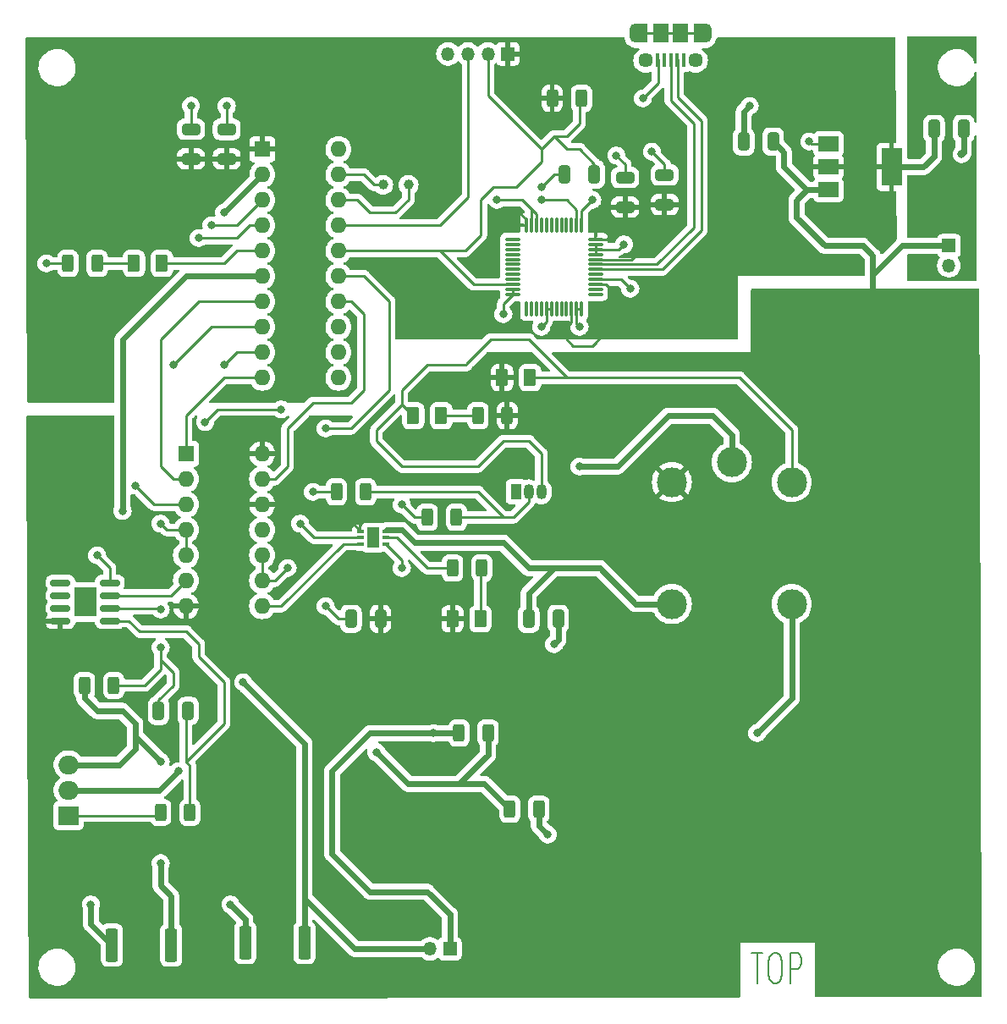
<source format=gtl>
%TF.GenerationSoftware,KiCad,Pcbnew,7.0.1*%
%TF.CreationDate,2023-05-29T19:52:37+03:00*%
%TF.ProjectId,First_sketch_licenta,46697273-745f-4736-9b65-7463685f6c69,rev?*%
%TF.SameCoordinates,Original*%
%TF.FileFunction,Copper,L1,Top*%
%TF.FilePolarity,Positive*%
%FSLAX46Y46*%
G04 Gerber Fmt 4.6, Leading zero omitted, Abs format (unit mm)*
G04 Created by KiCad (PCBNEW 7.0.1) date 2023-05-29 19:52:37*
%MOMM*%
%LPD*%
G01*
G04 APERTURE LIST*
G04 Aperture macros list*
%AMRoundRect*
0 Rectangle with rounded corners*
0 $1 Rounding radius*
0 $2 $3 $4 $5 $6 $7 $8 $9 X,Y pos of 4 corners*
0 Add a 4 corners polygon primitive as box body*
4,1,4,$2,$3,$4,$5,$6,$7,$8,$9,$2,$3,0*
0 Add four circle primitives for the rounded corners*
1,1,$1+$1,$2,$3*
1,1,$1+$1,$4,$5*
1,1,$1+$1,$6,$7*
1,1,$1+$1,$8,$9*
0 Add four rect primitives between the rounded corners*
20,1,$1+$1,$2,$3,$4,$5,0*
20,1,$1+$1,$4,$5,$6,$7,0*
20,1,$1+$1,$6,$7,$8,$9,0*
20,1,$1+$1,$8,$9,$2,$3,0*%
G04 Aperture macros list end*
%ADD10C,0.150000*%
%TA.AperFunction,NonConductor*%
%ADD11C,0.150000*%
%TD*%
%TA.AperFunction,ComponentPad*%
%ADD12R,1.350000X1.350000*%
%TD*%
%TA.AperFunction,ComponentPad*%
%ADD13O,1.350000X1.350000*%
%TD*%
%TA.AperFunction,SMDPad,CuDef*%
%ADD14R,2.000000X1.500000*%
%TD*%
%TA.AperFunction,SMDPad,CuDef*%
%ADD15R,2.000000X3.800000*%
%TD*%
%TA.AperFunction,SMDPad,CuDef*%
%ADD16RoundRect,0.250000X-0.312500X-0.625000X0.312500X-0.625000X0.312500X0.625000X-0.312500X0.625000X0*%
%TD*%
%TA.AperFunction,ComponentPad*%
%ADD17O,1.200000X1.900000*%
%TD*%
%TA.AperFunction,SMDPad,CuDef*%
%ADD18R,1.200000X1.900000*%
%TD*%
%TA.AperFunction,ComponentPad*%
%ADD19C,1.450000*%
%TD*%
%TA.AperFunction,SMDPad,CuDef*%
%ADD20R,1.500000X1.900000*%
%TD*%
%TA.AperFunction,SMDPad,CuDef*%
%ADD21R,0.400000X1.350000*%
%TD*%
%TA.AperFunction,SMDPad,CuDef*%
%ADD22RoundRect,0.250000X0.312500X0.625000X-0.312500X0.625000X-0.312500X-0.625000X0.312500X-0.625000X0*%
%TD*%
%TA.AperFunction,ComponentPad*%
%ADD23R,1.600000X1.600000*%
%TD*%
%TA.AperFunction,ComponentPad*%
%ADD24O,1.600000X1.600000*%
%TD*%
%TA.AperFunction,SMDPad,CuDef*%
%ADD25RoundRect,0.150000X0.825000X0.150000X-0.825000X0.150000X-0.825000X-0.150000X0.825000X-0.150000X0*%
%TD*%
%TA.AperFunction,SMDPad,CuDef*%
%ADD26R,2.290000X3.000000*%
%TD*%
%TA.AperFunction,SMDPad,CuDef*%
%ADD27RoundRect,0.250000X-0.325000X-0.650000X0.325000X-0.650000X0.325000X0.650000X-0.325000X0.650000X0*%
%TD*%
%TA.AperFunction,SMDPad,CuDef*%
%ADD28RoundRect,0.250000X0.325000X0.650000X-0.325000X0.650000X-0.325000X-0.650000X0.325000X-0.650000X0*%
%TD*%
%TA.AperFunction,SMDPad,CuDef*%
%ADD29RoundRect,0.250000X0.650000X-0.325000X0.650000X0.325000X-0.650000X0.325000X-0.650000X-0.325000X0*%
%TD*%
%TA.AperFunction,SMDPad,CuDef*%
%ADD30RoundRect,0.250000X-0.362500X-1.425000X0.362500X-1.425000X0.362500X1.425000X-0.362500X1.425000X0*%
%TD*%
%TA.AperFunction,ComponentPad*%
%ADD31R,2.000000X1.905000*%
%TD*%
%TA.AperFunction,ComponentPad*%
%ADD32O,2.000000X1.905000*%
%TD*%
%TA.AperFunction,SMDPad,CuDef*%
%ADD33RoundRect,0.075000X0.300000X0.075000X-0.300000X0.075000X-0.300000X-0.075000X0.300000X-0.075000X0*%
%TD*%
%TA.AperFunction,SMDPad,CuDef*%
%ADD34R,1.300000X2.000000*%
%TD*%
%TA.AperFunction,ComponentPad*%
%ADD35R,1.050000X1.500000*%
%TD*%
%TA.AperFunction,ComponentPad*%
%ADD36O,1.050000X1.500000*%
%TD*%
%TA.AperFunction,ComponentPad*%
%ADD37C,1.000000*%
%TD*%
%TA.AperFunction,SMDPad,CuDef*%
%ADD38RoundRect,0.075000X0.662500X0.075000X-0.662500X0.075000X-0.662500X-0.075000X0.662500X-0.075000X0*%
%TD*%
%TA.AperFunction,SMDPad,CuDef*%
%ADD39RoundRect,0.075000X0.075000X0.662500X-0.075000X0.662500X-0.075000X-0.662500X0.075000X-0.662500X0*%
%TD*%
%TA.AperFunction,SMDPad,CuDef*%
%ADD40RoundRect,0.250000X-0.375000X-0.625000X0.375000X-0.625000X0.375000X0.625000X-0.375000X0.625000X0*%
%TD*%
%TA.AperFunction,SMDPad,CuDef*%
%ADD41RoundRect,0.250000X0.375000X0.625000X-0.375000X0.625000X-0.375000X-0.625000X0.375000X-0.625000X0*%
%TD*%
%TA.AperFunction,ComponentPad*%
%ADD42C,3.000000*%
%TD*%
%TA.AperFunction,ViaPad*%
%ADD43C,0.800000*%
%TD*%
%TA.AperFunction,Conductor*%
%ADD44C,0.254000*%
%TD*%
%TA.AperFunction,Conductor*%
%ADD45C,0.609600*%
%TD*%
G04 APERTURE END LIST*
D10*
D11*
X225472952Y-137579857D02*
X226615809Y-137579857D01*
X226044380Y-140579857D02*
X226044380Y-137579857D01*
X227663428Y-137579857D02*
X228044381Y-137579857D01*
X228044381Y-137579857D02*
X228234857Y-137722714D01*
X228234857Y-137722714D02*
X228425333Y-138008428D01*
X228425333Y-138008428D02*
X228520571Y-138579857D01*
X228520571Y-138579857D02*
X228520571Y-139579857D01*
X228520571Y-139579857D02*
X228425333Y-140151285D01*
X228425333Y-140151285D02*
X228234857Y-140437000D01*
X228234857Y-140437000D02*
X228044381Y-140579857D01*
X228044381Y-140579857D02*
X227663428Y-140579857D01*
X227663428Y-140579857D02*
X227472952Y-140437000D01*
X227472952Y-140437000D02*
X227282476Y-140151285D01*
X227282476Y-140151285D02*
X227187238Y-139579857D01*
X227187238Y-139579857D02*
X227187238Y-138579857D01*
X227187238Y-138579857D02*
X227282476Y-138008428D01*
X227282476Y-138008428D02*
X227472952Y-137722714D01*
X227472952Y-137722714D02*
X227663428Y-137579857D01*
X229377714Y-140579857D02*
X229377714Y-137579857D01*
X229377714Y-137579857D02*
X230139619Y-137579857D01*
X230139619Y-137579857D02*
X230330095Y-137722714D01*
X230330095Y-137722714D02*
X230425333Y-137865571D01*
X230425333Y-137865571D02*
X230520571Y-138151285D01*
X230520571Y-138151285D02*
X230520571Y-138579857D01*
X230520571Y-138579857D02*
X230425333Y-138865571D01*
X230425333Y-138865571D02*
X230330095Y-139008428D01*
X230330095Y-139008428D02*
X230139619Y-139151285D01*
X230139619Y-139151285D02*
X229377714Y-139151285D01*
D12*
%TO.P,J3,1,Pin_1*%
%TO.N,/V_BAT*%
X195310000Y-137160000D03*
D13*
%TO.P,J3,2,Pin_2*%
%TO.N,/ADC_I*%
X193310000Y-137160000D03*
%TD*%
D14*
%TO.P,U2,1,GND*%
%TO.N,GND*%
X233197000Y-56628000D03*
%TO.P,U2,2,VO*%
%TO.N,+3.3V*%
X233197000Y-58928000D03*
D15*
X239497000Y-58928000D03*
D14*
%TO.P,U2,3,VI*%
%TO.N,+5V*%
X233197000Y-61228000D03*
%TD*%
D16*
%TO.P,R5,1*%
%TO.N,/ADC_V*%
X201295000Y-123190000D03*
%TO.P,R5,2*%
%TO.N,GND*%
X204220000Y-123190000D03*
%TD*%
D12*
%TO.P,J1,1,Pin_1*%
%TO.N,+3.3V*%
X201120000Y-47625000D03*
D13*
%TO.P,J1,2,Pin_2*%
%TO.N,/RESET*%
X199120000Y-47625000D03*
%TO.P,J1,3,Pin_3*%
%TO.N,/TEST*%
X197120000Y-47625000D03*
%TO.P,J1,4,Pin_4*%
%TO.N,GND*%
X195120000Y-47625000D03*
%TD*%
D17*
%TO.P,J4,6,Shield*%
%TO.N,GND*%
X213898600Y-45574700D03*
D18*
X214498600Y-45574700D03*
D19*
X214898600Y-48274700D03*
D20*
X216398600Y-45574700D03*
X218398600Y-45574700D03*
D19*
X219898600Y-48274700D03*
D18*
X220298600Y-45574700D03*
D17*
X220898600Y-45574700D03*
D21*
%TO.P,J4,5,GND*%
X216098600Y-48274700D03*
%TO.P,J4,4,ID*%
%TO.N,unconnected-(J4-ID-Pad4)*%
X216748600Y-48274700D03*
%TO.P,J4,3,D+*%
%TO.N,/D+*%
X217398600Y-48274700D03*
%TO.P,J4,2,D-*%
%TO.N,/D-*%
X218048600Y-48274700D03*
%TO.P,J4,1,VBUS*%
%TO.N,unconnected-(J4-VBUS-Pad1)*%
X218698600Y-48274700D03*
%TD*%
D22*
%TO.P,R7,1*%
%TO.N,Net-(Q2-B)*%
X195965000Y-93980000D03*
%TO.P,R7,2*%
%TO.N,GND*%
X193040000Y-93980000D03*
%TD*%
D23*
%TO.P,U5,1,~{CS}*%
%TO.N,/CS_N*%
X168910000Y-87630000D03*
D24*
%TO.P,U5,2,SCK*%
%TO.N,/SCLK*%
X168910000Y-90170000D03*
%TO.P,U5,3,SDI*%
%TO.N,/MOSI*%
X168910000Y-92710000D03*
%TO.P,U5,4,VSS*%
%TO.N,GND*%
X168910000Y-95250000D03*
%TO.P,U5,5,P1B*%
X168910000Y-97790000D03*
%TO.P,U5,6,P1W*%
%TO.N,/P1W*%
X168910000Y-100330000D03*
%TO.P,U5,7,P1A*%
%TO.N,+5V*%
X168910000Y-102870000D03*
%TO.P,U5,8,P0A*%
%TO.N,/PROG*%
X176530000Y-102870000D03*
%TO.P,U5,9,P0W*%
%TO.N,GND*%
X176530000Y-100330000D03*
%TO.P,U5,10,P0B*%
X176530000Y-97790000D03*
%TO.P,U5,11,~{WP}*%
%TO.N,unconnected-(U5-~{WP}-Pad11)*%
X176530000Y-95250000D03*
%TO.P,U5,12,~{SHDN}*%
%TO.N,+5V*%
X176530000Y-92710000D03*
%TO.P,U5,13,SDO*%
%TO.N,/MISO*%
X176530000Y-90170000D03*
%TO.P,U5,14,VDD*%
%TO.N,+5V*%
X176530000Y-87630000D03*
%TD*%
D25*
%TO.P,TLV342AIDR1,1,1OUT*%
%TO.N,Net-(TLV342AIDR1-1OUT)*%
X161290000Y-104350000D03*
%TO.P,TLV342AIDR1,2,1IN-*%
%TO.N,Net-(TLV342AIDR1-1IN-)*%
X161290000Y-103080000D03*
%TO.P,TLV342AIDR1,3,1IN+*%
%TO.N,/P1W*%
X161290000Y-101810000D03*
%TO.P,TLV342AIDR1,4,GND*%
%TO.N,GND*%
X161290000Y-100540000D03*
%TO.P,TLV342AIDR1,5,2IN+*%
%TO.N,unconnected-(TLV342AIDR1-2IN+-Pad5)*%
X156340000Y-100540000D03*
%TO.P,TLV342AIDR1,6,2IN-*%
%TO.N,unconnected-(TLV342AIDR1-2IN--Pad6)*%
X156340000Y-101810000D03*
%TO.P,TLV342AIDR1,7,2OUT*%
%TO.N,unconnected-(TLV342AIDR1-2OUT-Pad7)*%
X156340000Y-103080000D03*
%TO.P,TLV342AIDR1,8,V+*%
%TO.N,+5V*%
X156340000Y-104350000D03*
D26*
%TO.P,TLV342AIDR1,9*%
%TO.N,N/C*%
X158815000Y-102445000D03*
%TD*%
D27*
%TO.P,C4,1*%
%TO.N,/CHARGE*%
X203200000Y-104140000D03*
%TO.P,C4,2*%
%TO.N,GND*%
X206150000Y-104140000D03*
%TD*%
D28*
%TO.P,C7,1*%
%TO.N,+5V*%
X227662000Y-56388000D03*
%TO.P,C7,2*%
%TO.N,GND*%
X224712000Y-56388000D03*
%TD*%
D16*
%TO.P,R3,1*%
%TO.N,+3.3V*%
X205547500Y-52070000D03*
%TO.P,R3,2*%
%TO.N,/RESET*%
X208472500Y-52070000D03*
%TD*%
D12*
%TO.P,J2,1,Pin_1*%
%TO.N,+5V*%
X245237000Y-66818000D03*
D13*
%TO.P,J2,2,Pin_2*%
%TO.N,GND*%
X245237000Y-68818000D03*
%TD*%
D29*
%TO.P,C9,1*%
%TO.N,+3.3V*%
X212852000Y-62943000D03*
%TO.P,C9,2*%
%TO.N,GND*%
X212852000Y-59993000D03*
%TD*%
D30*
%TO.P,R12,1*%
%TO.N,GND*%
X174837500Y-136525000D03*
%TO.P,R12,2*%
%TO.N,/ADC_I*%
X180762500Y-136525000D03*
%TD*%
D28*
%TO.P,C3,1*%
%TO.N,/RESET*%
X209755000Y-59690000D03*
%TO.P,C3,2*%
%TO.N,GND*%
X206805000Y-59690000D03*
%TD*%
D16*
%TO.P,R10,1*%
%TO.N,Net-(Q1-S)*%
X158750000Y-110815000D03*
%TO.P,R10,2*%
%TO.N,Net-(TLV342AIDR1-1IN-)*%
X161675000Y-110815000D03*
%TD*%
D31*
%TO.P,Q1,1,G*%
%TO.N,Net-(Q1-G)*%
X157155000Y-123825000D03*
D32*
%TO.P,Q1,2,D*%
%TO.N,/DISCHARGE*%
X157155000Y-121285000D03*
%TO.P,Q1,3,S*%
%TO.N,Net-(Q1-S)*%
X157155000Y-118745000D03*
%TD*%
D29*
%TO.P,C1,1*%
%TO.N,+3.3V*%
X169418000Y-58117000D03*
%TO.P,C1,2*%
%TO.N,GND*%
X169418000Y-55167000D03*
%TD*%
D33*
%TO.P,MCP73830,1,VSS*%
%TO.N,GND*%
X188885000Y-96670000D03*
%TO.P,MCP73830,2,STAT*%
%TO.N,/STAT*%
X188885000Y-96020000D03*
%TO.P,MCP73830,3,VBAT*%
%TO.N,/CHARGE*%
X188885000Y-95370000D03*
%TO.P,MCP73830,4,VDD*%
%TO.N,+5V*%
X186385000Y-95370000D03*
%TO.P,MCP73830,5,CE_N*%
%TO.N,/CHARGE_DIS*%
X186385000Y-96020000D03*
%TO.P,MCP73830,6,PROG*%
%TO.N,/PROG*%
X186385000Y-96670000D03*
D34*
%TO.P,MCP73830,7*%
%TO.N,N/C*%
X187635000Y-96020000D03*
%TD*%
D35*
%TO.P,Q2,1,E*%
%TO.N,GND*%
X201930000Y-91440000D03*
D36*
%TO.P,Q2,2,B*%
%TO.N,Net-(Q2-B)*%
X203200000Y-91440000D03*
%TO.P,Q2,3,C*%
%TO.N,Net-(D3-A)*%
X204470000Y-91440000D03*
%TD*%
D30*
%TO.P,R11,1*%
%TO.N,GND*%
X161502500Y-136779000D03*
%TO.P,R11,2*%
%TO.N,Net-(Q1-S)*%
X167427500Y-136779000D03*
%TD*%
D16*
%TO.P,R9,1*%
%TO.N,Net-(Q1-G)*%
X166370000Y-123515000D03*
%TO.P,R9,2*%
%TO.N,Net-(TLV342AIDR1-1OUT)*%
X169295000Y-123515000D03*
%TD*%
D37*
%TO.P,Y2,1*%
%TO.N,Net-(U3-P2.7{slash}XOUT)*%
X191165000Y-60725000D03*
%TO.P,Y2,2*%
%TO.N,Net-(U3-P2.6{slash}XIN{slash}TA0.1)*%
X188625000Y-60725000D03*
%TD*%
D38*
%TO.P,U4,1,XCSI*%
%TO.N,unconnected-(U4-XCSI-Pad1)*%
X209892500Y-71687500D03*
%TO.P,U4,2,XCSO*%
%TO.N,unconnected-(U4-XCSO-Pad2)*%
X209892500Y-71187500D03*
%TO.P,U4,3,VPHY*%
%TO.N,+3.3V*%
X209892500Y-70687500D03*
%TO.P,U4,4,AGND*%
%TO.N,GND*%
X209892500Y-70187500D03*
%TO.P,U4,5,REF*%
%TO.N,unconnected-(U4-REF-Pad5)*%
X209892500Y-69687500D03*
%TO.P,U4,6,DM*%
%TO.N,/D-*%
X209892500Y-69187500D03*
%TO.P,U4,7,DP*%
%TO.N,/D+*%
X209892500Y-68687500D03*
%TO.P,U4,8,VPLL*%
%TO.N,+3.3V*%
X209892500Y-68187500D03*
%TO.P,U4,9,AGND*%
%TO.N,GND*%
X209892500Y-67687500D03*
%TO.P,U4,10,GND*%
X209892500Y-67187500D03*
%TO.P,U4,11,GND*%
X209892500Y-66687500D03*
%TO.P,U4,12,VCCIO*%
%TO.N,+3.3V*%
X209892500Y-66187500D03*
D39*
%TO.P,U4,13,ADBUS0*%
%TO.N,/TX*%
X208480000Y-64775000D03*
%TO.P,U4,14,ADBUS1*%
%TO.N,/RX*%
X207980000Y-64775000D03*
%TO.P,U4,15,ADBUS2*%
%TO.N,unconnected-(U4-ADBUS2-Pad15)*%
X207480000Y-64775000D03*
%TO.P,U4,16,ADBUS3*%
%TO.N,unconnected-(U4-ADBUS3-Pad16)*%
X206980000Y-64775000D03*
%TO.P,U4,17,ADBUS4*%
%TO.N,unconnected-(U4-ADBUS4-Pad17)*%
X206480000Y-64775000D03*
%TO.P,U4,18,ADBUS5*%
%TO.N,unconnected-(U4-ADBUS5-Pad18)*%
X205980000Y-64775000D03*
%TO.P,U4,19,ADBUS6*%
%TO.N,unconnected-(U4-ADBUS6-Pad19)*%
X205480000Y-64775000D03*
%TO.P,U4,20,ADBUS7*%
%TO.N,unconnected-(U4-ADBUS7-Pad20)*%
X204980000Y-64775000D03*
%TO.P,U4,21,ACBUS0*%
%TO.N,unconnected-(U4-ACBUS0-Pad21)*%
X204480000Y-64775000D03*
%TO.P,U4,22,GND*%
%TO.N,GND*%
X203980000Y-64775000D03*
%TO.P,U4,23,GND*%
X203480000Y-64775000D03*
%TO.P,U4,24,VCCIO*%
%TO.N,+3.3V*%
X202980000Y-64775000D03*
D38*
%TO.P,U4,25,ACBUS1*%
%TO.N,unconnected-(U4-ACBUS1-Pad25)*%
X201567500Y-66187500D03*
%TO.P,U4,26,ACBUS2*%
%TO.N,unconnected-(U4-ACBUS2-Pad26)*%
X201567500Y-66687500D03*
%TO.P,U4,27,ACBUS3*%
%TO.N,unconnected-(U4-ACBUS3-Pad27)*%
X201567500Y-67187500D03*
%TO.P,U4,28,ACBUS4*%
%TO.N,unconnected-(U4-ACBUS4-Pad28)*%
X201567500Y-67687500D03*
%TO.P,U4,29,ACBUS5*%
%TO.N,unconnected-(U4-ACBUS5-Pad29)*%
X201567500Y-68187500D03*
%TO.P,U4,30,ACBUS6*%
%TO.N,unconnected-(U4-ACBUS6-Pad30)*%
X201567500Y-68687500D03*
%TO.P,U4,31,ACBUS7*%
%TO.N,unconnected-(U4-ACBUS7-Pad31)*%
X201567500Y-69187500D03*
%TO.P,U4,32,ACBUS8*%
%TO.N,unconnected-(U4-ACBUS8-Pad32)*%
X201567500Y-69687500D03*
%TO.P,U4,33,ACBUS9*%
%TO.N,unconnected-(U4-ACBUS9-Pad33)*%
X201567500Y-70187500D03*
%TO.P,U4,34,~{RESET}*%
%TO.N,/RESET*%
X201567500Y-70687500D03*
%TO.P,U4,35,GND*%
%TO.N,GND*%
X201567500Y-71187500D03*
%TO.P,U4,36,GND*%
X201567500Y-71687500D03*
D39*
%TO.P,U4,37,VCCA*%
%TO.N,unconnected-(U4-VCCA-Pad37)*%
X202980000Y-73100000D03*
%TO.P,U4,38,VCCCORE*%
%TO.N,unconnected-(U4-VCCCORE-Pad38)*%
X203480000Y-73100000D03*
%TO.P,U4,39,VCCD*%
%TO.N,unconnected-(U4-VCCD-Pad39)*%
X203980000Y-73100000D03*
%TO.P,U4,40,VREGIN*%
%TO.N,unconnected-(U4-VREGIN-Pad40)*%
X204480000Y-73100000D03*
%TO.P,U4,41,AGND*%
%TO.N,GND*%
X204980000Y-73100000D03*
%TO.P,U4,42,TEST*%
X205480000Y-73100000D03*
%TO.P,U4,43,EEDATA*%
%TO.N,unconnected-(U4-EEDATA-Pad43)*%
X205980000Y-73100000D03*
%TO.P,U4,44,EECLK*%
%TO.N,unconnected-(U4-EECLK-Pad44)*%
X206480000Y-73100000D03*
%TO.P,U4,45,EECS*%
%TO.N,unconnected-(U4-EECS-Pad45)*%
X206980000Y-73100000D03*
%TO.P,U4,46,VCCIO*%
%TO.N,+3.3V*%
X207480000Y-73100000D03*
%TO.P,U4,47,GND*%
%TO.N,GND*%
X207980000Y-73100000D03*
%TO.P,U4,48,GND*%
X208480000Y-73100000D03*
%TD*%
D27*
%TO.P,C6,1*%
%TO.N,+3.3V*%
X243762000Y-55118000D03*
%TO.P,C6,2*%
%TO.N,GND*%
X246712000Y-55118000D03*
%TD*%
D40*
%TO.P,D3,1,K*%
%TO.N,+5V*%
X200530000Y-80010000D03*
%TO.P,D3,2,A*%
%TO.N,Net-(D3-A)*%
X203330000Y-80010000D03*
%TD*%
D22*
%TO.P,R1,1*%
%TO.N,Net-(D1-K)*%
X198505000Y-99060000D03*
%TO.P,R1,2*%
%TO.N,/STAT*%
X195580000Y-99060000D03*
%TD*%
D28*
%TO.P,C5,1*%
%TO.N,+5V*%
X188370000Y-104140000D03*
%TO.P,C5,2*%
%TO.N,GND*%
X185420000Y-104140000D03*
%TD*%
D41*
%TO.P,D1,1,K*%
%TO.N,Net-(D1-K)*%
X198380000Y-104140000D03*
%TO.P,D1,2,A*%
%TO.N,+5V*%
X195580000Y-104140000D03*
%TD*%
D28*
%TO.P,C8,1*%
%TO.N,Net-(TLV342AIDR1-1OUT)*%
X169115000Y-113355000D03*
%TO.P,C8,2*%
%TO.N,Net-(TLV342AIDR1-1IN-)*%
X166165000Y-113355000D03*
%TD*%
D23*
%TO.P,U3,1,DVCC*%
%TO.N,+3.3V*%
X176540000Y-57155000D03*
D24*
%TO.P,U3,2,TA0CLK/ACLK/CA0/A0/P1.0*%
%TO.N,/ADC_I*%
X176540000Y-59695000D03*
%TO.P,U3,3,UCA0RXD/UCA0SOMI/TA0.0/CA1/A1/P1.1*%
%TO.N,/RX*%
X176540000Y-62235000D03*
%TO.P,U3,4,UCA0TXD/UCA0SIMO/TA0.1/CA2/A2/P1.2*%
%TO.N,/TX*%
X176540000Y-64775000D03*
%TO.P,U3,5,CAOUT/VREF-/VeREF-/CA3/A3/P1.3*%
%TO.N,/PW_LED*%
X176540000Y-67315000D03*
%TO.P,U3,6,TCK/SMCLK/UCB0STE/UCA0CLK/VREF+/VeREF+/CA4/A4/P1.4*%
%TO.N,/ADC_V*%
X176540000Y-69855000D03*
%TO.P,U3,7,TMS/UCB0CLK/UCA0STE/TA0.0/CA5/A5/P1.5*%
%TO.N,/SCLK*%
X176540000Y-72395000D03*
%TO.P,U3,8,P2.0/TA1.0*%
%TO.N,/CHARGE_DIS*%
X176540000Y-74935000D03*
%TO.P,U3,9,P2.1/TA1.1*%
%TO.N,/CHANGE_STATE*%
X176540000Y-77475000D03*
%TO.P,U3,10,P2.2/TA1.1*%
%TO.N,/CS_N*%
X176540000Y-80015000D03*
%TO.P,U3,11,P2.3/TA1.0*%
%TO.N,unconnected-(U3-P2.3{slash}TA1.0-Pad11)*%
X184160000Y-80015000D03*
%TO.P,U3,12,P2.4/TA1.2*%
%TO.N,unconnected-(U3-P2.4{slash}TA1.2-Pad12)*%
X184160000Y-77475000D03*
%TO.P,U3,13,P2.5/TA1.2*%
%TO.N,unconnected-(U3-P2.5{slash}TA1.2-Pad13)*%
X184160000Y-74935000D03*
%TO.P,U3,14,TDI/TCLK/UCB0SOMI/UCB0SCL/TA0.1/CA6/A6/P1.6*%
%TO.N,/MISO*%
X184160000Y-72395000D03*
%TO.P,U3,15,TDO/TDI/UCB0SIMO/UCB0SDA/CAOUT/CA7/A7/P1.7*%
%TO.N,/MOSI*%
X184160000Y-69855000D03*
%TO.P,U3,16,~{RST}/NMI/SBWTDIO*%
%TO.N,/RESET*%
X184160000Y-67315000D03*
%TO.P,U3,17,TEST/SBWTCK*%
%TO.N,/TEST*%
X184160000Y-64775000D03*
%TO.P,U3,18,P2.7/XOUT*%
%TO.N,Net-(U3-P2.7{slash}XOUT)*%
X184160000Y-62235000D03*
%TO.P,U3,19,P2.6/XIN/TA0.1*%
%TO.N,Net-(U3-P2.6{slash}XIN{slash}TA0.1)*%
X184160000Y-59695000D03*
%TO.P,U3,20,DVSS*%
%TO.N,GND*%
X184160000Y-57155000D03*
%TD*%
D41*
%TO.P,D4,1,K*%
%TO.N,Net-(D4-K)*%
X194440000Y-83820000D03*
%TO.P,D4,2,A*%
%TO.N,Net-(D3-A)*%
X191640000Y-83820000D03*
%TD*%
D16*
%TO.P,R4,1*%
%TO.N,/V_BAT*%
X196215000Y-115570000D03*
%TO.P,R4,2*%
%TO.N,/ADC_V*%
X199140000Y-115570000D03*
%TD*%
D29*
%TO.P,C11,1*%
%TO.N,+3.3V*%
X216789000Y-62689000D03*
%TO.P,C11,2*%
%TO.N,GND*%
X216789000Y-59739000D03*
%TD*%
D40*
%TO.P,D2,1,K*%
%TO.N,Net-(D2-K)*%
X163700000Y-68580000D03*
%TO.P,D2,2,A*%
%TO.N,/PW_LED*%
X166500000Y-68580000D03*
%TD*%
D16*
%TO.P,R6,1*%
%TO.N,Net-(D4-K)*%
X198120000Y-83820000D03*
%TO.P,R6,2*%
%TO.N,+5V*%
X201045000Y-83820000D03*
%TD*%
D22*
%TO.P,R2,1*%
%TO.N,Net-(D2-K)*%
X160020000Y-68580000D03*
%TO.P,R2,2*%
%TO.N,GND*%
X157095000Y-68580000D03*
%TD*%
D16*
%TO.P,R8,1*%
%TO.N,/CHANGE_STATE*%
X183957500Y-91440000D03*
%TO.P,R8,2*%
%TO.N,Net-(Q2-B)*%
X186882500Y-91440000D03*
%TD*%
D42*
%TO.P,K2,11*%
%TO.N,/V_BAT*%
X223520000Y-88470000D03*
%TO.P,K2,12*%
%TO.N,/DISCHARGE*%
X229520000Y-102670000D03*
%TO.P,K2,14*%
%TO.N,/CHARGE*%
X217520000Y-102670000D03*
%TO.P,K2,A1*%
%TO.N,+5V*%
X217520000Y-90470000D03*
%TO.P,K2,A2*%
%TO.N,Net-(D3-A)*%
X229520000Y-90470000D03*
%TD*%
D29*
%TO.P,C2,1*%
%TO.N,+3.3V*%
X172984000Y-58122000D03*
%TO.P,C2,2*%
%TO.N,GND*%
X172984000Y-55172000D03*
%TD*%
D43*
%TO.N,+3.3V*%
X215392000Y-70993000D03*
X196723000Y-71882000D03*
X215392000Y-66294000D03*
X199390000Y-69215000D03*
%TO.N,GND*%
X159385000Y-132715000D03*
X225298000Y-52832000D03*
X172984000Y-52842000D03*
X169408000Y-52827000D03*
X204470000Y-74930000D03*
X182880000Y-102870000D03*
X200660000Y-73660000D03*
X215519000Y-57404000D03*
X211963000Y-57785000D03*
X204470000Y-60960000D03*
X166370000Y-94615000D03*
X190500000Y-99060000D03*
X212725000Y-66675000D03*
X231267000Y-56388000D03*
X205740000Y-106680000D03*
X160020000Y-97790000D03*
X190500000Y-92710000D03*
X173355000Y-132715000D03*
X200025000Y-62230000D03*
X246507000Y-57658000D03*
X154940000Y-68580000D03*
X179070000Y-99060000D03*
X213360000Y-71120000D03*
X208280000Y-74930000D03*
X205105000Y-125730000D03*
X214630000Y-52070000D03*
%TO.N,Net-(TLV342AIDR1-1IN-)*%
X166370000Y-103195000D03*
X166370000Y-107005000D03*
%TO.N,/V_BAT*%
X208280000Y-88900000D03*
X193675000Y-115570000D03*
%TO.N,/ADC_I*%
X174625000Y-110490000D03*
X172720000Y-63500000D03*
%TO.N,/DISCHARGE*%
X168148000Y-119380000D03*
X226060000Y-115570000D03*
%TO.N,/CHARGE_DIS*%
X180340000Y-94615000D03*
X167640000Y-78740000D03*
%TO.N,Net-(Q1-S)*%
X166370000Y-128595000D03*
X166370000Y-118435000D03*
%TO.N,/ADC_V*%
X162560000Y-93345000D03*
X187960000Y-117475000D03*
%TO.N,/CHANGE_STATE*%
X181610000Y-91440000D03*
X172720000Y-78740000D03*
%TO.N,/MOSI*%
X163830000Y-90805000D03*
X170815000Y-84455000D03*
X178435000Y-83185000D03*
X182880000Y-85090000D03*
%TO.N,/RX*%
X171450000Y-64770000D03*
X204470000Y-62230000D03*
%TO.N,/TX*%
X170180000Y-66040000D03*
X209550000Y-62230000D03*
%TD*%
D44*
%TO.N,Net-(TLV342AIDR1-1OUT)*%
X163195000Y-104350000D02*
X161290000Y-104350000D01*
X168910000Y-105410000D02*
X164255000Y-105410000D01*
X172720000Y-110490000D02*
X170180000Y-107950000D01*
X172720000Y-114625000D02*
X172720000Y-110490000D01*
X170180000Y-107950000D02*
X170180000Y-106680000D01*
X170180000Y-106680000D02*
X168910000Y-105410000D01*
X168910000Y-118435000D02*
X172720000Y-114625000D01*
X164255000Y-105410000D02*
X163195000Y-104350000D01*
%TO.N,Net-(TLV342AIDR1-1IN-)*%
X166370000Y-109220000D02*
X166370000Y-108275000D01*
X164775000Y-110815000D02*
X166370000Y-109220000D01*
X161675000Y-110815000D02*
X164775000Y-110815000D01*
%TO.N,+3.3V*%
X201930000Y-63500000D02*
X202247500Y-63500000D01*
D45*
X243762000Y-57863000D02*
X243762000Y-55118000D01*
D44*
X213498500Y-68187500D02*
X209892500Y-68187500D01*
X210895500Y-70687500D02*
X212725000Y-72517000D01*
X209550000Y-76835000D02*
X208915000Y-76835000D01*
X212725000Y-73660000D02*
X215392000Y-70993000D01*
D45*
X242697000Y-58928000D02*
X243762000Y-57863000D01*
D44*
X211180500Y-66187500D02*
X212852000Y-64516000D01*
X199390000Y-66040000D02*
X201930000Y-63500000D01*
X215392000Y-66294000D02*
X213498500Y-68187500D01*
X209892500Y-66187500D02*
X211180500Y-66187500D01*
X207480000Y-74460000D02*
X207010000Y-74930000D01*
X199390000Y-69215000D02*
X199390000Y-66040000D01*
X202975000Y-64227500D02*
X202975000Y-64770000D01*
X212725000Y-73660000D02*
X209550000Y-76835000D01*
X208915000Y-76835000D02*
X207645000Y-76835000D01*
X207010000Y-76200000D02*
X207010000Y-74930000D01*
X207645000Y-76835000D02*
X207010000Y-76200000D01*
X207480000Y-73100000D02*
X207480000Y-74460000D01*
D45*
X239497000Y-58928000D02*
X242697000Y-58928000D01*
D44*
X212725000Y-72517000D02*
X212725000Y-73660000D01*
X202247500Y-63500000D02*
X202975000Y-64227500D01*
X209892500Y-70687500D02*
X210895500Y-70687500D01*
%TO.N,GND*%
X203480000Y-63145000D02*
X202565000Y-62230000D01*
X216140000Y-48166000D02*
X216140000Y-50560000D01*
D45*
X224712000Y-53418000D02*
X225298000Y-52832000D01*
D44*
X157095000Y-68580000D02*
X154940000Y-68580000D01*
D45*
X204220000Y-123190000D02*
X204220000Y-124845000D01*
D44*
X216789000Y-59739000D02*
X216789000Y-58674000D01*
X201567500Y-71187500D02*
X201567500Y-71687500D01*
X204980000Y-73100000D02*
X204980000Y-74420000D01*
X168910000Y-95250000D02*
X168910000Y-97790000D01*
X218398600Y-45574700D02*
X216398600Y-45574700D01*
D45*
X224712000Y-56388000D02*
X224712000Y-53418000D01*
X204220000Y-124845000D02*
X205105000Y-125730000D01*
D44*
X208480000Y-73100000D02*
X207980000Y-73100000D01*
X201567500Y-71687500D02*
X200660000Y-72595000D01*
X207980000Y-73100000D02*
X207980000Y-74630000D01*
X209892500Y-66687500D02*
X209892500Y-67187500D01*
X168910000Y-95250000D02*
X167005000Y-95250000D01*
D45*
X206150000Y-106270000D02*
X205740000Y-106680000D01*
D44*
X231507000Y-56628000D02*
X231267000Y-56388000D01*
X167005000Y-95250000D02*
X166370000Y-94615000D01*
X176530000Y-97790000D02*
X176530000Y-100330000D01*
D45*
X174837500Y-136525000D02*
X174837500Y-134197500D01*
D44*
X216789000Y-58674000D02*
X215519000Y-57404000D01*
X176530000Y-100330000D02*
X177800000Y-100330000D01*
X191770000Y-93980000D02*
X190500000Y-92710000D01*
X205740000Y-59690000D02*
X204470000Y-60960000D01*
X203980000Y-63645000D02*
X203480000Y-63145000D01*
X177800000Y-100330000D02*
X179070000Y-99060000D01*
D45*
X246712000Y-57453000D02*
X246507000Y-57658000D01*
X206150000Y-104140000D02*
X206150000Y-106270000D01*
X246712000Y-55118000D02*
X246712000Y-57453000D01*
D44*
X206805000Y-59690000D02*
X205740000Y-59690000D01*
D45*
X174837500Y-134197500D02*
X173355000Y-132715000D01*
D44*
X190500000Y-98285000D02*
X190500000Y-99060000D01*
X209892500Y-67687500D02*
X209892500Y-67187500D01*
X205480000Y-73100000D02*
X204980000Y-73100000D01*
X212852000Y-58674000D02*
X211963000Y-57785000D01*
X172984000Y-55172000D02*
X172984000Y-52842000D01*
X209892500Y-67187500D02*
X212212500Y-67187500D01*
X204980000Y-74420000D02*
X204470000Y-74930000D01*
X193040000Y-93980000D02*
X191770000Y-93980000D01*
X233197000Y-56628000D02*
X231507000Y-56628000D01*
X188885000Y-96670000D02*
X190500000Y-98285000D01*
X212212500Y-67187500D02*
X212725000Y-66675000D01*
X161290000Y-100540000D02*
X161290000Y-99060000D01*
X212852000Y-59993000D02*
X212852000Y-58674000D01*
X161290000Y-99060000D02*
X160020000Y-97790000D01*
X202565000Y-62230000D02*
X200025000Y-62230000D01*
D45*
X159385000Y-134661500D02*
X159385000Y-132715000D01*
D44*
X185420000Y-104140000D02*
X184150000Y-104140000D01*
X203480000Y-64775000D02*
X203480000Y-63145000D01*
X216140000Y-50560000D02*
X214630000Y-52070000D01*
X169418000Y-55167000D02*
X169418000Y-52837000D01*
X207980000Y-74630000D02*
X208280000Y-74930000D01*
X218398600Y-45574700D02*
X220298600Y-45574700D01*
X203980000Y-64775000D02*
X203980000Y-63645000D01*
D45*
X161502500Y-136779000D02*
X159385000Y-134661500D01*
D44*
X212427500Y-70187500D02*
X209892500Y-70187500D01*
X213360000Y-71120000D02*
X212427500Y-70187500D01*
X214498600Y-45574700D02*
X216398600Y-45574700D01*
X200660000Y-72595000D02*
X200660000Y-73660000D01*
X184150000Y-104140000D02*
X182880000Y-102870000D01*
%TO.N,/RESET*%
X197692500Y-70687500D02*
X201567500Y-70687500D01*
X198400000Y-65775000D02*
X196860000Y-67315000D01*
X201930000Y-60960000D02*
X204470000Y-58420000D01*
X198400000Y-62230000D02*
X198400000Y-65775000D01*
X194320000Y-67315000D02*
X197692500Y-70687500D01*
X207010000Y-55880000D02*
X208280000Y-54610000D01*
X208280000Y-52262500D02*
X208472500Y-52070000D01*
X196860000Y-67315000D02*
X194320000Y-67315000D01*
X204470000Y-58420000D02*
X204470000Y-57150000D01*
X209755000Y-58625000D02*
X209755000Y-59690000D01*
X205740000Y-55880000D02*
X207010000Y-57150000D01*
X204470000Y-57150000D02*
X205740000Y-55880000D01*
X208280000Y-54610000D02*
X208280000Y-52262500D01*
X205740000Y-55880000D02*
X207010000Y-55880000D01*
X194320000Y-67315000D02*
X184160000Y-67315000D01*
X198400000Y-62230000D02*
X199670000Y-60960000D01*
X207010000Y-57150000D02*
X208280000Y-57150000D01*
X199120000Y-51800000D02*
X204470000Y-57150000D01*
X199670000Y-60960000D02*
X201930000Y-60960000D01*
X208280000Y-57150000D02*
X209755000Y-58625000D01*
X199120000Y-47625000D02*
X199120000Y-51800000D01*
D45*
%TO.N,/CHARGE*%
X203200000Y-99060000D02*
X200660000Y-96520000D01*
X205740000Y-99060000D02*
X210185000Y-99060000D01*
X217520000Y-102670000D02*
X213922000Y-102670000D01*
X203200000Y-101600000D02*
X205740000Y-99060000D01*
X200660000Y-96520000D02*
X191770000Y-96520000D01*
X190500000Y-95250000D02*
X189005000Y-95250000D01*
X203200000Y-104140000D02*
X203200000Y-101600000D01*
X191770000Y-96520000D02*
X190500000Y-95250000D01*
X205740000Y-99060000D02*
X203200000Y-99060000D01*
X210312000Y-99060000D02*
X210185000Y-99060000D01*
X213922000Y-102670000D02*
X210312000Y-99060000D01*
%TO.N,+5V*%
X232807000Y-66818000D02*
X236617000Y-66818000D01*
X231027000Y-61228000D02*
X233197000Y-61228000D01*
X245237000Y-66818000D02*
X240522000Y-66818000D01*
X240522000Y-66818000D02*
X237617000Y-69723000D01*
X227662000Y-56388000D02*
X228727000Y-57453000D01*
X228727000Y-57453000D02*
X228727000Y-58928000D01*
X236617000Y-66818000D02*
X237617000Y-67818000D01*
D44*
X186385000Y-95370000D02*
X184995000Y-93980000D01*
D45*
X228727000Y-58928000D02*
X231027000Y-61228000D01*
X237617000Y-67818000D02*
X237617000Y-76708000D01*
X229997000Y-64008000D02*
X232807000Y-66818000D01*
X229997000Y-62258000D02*
X229997000Y-64008000D01*
D44*
X184995000Y-93980000D02*
X184785000Y-93980000D01*
D45*
X231027000Y-61228000D02*
X229997000Y-62258000D01*
D44*
%TO.N,Net-(TLV342AIDR1-1OUT)*%
X168910000Y-118435000D02*
X168910000Y-113560000D01*
X168910000Y-113560000D02*
X169115000Y-113355000D01*
X168910000Y-118435000D02*
X169295000Y-118820000D01*
X169295000Y-118820000D02*
X169295000Y-123515000D01*
%TO.N,Net-(TLV342AIDR1-1IN-)*%
X166255000Y-103080000D02*
X166370000Y-103195000D01*
X166370000Y-108275000D02*
X167640000Y-109545000D01*
X161290000Y-103080000D02*
X166255000Y-103080000D01*
X166370000Y-108275000D02*
X166370000Y-107005000D01*
X166165000Y-112290000D02*
X166165000Y-113355000D01*
X167640000Y-110815000D02*
X166165000Y-112290000D01*
X167640000Y-109545000D02*
X167640000Y-110815000D01*
%TO.N,Net-(D1-K)*%
X198380000Y-99185000D02*
X198380000Y-104140000D01*
X198505000Y-99060000D02*
X198380000Y-99185000D01*
%TO.N,Net-(D2-K)*%
X160020000Y-68580000D02*
X163700000Y-68580000D01*
%TO.N,/PW_LED*%
X172720000Y-68580000D02*
X166500000Y-68580000D01*
X173985000Y-67315000D02*
X172720000Y-68580000D01*
X176540000Y-67315000D02*
X173985000Y-67315000D01*
%TO.N,Net-(D3-A)*%
X196980000Y-78610000D02*
X196980000Y-78740000D01*
X190500000Y-82680000D02*
X187960000Y-85220000D01*
X203200000Y-76200000D02*
X199390000Y-76200000D01*
X203200000Y-86360000D02*
X204470000Y-87630000D01*
X204470000Y-87630000D02*
X204470000Y-91440000D01*
X199390000Y-76200000D02*
X196980000Y-78610000D01*
X200660000Y-86360000D02*
X203200000Y-86360000D01*
X187960000Y-85220000D02*
X187960000Y-86360000D01*
X198120000Y-88900000D02*
X200660000Y-86360000D01*
X224297000Y-80025000D02*
X229520000Y-85248000D01*
X203330000Y-80010000D02*
X207010000Y-80010000D01*
X190500000Y-81280000D02*
X193040000Y-78740000D01*
X207025000Y-80025000D02*
X211582000Y-80025000D01*
X229520000Y-90470000D02*
X229520000Y-85248000D01*
X187960000Y-86360000D02*
X190500000Y-88900000D01*
X207025000Y-80025000D02*
X203200000Y-76200000D01*
X191640000Y-83820000D02*
X190500000Y-82680000D01*
X190500000Y-88900000D02*
X198120000Y-88900000D01*
X211582000Y-80025000D02*
X224297000Y-80025000D01*
X190500000Y-82680000D02*
X190500000Y-81280000D01*
X193040000Y-78740000D02*
X196980000Y-78740000D01*
%TO.N,Net-(D4-K)*%
X194440000Y-83820000D02*
X198120000Y-83820000D01*
%TO.N,/TEST*%
X197120000Y-61975000D02*
X197120000Y-47625000D01*
X196860000Y-62235000D02*
X197120000Y-61975000D01*
X184160000Y-64775000D02*
X194320000Y-64775000D01*
X194320000Y-64775000D02*
X196860000Y-62235000D01*
D45*
%TO.N,/V_BAT*%
X187325000Y-131445000D02*
X193040000Y-131445000D01*
X221615000Y-83820000D02*
X217170000Y-83820000D01*
X212090000Y-88900000D02*
X208280000Y-88900000D01*
X187325000Y-115570000D02*
X183515000Y-119380000D01*
X183515000Y-127635000D02*
X187325000Y-131445000D01*
X193675000Y-115570000D02*
X187325000Y-115570000D01*
X223520000Y-85725000D02*
X223520000Y-88470000D01*
X195310000Y-133715000D02*
X195310000Y-137160000D01*
X223520000Y-85725000D02*
X221615000Y-83820000D01*
X217170000Y-83820000D02*
X212090000Y-88900000D01*
X193675000Y-115570000D02*
X196215000Y-115570000D01*
X183515000Y-119380000D02*
X183515000Y-127635000D01*
X193040000Y-131445000D02*
X195310000Y-133715000D01*
%TO.N,/ADC_I*%
X180762500Y-132080000D02*
X180762500Y-132121500D01*
X180762500Y-132121500D02*
X185801000Y-137160000D01*
X185801000Y-137160000D02*
X193310000Y-137160000D01*
X180762500Y-132080000D02*
X180762500Y-136525000D01*
X176540000Y-59695000D02*
X172735000Y-63500000D01*
X180762500Y-116627500D02*
X180762500Y-132080000D01*
X174625000Y-110490000D02*
X180762500Y-116627500D01*
D44*
%TO.N,/D-*%
X220472000Y-54356000D02*
X218090000Y-51974000D01*
X220472000Y-65278000D02*
X220472000Y-54356000D01*
X216562500Y-69187500D02*
X220472000Y-65278000D01*
X209892500Y-69187500D02*
X216562500Y-69187500D01*
X218090000Y-51974000D02*
X218090000Y-48166000D01*
%TO.N,/D+*%
X219710000Y-64985000D02*
X219710000Y-54610000D01*
X216007500Y-68687500D02*
X219710000Y-64985000D01*
X217398600Y-52298600D02*
X217398600Y-48274700D01*
X219710000Y-54610000D02*
X217398600Y-52298600D01*
X209892500Y-68687500D02*
X216007500Y-68687500D01*
D45*
%TO.N,/DISCHARGE*%
X166243000Y-121285000D02*
X157155000Y-121285000D01*
X229520000Y-112110000D02*
X226060000Y-115570000D01*
X229520000Y-102670000D02*
X229520000Y-112110000D01*
X168148000Y-119380000D02*
X166243000Y-121285000D01*
D44*
%TO.N,/STAT*%
X190000000Y-96020000D02*
X193040000Y-99060000D01*
X188885000Y-96020000D02*
X190000000Y-96020000D01*
X193040000Y-99060000D02*
X195580000Y-99060000D01*
%TO.N,/CHARGE_DIS*%
X181745000Y-96020000D02*
X180340000Y-94615000D01*
X186385000Y-96020000D02*
X181745000Y-96020000D01*
X167640000Y-78740000D02*
X171445000Y-74935000D01*
X171445000Y-74935000D02*
X176540000Y-74935000D01*
%TO.N,/PROG*%
X184635000Y-96670000D02*
X186385000Y-96670000D01*
X178435000Y-102870000D02*
X184635000Y-96670000D01*
X176530000Y-102870000D02*
X178435000Y-102870000D01*
%TO.N,Net-(Q1-G)*%
X166060000Y-123825000D02*
X157155000Y-123825000D01*
X166370000Y-123515000D02*
X166060000Y-123825000D01*
D45*
%TO.N,Net-(Q1-S)*%
X160020000Y-113355000D02*
X158750000Y-112085000D01*
X158750000Y-112085000D02*
X158750000Y-110815000D01*
X157155000Y-118745000D02*
X162250000Y-118745000D01*
X167427500Y-131867500D02*
X167427500Y-136779000D01*
X162560000Y-113355000D02*
X160020000Y-113355000D01*
X163830000Y-115895000D02*
X166370000Y-118435000D01*
X166370000Y-128595000D02*
X166370000Y-130810000D01*
X166370000Y-130810000D02*
X167427500Y-131867500D01*
X162250000Y-118745000D02*
X163830000Y-117165000D01*
X163830000Y-117165000D02*
X163830000Y-115895000D01*
X163830000Y-115895000D02*
X163830000Y-114625000D01*
X163830000Y-114625000D02*
X162560000Y-113355000D01*
D44*
%TO.N,Net-(Q2-B)*%
X201660000Y-93980000D02*
X200660000Y-93980000D01*
X195965000Y-93980000D02*
X200660000Y-93980000D01*
X203200000Y-91440000D02*
X203200000Y-92440000D01*
X198120000Y-91440000D02*
X186882500Y-91440000D01*
X200660000Y-93980000D02*
X198120000Y-91440000D01*
X203200000Y-92440000D02*
X201660000Y-93980000D01*
D45*
%TO.N,/ADC_V*%
X196215000Y-120650000D02*
X191135000Y-120650000D01*
X198755000Y-120650000D02*
X201295000Y-123190000D01*
X168905000Y-69855000D02*
X165100000Y-73660000D01*
X196215000Y-120650000D02*
X198755000Y-120650000D01*
X162560000Y-76200000D02*
X165100000Y-73660000D01*
X191135000Y-120650000D02*
X187960000Y-117475000D01*
X196215000Y-120650000D02*
X199140000Y-117725000D01*
X162560000Y-93345000D02*
X162560000Y-76200000D01*
X199140000Y-117725000D02*
X199140000Y-115570000D01*
X176540000Y-69855000D02*
X168905000Y-69855000D01*
D44*
%TO.N,/CHANGE_STATE*%
X172720000Y-78740000D02*
X173985000Y-77475000D01*
X173985000Y-77475000D02*
X176540000Y-77475000D01*
X183957500Y-91440000D02*
X181610000Y-91440000D01*
%TO.N,/P1W*%
X168910000Y-100330000D02*
X167430000Y-101810000D01*
X167430000Y-101810000D02*
X161290000Y-101810000D01*
%TO.N,/SCLK*%
X170175000Y-72395000D02*
X166370000Y-76200000D01*
X166370000Y-88900000D02*
X167640000Y-90170000D01*
X166370000Y-76200000D02*
X166370000Y-88900000D01*
X167640000Y-90170000D02*
X168910000Y-90170000D01*
X176540000Y-72395000D02*
X170175000Y-72395000D01*
%TO.N,/MOSI*%
X189230000Y-81280000D02*
X185420000Y-85090000D01*
X189230000Y-72390000D02*
X186695000Y-69855000D01*
X178435000Y-83185000D02*
X172085000Y-83185000D01*
X186695000Y-69855000D02*
X184160000Y-69855000D01*
X172085000Y-83185000D02*
X170815000Y-84455000D01*
X165735000Y-92710000D02*
X168910000Y-92710000D01*
X185420000Y-85090000D02*
X182880000Y-85090000D01*
X163830000Y-90805000D02*
X165735000Y-92710000D01*
X189230000Y-81280000D02*
X189230000Y-72390000D01*
%TO.N,/MISO*%
X185420000Y-72390000D02*
X185415000Y-72395000D01*
X179070000Y-85090000D02*
X181610000Y-82550000D01*
X186690000Y-73660000D02*
X185420000Y-72390000D01*
X177800000Y-90170000D02*
X179070000Y-88900000D01*
X179070000Y-88900000D02*
X179070000Y-85090000D01*
X181610000Y-82550000D02*
X185420000Y-82550000D01*
X176530000Y-90170000D02*
X177800000Y-90170000D01*
X185415000Y-72395000D02*
X184160000Y-72395000D01*
X185420000Y-82550000D02*
X186690000Y-81280000D01*
X186690000Y-81280000D02*
X186690000Y-73660000D01*
%TO.N,/CS_N*%
X168910000Y-87630000D02*
X168910000Y-83820000D01*
X172715000Y-80015000D02*
X176540000Y-80015000D01*
X168910000Y-83820000D02*
X172715000Y-80015000D01*
%TO.N,/RX*%
X204470000Y-62230000D02*
X207010000Y-62230000D01*
X174005000Y-64770000D02*
X171450000Y-64770000D01*
X207980000Y-63200000D02*
X207980000Y-64775000D01*
X207010000Y-62230000D02*
X207980000Y-63200000D01*
X176540000Y-62235000D02*
X174005000Y-64770000D01*
%TO.N,/TX*%
X173990000Y-66040000D02*
X175260000Y-64770000D01*
X170180000Y-66040000D02*
X173990000Y-66040000D01*
X209550000Y-62230000D02*
X208480000Y-63300000D01*
X175260000Y-64770000D02*
X175265000Y-64775000D01*
X175265000Y-64775000D02*
X176540000Y-64775000D01*
X208480000Y-63300000D02*
X208480000Y-64775000D01*
%TO.N,Net-(U3-P2.7{slash}XOUT)*%
X189865000Y-63500000D02*
X191165000Y-62200000D01*
X186060000Y-62235000D02*
X187325000Y-63500000D01*
X191165000Y-62200000D02*
X191165000Y-60725000D01*
X187325000Y-63500000D02*
X189865000Y-63500000D01*
X184160000Y-62235000D02*
X186060000Y-62235000D01*
%TO.N,Net-(U3-P2.6{slash}XIN{slash}TA0.1)*%
X184160000Y-59695000D02*
X186690000Y-59695000D01*
X188625000Y-60725000D02*
X187720000Y-60725000D01*
X187720000Y-60725000D02*
X186690000Y-59695000D01*
%TD*%
%TA.AperFunction,NonConductor*%
G36*
X247969000Y-45863613D02*
G01*
X248014387Y-45909000D01*
X248031000Y-45971000D01*
X248031000Y-48472157D01*
X248016931Y-48529525D01*
X247977917Y-48573876D01*
X247922811Y-48595145D01*
X247864117Y-48588506D01*
X247815154Y-48555465D01*
X247787032Y-48503521D01*
X247759868Y-48399616D01*
X247653697Y-48149776D01*
X247512281Y-47918056D01*
X247338632Y-47709396D01*
X247136454Y-47528243D01*
X246910053Y-47378458D01*
X246910049Y-47378456D01*
X246664261Y-47263234D01*
X246559397Y-47231685D01*
X246404303Y-47185025D01*
X246135732Y-47145500D01*
X245932219Y-47145500D01*
X245932216Y-47145500D01*
X245729258Y-47160354D01*
X245464292Y-47219378D01*
X245210740Y-47316353D01*
X244974009Y-47449214D01*
X244759145Y-47615125D01*
X244570733Y-47810549D01*
X244412773Y-48031336D01*
X244288654Y-48272750D01*
X244201000Y-48529684D01*
X244151693Y-48796628D01*
X244141779Y-49067910D01*
X244171469Y-49337745D01*
X244194515Y-49425896D01*
X244240132Y-49600384D01*
X244346303Y-49850224D01*
X244487719Y-50081944D01*
X244661368Y-50290604D01*
X244863546Y-50471757D01*
X245089947Y-50621542D01*
X245222426Y-50683646D01*
X245335738Y-50736765D01*
X245335740Y-50736765D01*
X245335743Y-50736767D01*
X245595697Y-50814975D01*
X245864268Y-50854500D01*
X246067781Y-50854500D01*
X246067784Y-50854500D01*
X246270741Y-50839645D01*
X246381492Y-50814974D01*
X246535709Y-50780621D01*
X246789261Y-50683646D01*
X247025991Y-50550786D01*
X247240853Y-50384875D01*
X247429269Y-50189447D01*
X247587223Y-49968668D01*
X247711348Y-49727244D01*
X247789641Y-49497746D01*
X247829082Y-49441323D01*
X247892538Y-49414630D01*
X247960452Y-49425896D01*
X248011890Y-49471648D01*
X248031000Y-49537784D01*
X248031000Y-54367632D01*
X248015424Y-54427801D01*
X247972608Y-54472854D01*
X247913309Y-54491471D01*
X247852425Y-54478976D01*
X247805252Y-54438508D01*
X247783642Y-54380233D01*
X247776999Y-54315203D01*
X247776999Y-54315202D01*
X247721814Y-54148666D01*
X247629712Y-53999344D01*
X247629711Y-53999342D01*
X247505657Y-53875288D01*
X247356334Y-53783186D01*
X247189797Y-53728000D01*
X247087009Y-53717500D01*
X246336991Y-53717500D01*
X246234203Y-53728000D01*
X246067665Y-53783186D01*
X245918342Y-53875288D01*
X245794288Y-53999342D01*
X245702186Y-54148665D01*
X245647000Y-54315202D01*
X245636500Y-54417990D01*
X245636500Y-55818008D01*
X245647000Y-55920796D01*
X245702186Y-56087334D01*
X245794286Y-56236654D01*
X245794287Y-56236655D01*
X245794288Y-56236656D01*
X245870383Y-56312751D01*
X245897261Y-56352977D01*
X245906700Y-56400430D01*
X245906700Y-56931326D01*
X245898464Y-56975764D01*
X245874852Y-57014294D01*
X245825318Y-57069308D01*
X245774464Y-57125786D01*
X245679820Y-57289715D01*
X245621326Y-57469742D01*
X245601540Y-57657999D01*
X245621326Y-57846257D01*
X245679820Y-58026284D01*
X245774466Y-58190216D01*
X245901129Y-58330889D01*
X246054269Y-58442151D01*
X246227197Y-58519144D01*
X246412352Y-58558500D01*
X246412354Y-58558500D01*
X246601646Y-58558500D01*
X246601648Y-58558500D01*
X246725084Y-58532262D01*
X246786803Y-58519144D01*
X246959730Y-58442151D01*
X247017124Y-58400452D01*
X247112870Y-58330889D01*
X247113906Y-58329739D01*
X247239533Y-58190216D01*
X247334179Y-58026284D01*
X247361151Y-57943270D01*
X247382135Y-57904278D01*
X247398182Y-57884157D01*
X247414907Y-57849425D01*
X247421628Y-57837263D01*
X247442142Y-57804618D01*
X247454875Y-57768224D01*
X247460189Y-57755396D01*
X247476920Y-57720657D01*
X247485500Y-57683058D01*
X247489349Y-57669705D01*
X247493445Y-57658000D01*
X247502078Y-57633330D01*
X247506395Y-57595004D01*
X247508719Y-57581331D01*
X247517301Y-57543735D01*
X247517301Y-57362265D01*
X247517301Y-57347004D01*
X247517300Y-57346996D01*
X247517300Y-56400430D01*
X247526739Y-56352977D01*
X247553616Y-56312751D01*
X247629712Y-56236656D01*
X247721814Y-56087334D01*
X247776999Y-55920797D01*
X247776999Y-55920796D01*
X247783642Y-55855774D01*
X247805253Y-55797499D01*
X247852426Y-55757031D01*
X247913309Y-55744537D01*
X247972608Y-55763154D01*
X248015424Y-55808207D01*
X248031000Y-55868376D01*
X248031000Y-70234000D01*
X248014387Y-70296000D01*
X247969000Y-70341387D01*
X247907000Y-70358000D01*
X241170000Y-70358000D01*
X241108000Y-70341387D01*
X241062613Y-70296000D01*
X241046000Y-70234000D01*
X241046000Y-67747300D01*
X241062613Y-67685300D01*
X241108000Y-67639913D01*
X241170000Y-67623300D01*
X243990324Y-67623300D01*
X244039136Y-67633312D01*
X244080067Y-67661730D01*
X244106504Y-67703964D01*
X244118204Y-67735331D01*
X244170032Y-67804564D01*
X244204455Y-67850548D01*
X244290104Y-67914665D01*
X244329850Y-67965279D01*
X244338874Y-68028997D01*
X244314747Y-68088657D01*
X244233288Y-68196525D01*
X244136181Y-68391542D01*
X244076564Y-68601074D01*
X244056464Y-68818000D01*
X244076564Y-69034925D01*
X244136181Y-69244457D01*
X244233287Y-69439471D01*
X244364573Y-69613323D01*
X244512493Y-69748169D01*
X244525568Y-69760088D01*
X244612211Y-69813735D01*
X244710791Y-69874773D01*
X244894991Y-69946132D01*
X244913931Y-69953470D01*
X245128074Y-69993500D01*
X245345924Y-69993500D01*
X245345926Y-69993500D01*
X245560069Y-69953470D01*
X245695496Y-69901004D01*
X245763208Y-69874773D01*
X245763210Y-69874772D01*
X245948432Y-69760088D01*
X246109427Y-69613322D01*
X246240712Y-69439472D01*
X246337817Y-69244459D01*
X246337818Y-69244457D01*
X246397435Y-69034925D01*
X246400577Y-69001008D01*
X246417536Y-68818000D01*
X246397435Y-68601077D01*
X246397435Y-68601074D01*
X246337818Y-68391542D01*
X246240712Y-68196528D01*
X246159252Y-68088657D01*
X246135125Y-68028996D01*
X246144150Y-67965277D01*
X246183894Y-67914664D01*
X246269546Y-67850546D01*
X246355796Y-67735331D01*
X246406091Y-67600483D01*
X246412500Y-67540873D01*
X246412499Y-66095128D01*
X246406091Y-66035517D01*
X246355796Y-65900669D01*
X246269546Y-65785454D01*
X246154331Y-65699204D01*
X246019483Y-65648909D01*
X245959873Y-65642500D01*
X245959869Y-65642500D01*
X244514130Y-65642500D01*
X244454515Y-65648909D01*
X244319669Y-65699204D01*
X244204454Y-65785454D01*
X244118204Y-65900669D01*
X244106506Y-65932034D01*
X244080067Y-65974270D01*
X244039136Y-66002688D01*
X243990324Y-66012700D01*
X241170000Y-66012700D01*
X241108000Y-65996087D01*
X241062613Y-65950700D01*
X241046000Y-65888700D01*
X241046000Y-59857300D01*
X241062613Y-59795300D01*
X241108000Y-59749913D01*
X241170000Y-59733300D01*
X242590996Y-59733300D01*
X242591004Y-59733301D01*
X242606265Y-59733301D01*
X242787735Y-59733301D01*
X242825331Y-59724719D01*
X242839004Y-59722395D01*
X242877330Y-59718078D01*
X242913708Y-59705348D01*
X242927058Y-59701500D01*
X242964657Y-59692920D01*
X242999396Y-59676189D01*
X243012224Y-59670875D01*
X243048618Y-59658142D01*
X243081263Y-59637628D01*
X243093428Y-59630906D01*
X243128157Y-59614182D01*
X243158304Y-59590139D01*
X243169632Y-59582102D01*
X243202274Y-59561593D01*
X243330593Y-59433274D01*
X243330593Y-59433272D01*
X243340797Y-59423069D01*
X243340800Y-59423064D01*
X244363415Y-58400452D01*
X244400268Y-58363599D01*
X244402244Y-58357687D01*
X244416111Y-58335616D01*
X244424134Y-58324310D01*
X244448182Y-58294157D01*
X244464907Y-58259425D01*
X244471628Y-58247263D01*
X244492142Y-58214618D01*
X244504875Y-58178224D01*
X244510189Y-58165396D01*
X244526920Y-58130657D01*
X244535500Y-58093060D01*
X244539341Y-58079729D01*
X244552078Y-58043330D01*
X244553998Y-58026284D01*
X244556394Y-58005023D01*
X244558723Y-57991311D01*
X244567300Y-57953735D01*
X244567300Y-56400430D01*
X244576739Y-56352977D01*
X244603616Y-56312751D01*
X244679712Y-56236656D01*
X244771814Y-56087334D01*
X244826999Y-55920797D01*
X244837500Y-55818009D01*
X244837499Y-54417992D01*
X244826999Y-54315203D01*
X244771814Y-54148666D01*
X244679712Y-53999344D01*
X244679711Y-53999342D01*
X244555657Y-53875288D01*
X244406334Y-53783186D01*
X244239797Y-53728000D01*
X244137009Y-53717500D01*
X243386991Y-53717500D01*
X243284203Y-53728000D01*
X243117665Y-53783186D01*
X242968342Y-53875288D01*
X242844288Y-53999342D01*
X242752186Y-54148665D01*
X242697000Y-54315202D01*
X242686500Y-54417990D01*
X242686500Y-55818008D01*
X242697000Y-55920796D01*
X242752186Y-56087334D01*
X242844286Y-56236654D01*
X242844287Y-56236655D01*
X242844288Y-56236656D01*
X242920383Y-56312751D01*
X242947261Y-56352977D01*
X242956700Y-56400430D01*
X242956700Y-57478071D01*
X242947261Y-57525524D01*
X242920381Y-57565752D01*
X242399753Y-58086381D01*
X242359525Y-58113261D01*
X242312072Y-58122700D01*
X241170000Y-58122700D01*
X241108000Y-58106087D01*
X241062613Y-58060700D01*
X241046000Y-57998700D01*
X241046000Y-45971000D01*
X241062613Y-45909000D01*
X241108000Y-45863613D01*
X241170000Y-45847000D01*
X247907000Y-45847000D01*
X247969000Y-45863613D01*
G37*
%TD.AperFunction*%
%TA.AperFunction,Conductor*%
%TO.N,+3.3V*%
G36*
X212743795Y-45990390D02*
G01*
X212788475Y-46031003D01*
X212808677Y-46087904D01*
X212813071Y-46133915D01*
X212872283Y-46335573D01*
X212968590Y-46522384D01*
X213098506Y-46687584D01*
X213257345Y-46825220D01*
X213439354Y-46930303D01*
X213439356Y-46930304D01*
X213479041Y-46944039D01*
X213637966Y-46999044D01*
X213669154Y-47003528D01*
X213845998Y-47028954D01*
X213845999Y-47028953D01*
X213846000Y-47028954D01*
X213921848Y-47025340D01*
X213927750Y-47025199D01*
X214153202Y-47025199D01*
X214213318Y-47040746D01*
X214258360Y-47083489D01*
X214277032Y-47142709D01*
X214264652Y-47203557D01*
X214224327Y-47250771D01*
X214130667Y-47316354D01*
X214107851Y-47332330D01*
X213956230Y-47483951D01*
X213956227Y-47483954D01*
X213956227Y-47483955D01*
X213857467Y-47625000D01*
X213833231Y-47659612D01*
X213742608Y-47853951D01*
X213687107Y-48061083D01*
X213668418Y-48274699D01*
X213687107Y-48488316D01*
X213733713Y-48662253D01*
X213742608Y-48695447D01*
X213833232Y-48889791D01*
X213956227Y-49065445D01*
X214107855Y-49217073D01*
X214283509Y-49340068D01*
X214477853Y-49430692D01*
X214684981Y-49486192D01*
X214898600Y-49504881D01*
X215112219Y-49486192D01*
X215319347Y-49430692D01*
X215336093Y-49422882D01*
X215396608Y-49411529D01*
X215455124Y-49430683D01*
X215497214Y-49475621D01*
X215512500Y-49535264D01*
X215512500Y-50248719D01*
X215503061Y-50296172D01*
X215476181Y-50336400D01*
X214679400Y-51133181D01*
X214639172Y-51160061D01*
X214591719Y-51169500D01*
X214535352Y-51169500D01*
X214350197Y-51208855D01*
X214177269Y-51285848D01*
X214024129Y-51397110D01*
X213897466Y-51537783D01*
X213802820Y-51701715D01*
X213744326Y-51881742D01*
X213724540Y-52070000D01*
X213744326Y-52258257D01*
X213802820Y-52438284D01*
X213897466Y-52602216D01*
X214024129Y-52742889D01*
X214177269Y-52854151D01*
X214350197Y-52931144D01*
X214535352Y-52970500D01*
X214535354Y-52970500D01*
X214724646Y-52970500D01*
X214724648Y-52970500D01*
X214848083Y-52944262D01*
X214909803Y-52931144D01*
X215082730Y-52854151D01*
X215091616Y-52847695D01*
X215235870Y-52742889D01*
X215246065Y-52731567D01*
X215362533Y-52602216D01*
X215457179Y-52438284D01*
X215515674Y-52258256D01*
X215532989Y-52093502D01*
X215544388Y-52053087D01*
X215568625Y-52018792D01*
X216525044Y-51062373D01*
X216541191Y-51049438D01*
X216543160Y-51047341D01*
X216543162Y-51047340D01*
X216556707Y-51032915D01*
X216605830Y-51000868D01*
X216664186Y-50994982D01*
X216718719Y-51016573D01*
X216757229Y-51060811D01*
X216771100Y-51117799D01*
X216771100Y-52215634D01*
X216768829Y-52236201D01*
X216771039Y-52306519D01*
X216771100Y-52310413D01*
X216771100Y-52338076D01*
X216771606Y-52342084D01*
X216772521Y-52353718D01*
X216773898Y-52397543D01*
X216779516Y-52416878D01*
X216783461Y-52435928D01*
X216785983Y-52455893D01*
X216802119Y-52496649D01*
X216805902Y-52507698D01*
X216818130Y-52549787D01*
X216818131Y-52549789D01*
X216818132Y-52549791D01*
X216828379Y-52567117D01*
X216836938Y-52584589D01*
X216844347Y-52603305D01*
X216870111Y-52638765D01*
X216876525Y-52648529D01*
X216898837Y-52686256D01*
X216913075Y-52700494D01*
X216925707Y-52715285D01*
X216937537Y-52731567D01*
X216953786Y-52745009D01*
X216971305Y-52759502D01*
X216979946Y-52767365D01*
X219046181Y-54833600D01*
X219073061Y-54873828D01*
X219082500Y-54921281D01*
X219082500Y-64673719D01*
X219073061Y-64721172D01*
X219046181Y-64761400D01*
X215783900Y-68023681D01*
X215743672Y-68050561D01*
X215696219Y-68060000D01*
X212319790Y-68060000D01*
X212258353Y-68043710D01*
X212213058Y-67999121D01*
X212195805Y-67937947D01*
X212211129Y-67876261D01*
X212255001Y-67830272D01*
X212296745Y-67817788D01*
X212296393Y-67816574D01*
X212311441Y-67812201D01*
X212311443Y-67812201D01*
X212330780Y-67806582D01*
X212349821Y-67802638D01*
X212369793Y-67800116D01*
X212410555Y-67783976D01*
X212421592Y-67780198D01*
X212463691Y-67767968D01*
X212481010Y-67757724D01*
X212498494Y-67749159D01*
X212517203Y-67741753D01*
X212552668Y-67715985D01*
X212562415Y-67709581D01*
X212600156Y-67687263D01*
X212614392Y-67673026D01*
X212629179Y-67660396D01*
X212645467Y-67648563D01*
X212668714Y-67620461D01*
X212711461Y-67587302D01*
X212764259Y-67575500D01*
X212819648Y-67575500D01*
X212978701Y-67541692D01*
X213004803Y-67536144D01*
X213177730Y-67459151D01*
X213318733Y-67356707D01*
X213330870Y-67347889D01*
X213360484Y-67315000D01*
X213457533Y-67207216D01*
X213552179Y-67043284D01*
X213610674Y-66863256D01*
X213630460Y-66675000D01*
X213610674Y-66486744D01*
X213580332Y-66393363D01*
X213552179Y-66306715D01*
X213457533Y-66142783D01*
X213330870Y-66002110D01*
X213177730Y-65890848D01*
X213004802Y-65813855D01*
X212819648Y-65774500D01*
X212819646Y-65774500D01*
X212630354Y-65774500D01*
X212630352Y-65774500D01*
X212445197Y-65813855D01*
X212272269Y-65890848D01*
X212119129Y-66002110D01*
X211992466Y-66142783D01*
X211897820Y-66306715D01*
X211843363Y-66474318D01*
X211817582Y-66518972D01*
X211775867Y-66549280D01*
X211725432Y-66560000D01*
X211237299Y-66560000D01*
X211180085Y-66546012D01*
X211135780Y-66507203D01*
X211114379Y-66452330D01*
X211114324Y-66451916D01*
X211114305Y-66419400D01*
X211125088Y-66337500D01*
X211123687Y-66335902D01*
X211075693Y-66324712D01*
X211032161Y-66288986D01*
X210992260Y-66236986D01*
X210967233Y-66173654D01*
X210979424Y-66106656D01*
X211025156Y-66056199D01*
X211090636Y-66037500D01*
X211125088Y-66037500D01*
X211125088Y-66037499D01*
X211115199Y-65962394D01*
X211057263Y-65822521D01*
X210965094Y-65702405D01*
X210844978Y-65610236D01*
X210705105Y-65552300D01*
X210592691Y-65537500D01*
X210042500Y-65537500D01*
X210042500Y-65913000D01*
X210025887Y-65975000D01*
X209980500Y-66020387D01*
X209918500Y-66037000D01*
X209866500Y-66037000D01*
X209804500Y-66020387D01*
X209759113Y-65975000D01*
X209742500Y-65913000D01*
X209742500Y-65537500D01*
X209254500Y-65537500D01*
X209192500Y-65520887D01*
X209147113Y-65475500D01*
X209130500Y-65413500D01*
X209130500Y-64074779D01*
X209114413Y-63952588D01*
X209107500Y-63917834D01*
X209107500Y-63611281D01*
X209116939Y-63563828D01*
X209143819Y-63523600D01*
X209474419Y-63193000D01*
X211452001Y-63193000D01*
X211452001Y-63317979D01*
X211462493Y-63420695D01*
X211517642Y-63587122D01*
X211609683Y-63736345D01*
X211733654Y-63860316D01*
X211882877Y-63952357D01*
X212049303Y-64007506D01*
X212152021Y-64018000D01*
X212602000Y-64018000D01*
X212602000Y-63193000D01*
X213102000Y-63193000D01*
X213102000Y-64017999D01*
X213551979Y-64017999D01*
X213654695Y-64007506D01*
X213821122Y-63952357D01*
X213970345Y-63860316D01*
X214094316Y-63736345D01*
X214186357Y-63587122D01*
X214241506Y-63420696D01*
X214252000Y-63317979D01*
X214252000Y-63193000D01*
X213102000Y-63193000D01*
X212602000Y-63193000D01*
X211452001Y-63193000D01*
X209474419Y-63193000D01*
X209500600Y-63166819D01*
X209540828Y-63139939D01*
X209588281Y-63130500D01*
X209644648Y-63130500D01*
X209768083Y-63104262D01*
X209829803Y-63091144D01*
X210002730Y-63014151D01*
X210106167Y-62939000D01*
X215389001Y-62939000D01*
X215389001Y-63063979D01*
X215399493Y-63166695D01*
X215454642Y-63333122D01*
X215546683Y-63482345D01*
X215670654Y-63606316D01*
X215819877Y-63698357D01*
X215986303Y-63753506D01*
X216089021Y-63764000D01*
X216539000Y-63764000D01*
X216539000Y-62939000D01*
X217039000Y-62939000D01*
X217039000Y-63763999D01*
X217488979Y-63763999D01*
X217591695Y-63753506D01*
X217758122Y-63698357D01*
X217907345Y-63606316D01*
X218031316Y-63482345D01*
X218123357Y-63333122D01*
X218178506Y-63166696D01*
X218189000Y-63063979D01*
X218189000Y-62939000D01*
X217039000Y-62939000D01*
X216539000Y-62939000D01*
X215389001Y-62939000D01*
X210106167Y-62939000D01*
X210155870Y-62902889D01*
X210183233Y-62872500D01*
X210282533Y-62762216D01*
X210322495Y-62693000D01*
X211452000Y-62693000D01*
X212602000Y-62693000D01*
X212602000Y-61868001D01*
X212152021Y-61868001D01*
X212049304Y-61878493D01*
X211882877Y-61933642D01*
X211733654Y-62025683D01*
X211609683Y-62149654D01*
X211517642Y-62298877D01*
X211462493Y-62465303D01*
X211452000Y-62568021D01*
X211452000Y-62693000D01*
X210322495Y-62693000D01*
X210377179Y-62598284D01*
X210435674Y-62418256D01*
X210455460Y-62230000D01*
X210435674Y-62041744D01*
X210403513Y-61942763D01*
X210379221Y-61868000D01*
X213102000Y-61868000D01*
X213102000Y-62693000D01*
X214251999Y-62693000D01*
X214251999Y-62568021D01*
X214241506Y-62465304D01*
X214232790Y-62439000D01*
X215389000Y-62439000D01*
X216539000Y-62439000D01*
X216539000Y-61614001D01*
X216089021Y-61614001D01*
X215986304Y-61624493D01*
X215819877Y-61679642D01*
X215670654Y-61771683D01*
X215546683Y-61895654D01*
X215454642Y-62044877D01*
X215399493Y-62211303D01*
X215389000Y-62314021D01*
X215389000Y-62439000D01*
X214232790Y-62439000D01*
X214186357Y-62298877D01*
X214094316Y-62149654D01*
X213970345Y-62025683D01*
X213821122Y-61933642D01*
X213654696Y-61878493D01*
X213551979Y-61868000D01*
X213102000Y-61868000D01*
X210379221Y-61868000D01*
X210377179Y-61861715D01*
X210282533Y-61697783D01*
X210207094Y-61614000D01*
X217039000Y-61614000D01*
X217039000Y-62439000D01*
X218188999Y-62439000D01*
X218188999Y-62314021D01*
X218178506Y-62211304D01*
X218123357Y-62044877D01*
X218031316Y-61895654D01*
X217907345Y-61771683D01*
X217758122Y-61679642D01*
X217591696Y-61624493D01*
X217488979Y-61614000D01*
X217039000Y-61614000D01*
X210207094Y-61614000D01*
X210155870Y-61557110D01*
X210002730Y-61445848D01*
X209829802Y-61368855D01*
X209674238Y-61335789D01*
X209620313Y-61309489D01*
X209585048Y-61260950D01*
X209576698Y-61201537D01*
X209597218Y-61145159D01*
X209641805Y-61105014D01*
X209700016Y-61090499D01*
X210130008Y-61090499D01*
X210130009Y-61090499D01*
X210181402Y-61085249D01*
X210232797Y-61079999D01*
X210399334Y-61024814D01*
X210548656Y-60932712D01*
X210672712Y-60808656D01*
X210764814Y-60659334D01*
X210819999Y-60492797D01*
X210830500Y-60390009D01*
X210830499Y-58989992D01*
X210819999Y-58887203D01*
X210764814Y-58720666D01*
X210703467Y-58621206D01*
X210672711Y-58571342D01*
X210548657Y-58447288D01*
X210399332Y-58355184D01*
X210351938Y-58339479D01*
X210317766Y-58321879D01*
X210290629Y-58294664D01*
X210283478Y-58284822D01*
X210277080Y-58275081D01*
X210254763Y-58237344D01*
X210240530Y-58223111D01*
X210227893Y-58208316D01*
X210216063Y-58192033D01*
X210216060Y-58192031D01*
X210216060Y-58192030D01*
X210182287Y-58164090D01*
X210173647Y-58156228D01*
X209802419Y-57785000D01*
X211057540Y-57785000D01*
X211060569Y-57813819D01*
X211077326Y-57973257D01*
X211135820Y-58153284D01*
X211230466Y-58317216D01*
X211357129Y-58457889D01*
X211510269Y-58569151D01*
X211683197Y-58646144D01*
X211868352Y-58685500D01*
X211868354Y-58685500D01*
X211924719Y-58685500D01*
X211972172Y-58694939D01*
X212012400Y-58721819D01*
X212034272Y-58743691D01*
X212065886Y-58797540D01*
X212067249Y-58859968D01*
X212038014Y-58915144D01*
X211985596Y-58949078D01*
X211936139Y-58965466D01*
X211882666Y-58983186D01*
X211882664Y-58983186D01*
X211882664Y-58983187D01*
X211733342Y-59075288D01*
X211609288Y-59199342D01*
X211517186Y-59348665D01*
X211462000Y-59515202D01*
X211451500Y-59617990D01*
X211451500Y-60368008D01*
X211462000Y-60470796D01*
X211517186Y-60637334D01*
X211609288Y-60786657D01*
X211733342Y-60910711D01*
X211769010Y-60932711D01*
X211882666Y-61002814D01*
X211969612Y-61031625D01*
X212049202Y-61057999D01*
X212059702Y-61059071D01*
X212151991Y-61068500D01*
X213552008Y-61068499D01*
X213654797Y-61057999D01*
X213821334Y-61002814D01*
X213970656Y-60910712D01*
X214094712Y-60786656D01*
X214186814Y-60637334D01*
X214241999Y-60470797D01*
X214252500Y-60368009D01*
X214252499Y-59617992D01*
X214241999Y-59515203D01*
X214186814Y-59348666D01*
X214123272Y-59245648D01*
X214094711Y-59199342D01*
X213970657Y-59075288D01*
X213821334Y-58983186D01*
X213654797Y-58928000D01*
X213590898Y-58921473D01*
X213534360Y-58901050D01*
X213494071Y-58856436D01*
X213479500Y-58798115D01*
X213479500Y-58756966D01*
X213481770Y-58736398D01*
X213481543Y-58729186D01*
X213479561Y-58666081D01*
X213479500Y-58662187D01*
X213479500Y-58634525D01*
X213479350Y-58633340D01*
X213478993Y-58630517D01*
X213478077Y-58618869D01*
X213477953Y-58614925D01*
X213476701Y-58575057D01*
X213471083Y-58555722D01*
X213467138Y-58536679D01*
X213464616Y-58516707D01*
X213448481Y-58475955D01*
X213444698Y-58464907D01*
X213442659Y-58457888D01*
X213432468Y-58422809D01*
X213422222Y-58405485D01*
X213413661Y-58388009D01*
X213406253Y-58369297D01*
X213398316Y-58358373D01*
X213380485Y-58333832D01*
X213374074Y-58324070D01*
X213351763Y-58286344D01*
X213337530Y-58272111D01*
X213324893Y-58257316D01*
X213313063Y-58241033D01*
X213313060Y-58241031D01*
X213313060Y-58241030D01*
X213279287Y-58213090D01*
X213270647Y-58205228D01*
X212901628Y-57836209D01*
X212877388Y-57801911D01*
X212865989Y-57761494D01*
X212848674Y-57596744D01*
X212802686Y-57455209D01*
X212790179Y-57416715D01*
X212782838Y-57404000D01*
X214613540Y-57404000D01*
X214615839Y-57425870D01*
X214633326Y-57592257D01*
X214691820Y-57772284D01*
X214786466Y-57936216D01*
X214913129Y-58076889D01*
X215066269Y-58188151D01*
X215239197Y-58265144D01*
X215424352Y-58304500D01*
X215424354Y-58304500D01*
X215480719Y-58304500D01*
X215528172Y-58313939D01*
X215568400Y-58340819D01*
X215793571Y-58565990D01*
X215823016Y-58612960D01*
X215829052Y-58668066D01*
X215810471Y-58720296D01*
X215770987Y-58759209D01*
X215670344Y-58821286D01*
X215546288Y-58945342D01*
X215454186Y-59094665D01*
X215399000Y-59261202D01*
X215388500Y-59363990D01*
X215388500Y-60114008D01*
X215399000Y-60216796D01*
X215454186Y-60383334D01*
X215546288Y-60532657D01*
X215670342Y-60656711D01*
X215670344Y-60656712D01*
X215819666Y-60748814D01*
X215931016Y-60785712D01*
X215986202Y-60803999D01*
X215996703Y-60805071D01*
X216088991Y-60814500D01*
X217489008Y-60814499D01*
X217591797Y-60803999D01*
X217758334Y-60748814D01*
X217907656Y-60656712D01*
X218031712Y-60532656D01*
X218123814Y-60383334D01*
X218178999Y-60216797D01*
X218189500Y-60114009D01*
X218189499Y-59363992D01*
X218187933Y-59348666D01*
X218178999Y-59261203D01*
X218173046Y-59243237D01*
X218123814Y-59094666D01*
X218031712Y-58945344D01*
X218031711Y-58945342D01*
X217907657Y-58821288D01*
X217758334Y-58729186D01*
X217591797Y-58674000D01*
X217521030Y-58666771D01*
X217474487Y-58652398D01*
X217437071Y-58621206D01*
X217414557Y-58578009D01*
X217413700Y-58575059D01*
X217413700Y-58575057D01*
X217408081Y-58555718D01*
X217404139Y-58536682D01*
X217401616Y-58516707D01*
X217385480Y-58475953D01*
X217381697Y-58464904D01*
X217379659Y-58457888D01*
X217369468Y-58422809D01*
X217359222Y-58405485D01*
X217350661Y-58388009D01*
X217343253Y-58369297D01*
X217335316Y-58358373D01*
X217317485Y-58333832D01*
X217311074Y-58324070D01*
X217288763Y-58286344D01*
X217274530Y-58272111D01*
X217261893Y-58257316D01*
X217250063Y-58241033D01*
X217250060Y-58241031D01*
X217250060Y-58241030D01*
X217216287Y-58213090D01*
X217207647Y-58205228D01*
X216457628Y-57455209D01*
X216433388Y-57420911D01*
X216421989Y-57380494D01*
X216404674Y-57215744D01*
X216349846Y-57047001D01*
X216346179Y-57035715D01*
X216251533Y-56871783D01*
X216124870Y-56731110D01*
X215971730Y-56619848D01*
X215798802Y-56542855D01*
X215613648Y-56503500D01*
X215613646Y-56503500D01*
X215424354Y-56503500D01*
X215424352Y-56503500D01*
X215239197Y-56542855D01*
X215066269Y-56619848D01*
X214913129Y-56731110D01*
X214786466Y-56871783D01*
X214691820Y-57035715D01*
X214633326Y-57215742D01*
X214613540Y-57403999D01*
X214613540Y-57404000D01*
X212782838Y-57404000D01*
X212695533Y-57252783D01*
X212568870Y-57112110D01*
X212415730Y-57000848D01*
X212242802Y-56923855D01*
X212057648Y-56884500D01*
X212057646Y-56884500D01*
X211868354Y-56884500D01*
X211868352Y-56884500D01*
X211683197Y-56923855D01*
X211510269Y-57000848D01*
X211357129Y-57112110D01*
X211230466Y-57252783D01*
X211135820Y-57416715D01*
X211077326Y-57596742D01*
X211076826Y-57601497D01*
X211057540Y-57785000D01*
X209802419Y-57785000D01*
X208782375Y-56764956D01*
X208769439Y-56748809D01*
X208718153Y-56700648D01*
X208715354Y-56697935D01*
X208695795Y-56678375D01*
X208692606Y-56675902D01*
X208683716Y-56668310D01*
X208651767Y-56638307D01*
X208649465Y-56637041D01*
X208634120Y-56628605D01*
X208617858Y-56617922D01*
X208601963Y-56605592D01*
X208561736Y-56588184D01*
X208551248Y-56583046D01*
X208512831Y-56561926D01*
X208493337Y-56556921D01*
X208474933Y-56550620D01*
X208456458Y-56542625D01*
X208413171Y-56535769D01*
X208401736Y-56533401D01*
X208359274Y-56522500D01*
X208359272Y-56522500D01*
X208339142Y-56522500D01*
X208319743Y-56520973D01*
X208299868Y-56517825D01*
X208299867Y-56517825D01*
X208279261Y-56519772D01*
X208256230Y-56521950D01*
X208244561Y-56522500D01*
X207556382Y-56522500D01*
X207489941Y-56503198D01*
X207444185Y-56451300D01*
X207433359Y-56382964D01*
X207460833Y-56319465D01*
X207470915Y-56307277D01*
X207478756Y-56298661D01*
X208665044Y-55112373D01*
X208681190Y-55099439D01*
X208683159Y-55097341D01*
X208683162Y-55097340D01*
X208729383Y-55048118D01*
X208732001Y-55045416D01*
X208751623Y-55025796D01*
X208754100Y-55022601D01*
X208761681Y-55013724D01*
X208791693Y-54981767D01*
X208801392Y-54964122D01*
X208812071Y-54947864D01*
X208824408Y-54931962D01*
X208841817Y-54891728D01*
X208846954Y-54881245D01*
X208853181Y-54869919D01*
X208868072Y-54842834D01*
X208873080Y-54823326D01*
X208879374Y-54804942D01*
X208887373Y-54786459D01*
X208894230Y-54743157D01*
X208896595Y-54731739D01*
X208907500Y-54689272D01*
X208907500Y-54669141D01*
X208909027Y-54649742D01*
X208912175Y-54629867D01*
X208908050Y-54586230D01*
X208907500Y-54574561D01*
X208907500Y-53534579D01*
X208918123Y-53484364D01*
X208948171Y-53442752D01*
X208992493Y-53416874D01*
X209104334Y-53379814D01*
X209253656Y-53287712D01*
X209377712Y-53163656D01*
X209469814Y-53014334D01*
X209524999Y-52847797D01*
X209535500Y-52745009D01*
X209535499Y-51394992D01*
X209524999Y-51292203D01*
X209469814Y-51125666D01*
X209402525Y-51016573D01*
X209377711Y-50976342D01*
X209253657Y-50852288D01*
X209104334Y-50760186D01*
X208937797Y-50705000D01*
X208835009Y-50694500D01*
X208109991Y-50694500D01*
X208007203Y-50705000D01*
X207840665Y-50760186D01*
X207691342Y-50852288D01*
X207567288Y-50976342D01*
X207475186Y-51125665D01*
X207420000Y-51292202D01*
X207409500Y-51394990D01*
X207409500Y-52745008D01*
X207420000Y-52847796D01*
X207475186Y-53014334D01*
X207567288Y-53163657D01*
X207616180Y-53212548D01*
X207643061Y-53252777D01*
X207652500Y-53300230D01*
X207652500Y-54298719D01*
X207643061Y-54346172D01*
X207616181Y-54386400D01*
X206786400Y-55216181D01*
X206746172Y-55243061D01*
X206698719Y-55252500D01*
X205822965Y-55252500D01*
X205802399Y-55250229D01*
X205791284Y-55250578D01*
X205768006Y-55249113D01*
X205759869Y-55247824D01*
X205716231Y-55251950D01*
X205704561Y-55252500D01*
X205700523Y-55252500D01*
X205696506Y-55253007D01*
X205684874Y-55253922D01*
X205641053Y-55255299D01*
X205633142Y-55257598D01*
X205610227Y-55261970D01*
X205599166Y-55263016D01*
X205585375Y-55266326D01*
X205541953Y-55283518D01*
X205530904Y-55287301D01*
X205488809Y-55299531D01*
X205481712Y-55303728D01*
X205460608Y-55313658D01*
X205450161Y-55317419D01*
X205437610Y-55324064D01*
X205399825Y-55351516D01*
X205390066Y-55357927D01*
X205352345Y-55380235D01*
X205346516Y-55386065D01*
X205328538Y-55400937D01*
X205319359Y-55407175D01*
X205308854Y-55416734D01*
X205279090Y-55452711D01*
X205271230Y-55461349D01*
X204557680Y-56174899D01*
X204502093Y-56206993D01*
X204437905Y-56206993D01*
X204382318Y-56174899D01*
X200527419Y-52320000D01*
X204485001Y-52320000D01*
X204485001Y-52744979D01*
X204495493Y-52847695D01*
X204550642Y-53014122D01*
X204642683Y-53163345D01*
X204766654Y-53287316D01*
X204915877Y-53379357D01*
X205082303Y-53434506D01*
X205185021Y-53445000D01*
X205297500Y-53445000D01*
X205297500Y-52320000D01*
X205797500Y-52320000D01*
X205797500Y-53444999D01*
X205909979Y-53444999D01*
X206012695Y-53434506D01*
X206179122Y-53379357D01*
X206328345Y-53287316D01*
X206452316Y-53163345D01*
X206544357Y-53014122D01*
X206599506Y-52847696D01*
X206610000Y-52744979D01*
X206610000Y-52320000D01*
X205797500Y-52320000D01*
X205297500Y-52320000D01*
X204485001Y-52320000D01*
X200527419Y-52320000D01*
X200027419Y-51820000D01*
X204485000Y-51820000D01*
X205297500Y-51820000D01*
X205297500Y-50695001D01*
X205185021Y-50695001D01*
X205082304Y-50705493D01*
X204915877Y-50760642D01*
X204766654Y-50852683D01*
X204642683Y-50976654D01*
X204550642Y-51125877D01*
X204495493Y-51292303D01*
X204485000Y-51395021D01*
X204485000Y-51820000D01*
X200027419Y-51820000D01*
X199783819Y-51576400D01*
X199756939Y-51536172D01*
X199747500Y-51488719D01*
X199747500Y-50695000D01*
X205797500Y-50695000D01*
X205797500Y-51820000D01*
X206609999Y-51820000D01*
X206609999Y-51395021D01*
X206599506Y-51292304D01*
X206544357Y-51125877D01*
X206452316Y-50976654D01*
X206328345Y-50852683D01*
X206179122Y-50760642D01*
X206012696Y-50705493D01*
X205909979Y-50695000D01*
X205797500Y-50695000D01*
X199747500Y-50695000D01*
X199747500Y-48688124D01*
X199763171Y-48627785D01*
X199806223Y-48582697D01*
X199820160Y-48574067D01*
X199831432Y-48567088D01*
X199842781Y-48556741D01*
X199903701Y-48526458D01*
X199971435Y-48532877D01*
X200025586Y-48574067D01*
X200087810Y-48657188D01*
X200202910Y-48743352D01*
X200337624Y-48793597D01*
X200397176Y-48800000D01*
X200870000Y-48800000D01*
X200870000Y-47875000D01*
X201370000Y-47875000D01*
X201370000Y-48800000D01*
X201842824Y-48800000D01*
X201902375Y-48793597D01*
X202037089Y-48743352D01*
X202152188Y-48657188D01*
X202238352Y-48542089D01*
X202288597Y-48407375D01*
X202295000Y-48347824D01*
X202295000Y-47875000D01*
X201370000Y-47875000D01*
X200870000Y-47875000D01*
X200870000Y-46450000D01*
X201370000Y-46450000D01*
X201370000Y-47375000D01*
X202295000Y-47375000D01*
X202295000Y-46902176D01*
X202288597Y-46842624D01*
X202238352Y-46707910D01*
X202152188Y-46592811D01*
X202037089Y-46506647D01*
X201902375Y-46456402D01*
X201842824Y-46450000D01*
X201370000Y-46450000D01*
X200870000Y-46450000D01*
X200397176Y-46450000D01*
X200337624Y-46456402D01*
X200202910Y-46506647D01*
X200087808Y-46592812D01*
X200025585Y-46675932D01*
X199971435Y-46717122D01*
X199903703Y-46723541D01*
X199842780Y-46693257D01*
X199831432Y-46682911D01*
X199646208Y-46568226D01*
X199443073Y-46489531D01*
X199443070Y-46489530D01*
X199443069Y-46489530D01*
X199228926Y-46449500D01*
X199011074Y-46449500D01*
X198796931Y-46489530D01*
X198796926Y-46489531D01*
X198593791Y-46568226D01*
X198408567Y-46682912D01*
X198247573Y-46829677D01*
X198218954Y-46867575D01*
X198175271Y-46903848D01*
X198120000Y-46916848D01*
X198064729Y-46903848D01*
X198021046Y-46867575D01*
X197992426Y-46829677D01*
X197831432Y-46682912D01*
X197646208Y-46568226D01*
X197443073Y-46489531D01*
X197443070Y-46489530D01*
X197443069Y-46489530D01*
X197228926Y-46449500D01*
X197011074Y-46449500D01*
X196796931Y-46489530D01*
X196796926Y-46489531D01*
X196593791Y-46568226D01*
X196408567Y-46682912D01*
X196247573Y-46829677D01*
X196218954Y-46867575D01*
X196175271Y-46903848D01*
X196120000Y-46916848D01*
X196064729Y-46903848D01*
X196021046Y-46867575D01*
X195992426Y-46829677D01*
X195831432Y-46682912D01*
X195646208Y-46568226D01*
X195443073Y-46489531D01*
X195443070Y-46489530D01*
X195443069Y-46489530D01*
X195228926Y-46449500D01*
X195011074Y-46449500D01*
X194796931Y-46489530D01*
X194796926Y-46489531D01*
X194593791Y-46568226D01*
X194408567Y-46682912D01*
X194247573Y-46829676D01*
X194116287Y-47003528D01*
X194019181Y-47198542D01*
X193959564Y-47408074D01*
X193939464Y-47624999D01*
X193959564Y-47841925D01*
X194019181Y-48051457D01*
X194116287Y-48246471D01*
X194247573Y-48420323D01*
X194371040Y-48532877D01*
X194408568Y-48567088D01*
X194419840Y-48574067D01*
X194593791Y-48681773D01*
X194752745Y-48743352D01*
X194796931Y-48760470D01*
X195011074Y-48800500D01*
X195228924Y-48800500D01*
X195228926Y-48800500D01*
X195443069Y-48760470D01*
X195629814Y-48688124D01*
X195646208Y-48681773D01*
X195646210Y-48681772D01*
X195831432Y-48567088D01*
X195992427Y-48420322D01*
X196021045Y-48382424D01*
X196064728Y-48346150D01*
X196120000Y-48333150D01*
X196175272Y-48346150D01*
X196218955Y-48382425D01*
X196247572Y-48420322D01*
X196408567Y-48567088D01*
X196433777Y-48582697D01*
X196476829Y-48627785D01*
X196492500Y-48688124D01*
X196492500Y-61663717D01*
X196483061Y-61711171D01*
X196456179Y-61751400D01*
X196413762Y-61793814D01*
X196413757Y-61793823D01*
X194096400Y-64111181D01*
X194056172Y-64138061D01*
X194008719Y-64147500D01*
X190407246Y-64147500D01*
X190340805Y-64128197D01*
X190295049Y-64076299D01*
X190284223Y-64007963D01*
X190311698Y-63944464D01*
X190325915Y-63927277D01*
X190333756Y-63918661D01*
X191550044Y-62702373D01*
X191566190Y-62689439D01*
X191568159Y-62687341D01*
X191568162Y-62687340D01*
X191614383Y-62638117D01*
X191617033Y-62635384D01*
X191636624Y-62615795D01*
X191639097Y-62612606D01*
X191646681Y-62603725D01*
X191676693Y-62571767D01*
X191686389Y-62554127D01*
X191697075Y-62537861D01*
X191709407Y-62521963D01*
X191709406Y-62521963D01*
X191709408Y-62521962D01*
X191726819Y-62481725D01*
X191731951Y-62471250D01*
X191735221Y-62465303D01*
X191753072Y-62432834D01*
X191755986Y-62421482D01*
X191758077Y-62413340D01*
X191764383Y-62394923D01*
X191772373Y-62376460D01*
X191772372Y-62376460D01*
X191772374Y-62376458D01*
X191779231Y-62333155D01*
X191781596Y-62321736D01*
X191792500Y-62279272D01*
X191792500Y-62259142D01*
X191794027Y-62239743D01*
X191795570Y-62229999D01*
X191797175Y-62219867D01*
X191793050Y-62176230D01*
X191792500Y-62164561D01*
X191792500Y-61562961D01*
X191804405Y-61509945D01*
X191837835Y-61467108D01*
X191875883Y-61435883D01*
X192000910Y-61283538D01*
X192093814Y-61109727D01*
X192151024Y-60921132D01*
X192170341Y-60725000D01*
X192151024Y-60528868D01*
X192093814Y-60340273D01*
X192000910Y-60166462D01*
X191875883Y-60014117D01*
X191723538Y-59889090D01*
X191638833Y-59843814D01*
X191549726Y-59796185D01*
X191361133Y-59738976D01*
X191165000Y-59719659D01*
X190968866Y-59738976D01*
X190780273Y-59796185D01*
X190606463Y-59889089D01*
X190454117Y-60014117D01*
X190329089Y-60166463D01*
X190236185Y-60340273D01*
X190178976Y-60528866D01*
X190159659Y-60725000D01*
X190178976Y-60921133D01*
X190236185Y-61109726D01*
X190285871Y-61202681D01*
X190329090Y-61283538D01*
X190454117Y-61435883D01*
X190492165Y-61467108D01*
X190525595Y-61509945D01*
X190537500Y-61562961D01*
X190537500Y-61888719D01*
X190528061Y-61936172D01*
X190501181Y-61976400D01*
X189641400Y-62836181D01*
X189601172Y-62863061D01*
X189553719Y-62872500D01*
X187636281Y-62872500D01*
X187588828Y-62863061D01*
X187548600Y-62836181D01*
X186562375Y-61849956D01*
X186549439Y-61833809D01*
X186498153Y-61785648D01*
X186495354Y-61782935D01*
X186475795Y-61763375D01*
X186472606Y-61760902D01*
X186463716Y-61753310D01*
X186462660Y-61752318D01*
X186431767Y-61723307D01*
X186422672Y-61718307D01*
X186414120Y-61713605D01*
X186397858Y-61702922D01*
X186381963Y-61690592D01*
X186341736Y-61673184D01*
X186331248Y-61668046D01*
X186292831Y-61646926D01*
X186273337Y-61641921D01*
X186254933Y-61635620D01*
X186236458Y-61627625D01*
X186193171Y-61620769D01*
X186181736Y-61618401D01*
X186139274Y-61607500D01*
X186139272Y-61607500D01*
X186119142Y-61607500D01*
X186099743Y-61605973D01*
X186079868Y-61602825D01*
X186079867Y-61602825D01*
X186059261Y-61604772D01*
X186036230Y-61606950D01*
X186024561Y-61607500D01*
X185372787Y-61607500D01*
X185315530Y-61593489D01*
X185271212Y-61554623D01*
X185254881Y-61531300D01*
X185204791Y-61459763D01*
X185160046Y-61395859D01*
X184999140Y-61234953D01*
X184812733Y-61104431D01*
X184771727Y-61085310D01*
X184754724Y-61077381D01*
X184702549Y-61031625D01*
X184683129Y-60965000D01*
X184702549Y-60898375D01*
X184754725Y-60852618D01*
X184812734Y-60825568D01*
X184999139Y-60695047D01*
X185160047Y-60534139D01*
X185271212Y-60375376D01*
X185315530Y-60336511D01*
X185372787Y-60322500D01*
X186378719Y-60322500D01*
X186426172Y-60331939D01*
X186466400Y-60358819D01*
X187217624Y-61110043D01*
X187230562Y-61126192D01*
X187281845Y-61174350D01*
X187284644Y-61177063D01*
X187304204Y-61196623D01*
X187307385Y-61199090D01*
X187316282Y-61206688D01*
X187348230Y-61236691D01*
X187348232Y-61236692D01*
X187348233Y-61236693D01*
X187365878Y-61246393D01*
X187382135Y-61257072D01*
X187398038Y-61269408D01*
X187438262Y-61286814D01*
X187448743Y-61291948D01*
X187487166Y-61313072D01*
X187506217Y-61317963D01*
X187506660Y-61318077D01*
X187525069Y-61324380D01*
X187534091Y-61328284D01*
X187543542Y-61332374D01*
X187586851Y-61339233D01*
X187598258Y-61341595D01*
X187640728Y-61352500D01*
X187660859Y-61352500D01*
X187680256Y-61354026D01*
X187700133Y-61357175D01*
X187740208Y-61353386D01*
X187743770Y-61353050D01*
X187755439Y-61352500D01*
X187787039Y-61352500D01*
X187840055Y-61364405D01*
X187882891Y-61397834D01*
X187914117Y-61435883D01*
X188066462Y-61560910D01*
X188240273Y-61653814D01*
X188428868Y-61711024D01*
X188625000Y-61730341D01*
X188821132Y-61711024D01*
X189009727Y-61653814D01*
X189183538Y-61560910D01*
X189335883Y-61435883D01*
X189460910Y-61283538D01*
X189553814Y-61109727D01*
X189611024Y-60921132D01*
X189630341Y-60725000D01*
X189611024Y-60528868D01*
X189553814Y-60340273D01*
X189460910Y-60166462D01*
X189335883Y-60014117D01*
X189183538Y-59889090D01*
X189098833Y-59843814D01*
X189009726Y-59796185D01*
X188821133Y-59738976D01*
X188625000Y-59719659D01*
X188428866Y-59738976D01*
X188240273Y-59796185D01*
X188066462Y-59889089D01*
X187991335Y-59950744D01*
X187936861Y-59976508D01*
X187876675Y-59973550D01*
X187824990Y-59942571D01*
X187192375Y-59309956D01*
X187179439Y-59293809D01*
X187128153Y-59245648D01*
X187125354Y-59242935D01*
X187105795Y-59223375D01*
X187102606Y-59220902D01*
X187093716Y-59213310D01*
X187074919Y-59195658D01*
X187061767Y-59183307D01*
X187058491Y-59181506D01*
X187044120Y-59173605D01*
X187027858Y-59162922D01*
X187011963Y-59150592D01*
X186971736Y-59133184D01*
X186961248Y-59128046D01*
X186922831Y-59106926D01*
X186903337Y-59101921D01*
X186884933Y-59095620D01*
X186866458Y-59087625D01*
X186823171Y-59080769D01*
X186811736Y-59078401D01*
X186769274Y-59067500D01*
X186769272Y-59067500D01*
X186749142Y-59067500D01*
X186729743Y-59065973D01*
X186709868Y-59062825D01*
X186709867Y-59062825D01*
X186692741Y-59064444D01*
X186666230Y-59066950D01*
X186654561Y-59067500D01*
X185372787Y-59067500D01*
X185315530Y-59053489D01*
X185271212Y-59014623D01*
X185253965Y-58989992D01*
X185205989Y-58921473D01*
X185160046Y-58855859D01*
X184999140Y-58694953D01*
X184812732Y-58564430D01*
X184754724Y-58537380D01*
X184702549Y-58491623D01*
X184683130Y-58424997D01*
X184702550Y-58358373D01*
X184754721Y-58312619D01*
X184812734Y-58285568D01*
X184999139Y-58155047D01*
X185160047Y-57994139D01*
X185290568Y-57807734D01*
X185386739Y-57601496D01*
X185445635Y-57381692D01*
X185465468Y-57155000D01*
X185445635Y-56928308D01*
X185386739Y-56708504D01*
X185290568Y-56502266D01*
X185269703Y-56472468D01*
X185160046Y-56315859D01*
X184999140Y-56154953D01*
X184812735Y-56024432D01*
X184606497Y-55928261D01*
X184386689Y-55869364D01*
X184160000Y-55849531D01*
X183933310Y-55869364D01*
X183713502Y-55928261D01*
X183507264Y-56024432D01*
X183320859Y-56154953D01*
X183159953Y-56315859D01*
X183029432Y-56502264D01*
X182933261Y-56708502D01*
X182874364Y-56928310D01*
X182854531Y-57155000D01*
X182874364Y-57381689D01*
X182933261Y-57601497D01*
X183029432Y-57807735D01*
X183159953Y-57994140D01*
X183320859Y-58155046D01*
X183478097Y-58265144D01*
X183507266Y-58285568D01*
X183565273Y-58312617D01*
X183617449Y-58358373D01*
X183636869Y-58424997D01*
X183617451Y-58491622D01*
X183565276Y-58537380D01*
X183507266Y-58564431D01*
X183320859Y-58694953D01*
X183159953Y-58855859D01*
X183029432Y-59042264D01*
X182933261Y-59248502D01*
X182874364Y-59468310D01*
X182854531Y-59695000D01*
X182874364Y-59921689D01*
X182933261Y-60141497D01*
X183029432Y-60347735D01*
X183159953Y-60534140D01*
X183320859Y-60695046D01*
X183451693Y-60786656D01*
X183507266Y-60825568D01*
X183565275Y-60852618D01*
X183617450Y-60898375D01*
X183636869Y-60965000D01*
X183617450Y-61031625D01*
X183565275Y-61077381D01*
X183544576Y-61087033D01*
X183507263Y-61104433D01*
X183320859Y-61234953D01*
X183159953Y-61395859D01*
X183029432Y-61582264D01*
X182933261Y-61788502D01*
X182874364Y-62008310D01*
X182854531Y-62235000D01*
X182874364Y-62461689D01*
X182933261Y-62681497D01*
X183029432Y-62887735D01*
X183159953Y-63074140D01*
X183320859Y-63235046D01*
X183497899Y-63359009D01*
X183507266Y-63365568D01*
X183565275Y-63392618D01*
X183617450Y-63438375D01*
X183636869Y-63505000D01*
X183617450Y-63571625D01*
X183565275Y-63617381D01*
X183544576Y-63627033D01*
X183507263Y-63644433D01*
X183320859Y-63774953D01*
X183159953Y-63935859D01*
X183029432Y-64122264D01*
X182933261Y-64328502D01*
X182874364Y-64548310D01*
X182854531Y-64775000D01*
X182874364Y-65001689D01*
X182933261Y-65221497D01*
X183029432Y-65427735D01*
X183159953Y-65614140D01*
X183320859Y-65775046D01*
X183434004Y-65854270D01*
X183507266Y-65905568D01*
X183565273Y-65932617D01*
X183617449Y-65978373D01*
X183636869Y-66044997D01*
X183617451Y-66111622D01*
X183565276Y-66157380D01*
X183507266Y-66184431D01*
X183320859Y-66314953D01*
X183159953Y-66475859D01*
X183029432Y-66662264D01*
X182933261Y-66868502D01*
X182874364Y-67088310D01*
X182854531Y-67315000D01*
X182874364Y-67541689D01*
X182933261Y-67761497D01*
X183029432Y-67967735D01*
X183159953Y-68154140D01*
X183320859Y-68315046D01*
X183472627Y-68421314D01*
X183507266Y-68445568D01*
X183565275Y-68472618D01*
X183617450Y-68518375D01*
X183636869Y-68585000D01*
X183617450Y-68651625D01*
X183565275Y-68697382D01*
X183507263Y-68724433D01*
X183320859Y-68854953D01*
X183159953Y-69015859D01*
X183029432Y-69202264D01*
X182933261Y-69408502D01*
X182874364Y-69628310D01*
X182854531Y-69855000D01*
X182874364Y-70081689D01*
X182933261Y-70301497D01*
X183029432Y-70507735D01*
X183159953Y-70694140D01*
X183320859Y-70855046D01*
X183438617Y-70937500D01*
X183507266Y-70985568D01*
X183565273Y-71012617D01*
X183617449Y-71058373D01*
X183636869Y-71124997D01*
X183617451Y-71191622D01*
X183565276Y-71237380D01*
X183507266Y-71264431D01*
X183320859Y-71394953D01*
X183159953Y-71555859D01*
X183029432Y-71742264D01*
X182933261Y-71948502D01*
X182874364Y-72168310D01*
X182854531Y-72395000D01*
X182874364Y-72621689D01*
X182933261Y-72841497D01*
X183029432Y-73047735D01*
X183159953Y-73234140D01*
X183320859Y-73395046D01*
X183474617Y-73502707D01*
X183507266Y-73525568D01*
X183565275Y-73552618D01*
X183617450Y-73598375D01*
X183636869Y-73665000D01*
X183617450Y-73731625D01*
X183565275Y-73777382D01*
X183507263Y-73804433D01*
X183320859Y-73934953D01*
X183159953Y-74095859D01*
X183029432Y-74282264D01*
X182933261Y-74488502D01*
X182874364Y-74708310D01*
X182854531Y-74935000D01*
X182874364Y-75161689D01*
X182933261Y-75381497D01*
X183029432Y-75587735D01*
X183159953Y-75774140D01*
X183320859Y-75935046D01*
X183441713Y-76019668D01*
X183507266Y-76065568D01*
X183565275Y-76092618D01*
X183617450Y-76138375D01*
X183636869Y-76205000D01*
X183617450Y-76271625D01*
X183565275Y-76317382D01*
X183507263Y-76344433D01*
X183320859Y-76474953D01*
X183159953Y-76635859D01*
X183029432Y-76822264D01*
X182933261Y-77028502D01*
X182874364Y-77248310D01*
X182854531Y-77475000D01*
X182874364Y-77701689D01*
X182933261Y-77921497D01*
X183029432Y-78127735D01*
X183159953Y-78314140D01*
X183320859Y-78475046D01*
X183507263Y-78605566D01*
X183507266Y-78605568D01*
X183565275Y-78632618D01*
X183617450Y-78678375D01*
X183636869Y-78745000D01*
X183617450Y-78811625D01*
X183565275Y-78857382D01*
X183507263Y-78884433D01*
X183320859Y-79014953D01*
X183159953Y-79175859D01*
X183029432Y-79362264D01*
X182933261Y-79568502D01*
X182874364Y-79788310D01*
X182854531Y-80015000D01*
X182874364Y-80241689D01*
X182933261Y-80461497D01*
X183029432Y-80667735D01*
X183159953Y-80854140D01*
X183320859Y-81015046D01*
X183507264Y-81145567D01*
X183507265Y-81145567D01*
X183507266Y-81145568D01*
X183713504Y-81241739D01*
X183933308Y-81300635D01*
X184160000Y-81320468D01*
X184386692Y-81300635D01*
X184606496Y-81241739D01*
X184812734Y-81145568D01*
X184999139Y-81015047D01*
X185160047Y-80854139D01*
X185290568Y-80667734D01*
X185386739Y-80461496D01*
X185445635Y-80241692D01*
X185465468Y-80015000D01*
X185445635Y-79788308D01*
X185386739Y-79568504D01*
X185290568Y-79362266D01*
X185289880Y-79361284D01*
X185160046Y-79175859D01*
X184999140Y-79014953D01*
X184812733Y-78884431D01*
X184754725Y-78857382D01*
X184702549Y-78811625D01*
X184683129Y-78745000D01*
X184702549Y-78678375D01*
X184754725Y-78632618D01*
X184812734Y-78605568D01*
X184999139Y-78475047D01*
X185160047Y-78314139D01*
X185290568Y-78127734D01*
X185386739Y-77921496D01*
X185445635Y-77701692D01*
X185465468Y-77475000D01*
X185445635Y-77248308D01*
X185386739Y-77028504D01*
X185290568Y-76822266D01*
X185271212Y-76794623D01*
X185160046Y-76635859D01*
X184999140Y-76474953D01*
X184812736Y-76344433D01*
X184754723Y-76317381D01*
X184702548Y-76271623D01*
X184683129Y-76204997D01*
X184702549Y-76138372D01*
X184754721Y-76092619D01*
X184812734Y-76065568D01*
X184999139Y-75935047D01*
X185160047Y-75774139D01*
X185290568Y-75587734D01*
X185386739Y-75381496D01*
X185445635Y-75161692D01*
X185465468Y-74935000D01*
X185445635Y-74708308D01*
X185386739Y-74488504D01*
X185290568Y-74282266D01*
X185272955Y-74257112D01*
X185160046Y-74095859D01*
X184999140Y-73934953D01*
X184812736Y-73804433D01*
X184812734Y-73804432D01*
X184754722Y-73777380D01*
X184702548Y-73731623D01*
X184683129Y-73664997D01*
X184702549Y-73598372D01*
X184754721Y-73552619D01*
X184812734Y-73525568D01*
X184999139Y-73395047D01*
X185160047Y-73234139D01*
X185164516Y-73227755D01*
X185204091Y-73191490D01*
X185255284Y-73175347D01*
X185308503Y-73182353D01*
X185353775Y-73211194D01*
X186026181Y-73883600D01*
X186053061Y-73923828D01*
X186062500Y-73971281D01*
X186062500Y-76141138D01*
X186055000Y-76178843D01*
X186055000Y-80976219D01*
X186045561Y-81023672D01*
X186018681Y-81063900D01*
X185196400Y-81886181D01*
X185156172Y-81913061D01*
X185108719Y-81922500D01*
X181692966Y-81922500D01*
X181672403Y-81920229D01*
X181602095Y-81922439D01*
X181598200Y-81922500D01*
X181570523Y-81922500D01*
X181566506Y-81923007D01*
X181554874Y-81923922D01*
X181511057Y-81925299D01*
X181491724Y-81930916D01*
X181472679Y-81934860D01*
X181452707Y-81937383D01*
X181411954Y-81953518D01*
X181400907Y-81957300D01*
X181358804Y-81969532D01*
X181341476Y-81979780D01*
X181324009Y-81988337D01*
X181305298Y-81995745D01*
X181269837Y-82021509D01*
X181260077Y-82027920D01*
X181222345Y-82050235D01*
X181208107Y-82064473D01*
X181193319Y-82077103D01*
X181177033Y-82088936D01*
X181149091Y-82122711D01*
X181141230Y-82131349D01*
X180758899Y-82513681D01*
X180718671Y-82540561D01*
X180671218Y-82550000D01*
X179130194Y-82550000D01*
X179079758Y-82539280D01*
X179051930Y-82519061D01*
X179051415Y-82519772D01*
X178887730Y-82400848D01*
X178714802Y-82323855D01*
X178529648Y-82284500D01*
X178529646Y-82284500D01*
X178340354Y-82284500D01*
X178340352Y-82284500D01*
X178155197Y-82323855D01*
X177982269Y-82400848D01*
X177818585Y-82519772D01*
X177818069Y-82519061D01*
X177790242Y-82539280D01*
X177739806Y-82550000D01*
X171366781Y-82550000D01*
X171310486Y-82536485D01*
X171266463Y-82498885D01*
X171244308Y-82445398D01*
X171248850Y-82387682D01*
X171279100Y-82338319D01*
X172938600Y-80678819D01*
X172978828Y-80651939D01*
X173026281Y-80642500D01*
X175327213Y-80642500D01*
X175384470Y-80656511D01*
X175428788Y-80695377D01*
X175539953Y-80854140D01*
X175700859Y-81015046D01*
X175887264Y-81145567D01*
X175887265Y-81145567D01*
X175887266Y-81145568D01*
X176093504Y-81241739D01*
X176313308Y-81300635D01*
X176540000Y-81320468D01*
X176766692Y-81300635D01*
X176986496Y-81241739D01*
X177192734Y-81145568D01*
X177379139Y-81015047D01*
X177540047Y-80854139D01*
X177670568Y-80667734D01*
X177766739Y-80461496D01*
X177825635Y-80241692D01*
X177845468Y-80015000D01*
X177825635Y-79788308D01*
X177766739Y-79568504D01*
X177670568Y-79362266D01*
X177669880Y-79361284D01*
X177540046Y-79175859D01*
X177379140Y-79014953D01*
X177192733Y-78884431D01*
X177134725Y-78857382D01*
X177082549Y-78811625D01*
X177063129Y-78745000D01*
X177082549Y-78678375D01*
X177134725Y-78632618D01*
X177192734Y-78605568D01*
X177379139Y-78475047D01*
X177540047Y-78314139D01*
X177670568Y-78127734D01*
X177766739Y-77921496D01*
X177825635Y-77701692D01*
X177845468Y-77475000D01*
X177825635Y-77248308D01*
X177766739Y-77028504D01*
X177670568Y-76822266D01*
X177651212Y-76794623D01*
X177540046Y-76635859D01*
X177379140Y-76474953D01*
X177192736Y-76344433D01*
X177134723Y-76317381D01*
X177082548Y-76271623D01*
X177063129Y-76204997D01*
X177082549Y-76138372D01*
X177134721Y-76092619D01*
X177192734Y-76065568D01*
X177379139Y-75935047D01*
X177540047Y-75774139D01*
X177670568Y-75587734D01*
X177766739Y-75381496D01*
X177825635Y-75161692D01*
X177845468Y-74935000D01*
X177825635Y-74708308D01*
X177766739Y-74488504D01*
X177670568Y-74282266D01*
X177652955Y-74257112D01*
X177540046Y-74095859D01*
X177379140Y-73934953D01*
X177192736Y-73804433D01*
X177192734Y-73804432D01*
X177134722Y-73777380D01*
X177082548Y-73731623D01*
X177063129Y-73664997D01*
X177082549Y-73598372D01*
X177134721Y-73552619D01*
X177192734Y-73525568D01*
X177379139Y-73395047D01*
X177540047Y-73234139D01*
X177670568Y-73047734D01*
X177766739Y-72841496D01*
X177825635Y-72621692D01*
X177845468Y-72395000D01*
X177825635Y-72168308D01*
X177766739Y-71948504D01*
X177670568Y-71742266D01*
X177651212Y-71714623D01*
X177540046Y-71555859D01*
X177379140Y-71394953D01*
X177192733Y-71264431D01*
X177134725Y-71237382D01*
X177082549Y-71191625D01*
X177063129Y-71125000D01*
X177082549Y-71058375D01*
X177134725Y-71012618D01*
X177192734Y-70985568D01*
X177379139Y-70855047D01*
X177540047Y-70694139D01*
X177670568Y-70507734D01*
X177766739Y-70301496D01*
X177825635Y-70081692D01*
X177845468Y-69855000D01*
X177825635Y-69628308D01*
X177766739Y-69408504D01*
X177670568Y-69202266D01*
X177651212Y-69174623D01*
X177540046Y-69015859D01*
X177379140Y-68854953D01*
X177192733Y-68724431D01*
X177134725Y-68697382D01*
X177082549Y-68651625D01*
X177063129Y-68585000D01*
X177082549Y-68518375D01*
X177134725Y-68472618D01*
X177192734Y-68445568D01*
X177379139Y-68315047D01*
X177540047Y-68154139D01*
X177670568Y-67967734D01*
X177766739Y-67761496D01*
X177825635Y-67541692D01*
X177845468Y-67315000D01*
X177825635Y-67088308D01*
X177766739Y-66868504D01*
X177670568Y-66662266D01*
X177662806Y-66651181D01*
X177540046Y-66475859D01*
X177379140Y-66314953D01*
X177192736Y-66184433D01*
X177189629Y-66182984D01*
X177134722Y-66157380D01*
X177082548Y-66111623D01*
X177063129Y-66044997D01*
X177082549Y-65978372D01*
X177134721Y-65932619D01*
X177192734Y-65905568D01*
X177379139Y-65775047D01*
X177540047Y-65614139D01*
X177670568Y-65427734D01*
X177766739Y-65221496D01*
X177825635Y-65001692D01*
X177845468Y-64775000D01*
X177825635Y-64548308D01*
X177766739Y-64328504D01*
X177670568Y-64122266D01*
X177662806Y-64111181D01*
X177540046Y-63935859D01*
X177379140Y-63774953D01*
X177192736Y-63644433D01*
X177192734Y-63644432D01*
X177134722Y-63617380D01*
X177082548Y-63571623D01*
X177063129Y-63504997D01*
X177082549Y-63438372D01*
X177134721Y-63392619D01*
X177192734Y-63365568D01*
X177379139Y-63235047D01*
X177540047Y-63074139D01*
X177670568Y-62887734D01*
X177766739Y-62681496D01*
X177825635Y-62461692D01*
X177845468Y-62235000D01*
X177825635Y-62008308D01*
X177766739Y-61788504D01*
X177670568Y-61582266D01*
X177652955Y-61557112D01*
X177540046Y-61395859D01*
X177379140Y-61234953D01*
X177192733Y-61104431D01*
X177151727Y-61085310D01*
X177134724Y-61077381D01*
X177082549Y-61031625D01*
X177063129Y-60965000D01*
X177082549Y-60898375D01*
X177134725Y-60852618D01*
X177192734Y-60825568D01*
X177379139Y-60695047D01*
X177540047Y-60534139D01*
X177670568Y-60347734D01*
X177766739Y-60141496D01*
X177825635Y-59921692D01*
X177845468Y-59695000D01*
X177825635Y-59468308D01*
X177766739Y-59248504D01*
X177670568Y-59042266D01*
X177670333Y-59041931D01*
X177540046Y-58855859D01*
X177379140Y-58694953D01*
X177353913Y-58677289D01*
X177314775Y-58632447D01*
X177301042Y-58574533D01*
X177315876Y-58516892D01*
X177355860Y-58472803D01*
X177411783Y-58452424D01*
X177447375Y-58448597D01*
X177582089Y-58398352D01*
X177697188Y-58312188D01*
X177783352Y-58197089D01*
X177833597Y-58062375D01*
X177840000Y-58002824D01*
X177840000Y-57405000D01*
X175240000Y-57405000D01*
X175240000Y-58002824D01*
X175246402Y-58062375D01*
X175296647Y-58197089D01*
X175382811Y-58312188D01*
X175497910Y-58398352D01*
X175632624Y-58448597D01*
X175668217Y-58452424D01*
X175724139Y-58472803D01*
X175764123Y-58516891D01*
X175778957Y-58574532D01*
X175765224Y-58632445D01*
X175726088Y-58677288D01*
X175700859Y-58694953D01*
X175539953Y-58855859D01*
X175409432Y-59042264D01*
X175313261Y-59248502D01*
X175254364Y-59468310D01*
X175234531Y-59695000D01*
X175242895Y-59790596D01*
X175235889Y-59843814D01*
X175207048Y-59889084D01*
X172487236Y-62608896D01*
X172449991Y-62634494D01*
X172267269Y-62715848D01*
X172114129Y-62827110D01*
X171987466Y-62967783D01*
X171892820Y-63131715D01*
X171834326Y-63311742D01*
X171814540Y-63499999D01*
X171834326Y-63688259D01*
X171852706Y-63744825D01*
X171856065Y-63808923D01*
X171826925Y-63866114D01*
X171773093Y-63901073D01*
X171708995Y-63904432D01*
X171544649Y-63869500D01*
X171544646Y-63869500D01*
X171355354Y-63869500D01*
X171355352Y-63869500D01*
X171170197Y-63908855D01*
X170997269Y-63985848D01*
X170844129Y-64097110D01*
X170717466Y-64237783D01*
X170622820Y-64401715D01*
X170564326Y-64581742D01*
X170544540Y-64770000D01*
X170564326Y-64958259D01*
X170582706Y-65014825D01*
X170586065Y-65078923D01*
X170556925Y-65136114D01*
X170503093Y-65171073D01*
X170438995Y-65174432D01*
X170274649Y-65139500D01*
X170274646Y-65139500D01*
X170085354Y-65139500D01*
X170085352Y-65139500D01*
X169900197Y-65178855D01*
X169727269Y-65255848D01*
X169574129Y-65367110D01*
X169447466Y-65507783D01*
X169352820Y-65671715D01*
X169294326Y-65851742D01*
X169275809Y-66027922D01*
X169274540Y-66040000D01*
X169275066Y-66045000D01*
X169294326Y-66228257D01*
X169352820Y-66408284D01*
X169447466Y-66572216D01*
X169574129Y-66712889D01*
X169727269Y-66824151D01*
X169900197Y-66901144D01*
X170085352Y-66940500D01*
X170085354Y-66940500D01*
X170274646Y-66940500D01*
X170274648Y-66940500D01*
X170405266Y-66912736D01*
X170459803Y-66901144D01*
X170632730Y-66824151D01*
X170679808Y-66789947D01*
X170785870Y-66712889D01*
X170789797Y-66708528D01*
X170831511Y-66678220D01*
X170881947Y-66667500D01*
X173442753Y-66667500D01*
X173509197Y-66686804D01*
X173554953Y-66738706D01*
X173565775Y-66807046D01*
X173538293Y-66870545D01*
X173524089Y-66887713D01*
X173516230Y-66896349D01*
X172496400Y-67916181D01*
X172456172Y-67943061D01*
X172408719Y-67952500D01*
X167742331Y-67952500D01*
X167684010Y-67937929D01*
X167639396Y-67897640D01*
X167618973Y-67841102D01*
X167614999Y-67802203D01*
X167612893Y-67795848D01*
X167559814Y-67635666D01*
X167498429Y-67536144D01*
X167467711Y-67486342D01*
X167343657Y-67362288D01*
X167194334Y-67270186D01*
X167027797Y-67215000D01*
X166925009Y-67204500D01*
X166074991Y-67204500D01*
X165972203Y-67215000D01*
X165805665Y-67270186D01*
X165656342Y-67362288D01*
X165532288Y-67486342D01*
X165440186Y-67635665D01*
X165385000Y-67802202D01*
X165374500Y-67904990D01*
X165374500Y-69255008D01*
X165385000Y-69357796D01*
X165440186Y-69524334D01*
X165532288Y-69673657D01*
X165656342Y-69797711D01*
X165682328Y-69813739D01*
X165805666Y-69889814D01*
X165895560Y-69919602D01*
X165972202Y-69944999D01*
X165982702Y-69946071D01*
X166074991Y-69955500D01*
X166925008Y-69955499D01*
X167027797Y-69944999D01*
X167194334Y-69889814D01*
X167343656Y-69797712D01*
X167467712Y-69673656D01*
X167559814Y-69524334D01*
X167614999Y-69357797D01*
X167616479Y-69343306D01*
X167618973Y-69318898D01*
X167639396Y-69262360D01*
X167684010Y-69222071D01*
X167742331Y-69207500D01*
X168114271Y-69207500D01*
X168170566Y-69221015D01*
X168214589Y-69258615D01*
X168236744Y-69312102D01*
X168232202Y-69369818D01*
X168201952Y-69419181D01*
X164562552Y-73058581D01*
X164562548Y-73058585D01*
X162054728Y-75566405D01*
X162054726Y-75566407D01*
X162022314Y-75598819D01*
X161926405Y-75694727D01*
X161905895Y-75727368D01*
X161897852Y-75738704D01*
X161873817Y-75768844D01*
X161857091Y-75803574D01*
X161850367Y-75815740D01*
X161829856Y-75848383D01*
X161817126Y-75884763D01*
X161811808Y-75897603D01*
X161795079Y-75932343D01*
X161786499Y-75969932D01*
X161782651Y-75983288D01*
X161769921Y-76019668D01*
X161765605Y-76057972D01*
X161763277Y-76071672D01*
X161754699Y-76109262D01*
X161754699Y-76305996D01*
X161754700Y-76306004D01*
X161754700Y-82426000D01*
X161738087Y-82488000D01*
X161692700Y-82533387D01*
X161630700Y-82550000D01*
X153158290Y-82550000D01*
X153096496Y-82533506D01*
X153051141Y-82488411D01*
X153034292Y-82426712D01*
X153034288Y-82426000D01*
X152954779Y-68580000D01*
X154034540Y-68580000D01*
X154054326Y-68768257D01*
X154112820Y-68948284D01*
X154207466Y-69112216D01*
X154334129Y-69252889D01*
X154487269Y-69364151D01*
X154660197Y-69441144D01*
X154845352Y-69480500D01*
X154845354Y-69480500D01*
X155034646Y-69480500D01*
X155034648Y-69480500D01*
X155169491Y-69451838D01*
X155219803Y-69441144D01*
X155392730Y-69364151D01*
X155434773Y-69333605D01*
X155545870Y-69252889D01*
X155549797Y-69248528D01*
X155591511Y-69218220D01*
X155641947Y-69207500D01*
X155915169Y-69207500D01*
X155973490Y-69222071D01*
X156018104Y-69262360D01*
X156038527Y-69318898D01*
X156042500Y-69357796D01*
X156097686Y-69524334D01*
X156189788Y-69673657D01*
X156313842Y-69797711D01*
X156339828Y-69813739D01*
X156463166Y-69889814D01*
X156553060Y-69919602D01*
X156629702Y-69944999D01*
X156640202Y-69946071D01*
X156732491Y-69955500D01*
X157457508Y-69955499D01*
X157560297Y-69944999D01*
X157726834Y-69889814D01*
X157876156Y-69797712D01*
X158000212Y-69673656D01*
X158092314Y-69524334D01*
X158147499Y-69357797D01*
X158158000Y-69255009D01*
X158158000Y-69255008D01*
X158957000Y-69255008D01*
X158967500Y-69357796D01*
X159022686Y-69524334D01*
X159114788Y-69673657D01*
X159238842Y-69797711D01*
X159264828Y-69813739D01*
X159388166Y-69889814D01*
X159478060Y-69919602D01*
X159554702Y-69944999D01*
X159565202Y-69946071D01*
X159657491Y-69955500D01*
X160382508Y-69955499D01*
X160485297Y-69944999D01*
X160651834Y-69889814D01*
X160801156Y-69797712D01*
X160925212Y-69673656D01*
X161017314Y-69524334D01*
X161072499Y-69357797D01*
X161073979Y-69343306D01*
X161076473Y-69318898D01*
X161096896Y-69262360D01*
X161141510Y-69222071D01*
X161199831Y-69207500D01*
X162457669Y-69207500D01*
X162515990Y-69222071D01*
X162560604Y-69262360D01*
X162581027Y-69318898D01*
X162585000Y-69357796D01*
X162640186Y-69524334D01*
X162732288Y-69673657D01*
X162856342Y-69797711D01*
X162882328Y-69813739D01*
X163005666Y-69889814D01*
X163095560Y-69919602D01*
X163172202Y-69944999D01*
X163182702Y-69946071D01*
X163274991Y-69955500D01*
X164125008Y-69955499D01*
X164227797Y-69944999D01*
X164394334Y-69889814D01*
X164543656Y-69797712D01*
X164667712Y-69673656D01*
X164759814Y-69524334D01*
X164814999Y-69357797D01*
X164825500Y-69255009D01*
X164825499Y-67904992D01*
X164814999Y-67802203D01*
X164759814Y-67635666D01*
X164698429Y-67536144D01*
X164667711Y-67486342D01*
X164543657Y-67362288D01*
X164394334Y-67270186D01*
X164227797Y-67215000D01*
X164125009Y-67204500D01*
X163274991Y-67204500D01*
X163172203Y-67215000D01*
X163005665Y-67270186D01*
X162856342Y-67362288D01*
X162732288Y-67486342D01*
X162640186Y-67635665D01*
X162585000Y-67802202D01*
X162581027Y-67841102D01*
X162560604Y-67897640D01*
X162515990Y-67937929D01*
X162457669Y-67952500D01*
X161199831Y-67952500D01*
X161141510Y-67937929D01*
X161096896Y-67897640D01*
X161076473Y-67841102D01*
X161072499Y-67802203D01*
X161070393Y-67795848D01*
X161017314Y-67635666D01*
X160955929Y-67536144D01*
X160925211Y-67486342D01*
X160801157Y-67362288D01*
X160651834Y-67270186D01*
X160485297Y-67215000D01*
X160382509Y-67204500D01*
X159657491Y-67204500D01*
X159554703Y-67215000D01*
X159388165Y-67270186D01*
X159238842Y-67362288D01*
X159114788Y-67486342D01*
X159022686Y-67635665D01*
X158967500Y-67802202D01*
X158957000Y-67904990D01*
X158957000Y-69255008D01*
X158158000Y-69255008D01*
X158157999Y-67904992D01*
X158147499Y-67802203D01*
X158092314Y-67635666D01*
X158030929Y-67536144D01*
X158000211Y-67486342D01*
X157876157Y-67362288D01*
X157726834Y-67270186D01*
X157560297Y-67215000D01*
X157457509Y-67204500D01*
X156732491Y-67204500D01*
X156629703Y-67215000D01*
X156463165Y-67270186D01*
X156313842Y-67362288D01*
X156189788Y-67486342D01*
X156097686Y-67635665D01*
X156042500Y-67802202D01*
X156038527Y-67841102D01*
X156018104Y-67897640D01*
X155973490Y-67937929D01*
X155915169Y-67952500D01*
X155641947Y-67952500D01*
X155591511Y-67941780D01*
X155549797Y-67911472D01*
X155545870Y-67907110D01*
X155392730Y-67795848D01*
X155219802Y-67718855D01*
X155034648Y-67679500D01*
X155034646Y-67679500D01*
X154845354Y-67679500D01*
X154845352Y-67679500D01*
X154660197Y-67718855D01*
X154487269Y-67795848D01*
X154334129Y-67907110D01*
X154207466Y-68047783D01*
X154112820Y-68211715D01*
X154054326Y-68391742D01*
X154034540Y-68580000D01*
X152954779Y-68580000D01*
X152896131Y-58367000D01*
X168018001Y-58367000D01*
X168018001Y-58491979D01*
X168028493Y-58594695D01*
X168083642Y-58761122D01*
X168175683Y-58910345D01*
X168299654Y-59034316D01*
X168448877Y-59126357D01*
X168615303Y-59181506D01*
X168718021Y-59192000D01*
X169168000Y-59192000D01*
X169168000Y-58367000D01*
X169668000Y-58367000D01*
X169668000Y-59191999D01*
X170117979Y-59191999D01*
X170220695Y-59181506D01*
X170387122Y-59126357D01*
X170536345Y-59034316D01*
X170660316Y-58910345D01*
X170752357Y-58761122D01*
X170807506Y-58594696D01*
X170818000Y-58491979D01*
X170818000Y-58372000D01*
X171584001Y-58372000D01*
X171584001Y-58496979D01*
X171594493Y-58599695D01*
X171649642Y-58766122D01*
X171741683Y-58915345D01*
X171865654Y-59039316D01*
X172014877Y-59131357D01*
X172181303Y-59186506D01*
X172284021Y-59197000D01*
X172734000Y-59197000D01*
X172734000Y-58372000D01*
X173234000Y-58372000D01*
X173234000Y-59196999D01*
X173683979Y-59196999D01*
X173786695Y-59186506D01*
X173953122Y-59131357D01*
X174102345Y-59039316D01*
X174226316Y-58915345D01*
X174318357Y-58766122D01*
X174373506Y-58599696D01*
X174384000Y-58496979D01*
X174384000Y-58372000D01*
X173234000Y-58372000D01*
X172734000Y-58372000D01*
X171584001Y-58372000D01*
X170818000Y-58372000D01*
X170818000Y-58367000D01*
X169668000Y-58367000D01*
X169168000Y-58367000D01*
X168018001Y-58367000D01*
X152896131Y-58367000D01*
X152893289Y-57872000D01*
X171584000Y-57872000D01*
X172734000Y-57872000D01*
X172734000Y-57047001D01*
X172284021Y-57047001D01*
X172181304Y-57057493D01*
X172014877Y-57112642D01*
X171865654Y-57204683D01*
X171741683Y-57328654D01*
X171649642Y-57477877D01*
X171594493Y-57644303D01*
X171584000Y-57747021D01*
X171584000Y-57872000D01*
X152893289Y-57872000D01*
X152893260Y-57867000D01*
X168018000Y-57867000D01*
X169168000Y-57867000D01*
X169168000Y-57042001D01*
X168718021Y-57042001D01*
X168615304Y-57052493D01*
X168448877Y-57107642D01*
X168299654Y-57199683D01*
X168175683Y-57323654D01*
X168083642Y-57472877D01*
X168028493Y-57639303D01*
X168018000Y-57742021D01*
X168018000Y-57867000D01*
X152893260Y-57867000D01*
X152888523Y-57042000D01*
X169668000Y-57042000D01*
X169668000Y-57867000D01*
X170817999Y-57867000D01*
X170817999Y-57742021D01*
X170807506Y-57639304D01*
X170752357Y-57472877D01*
X170660316Y-57323654D01*
X170536345Y-57199683D01*
X170387122Y-57107642D01*
X170220696Y-57052493D01*
X170166924Y-57047000D01*
X173234000Y-57047000D01*
X173234000Y-57872000D01*
X174383999Y-57872000D01*
X174383999Y-57747021D01*
X174373506Y-57644304D01*
X174318357Y-57477877D01*
X174226316Y-57328654D01*
X174102345Y-57204683D01*
X173953122Y-57112642D01*
X173786696Y-57057493D01*
X173683979Y-57047000D01*
X173234000Y-57047000D01*
X170166924Y-57047000D01*
X170117979Y-57042000D01*
X169668000Y-57042000D01*
X152888523Y-57042000D01*
X152887736Y-56905000D01*
X175240000Y-56905000D01*
X176290000Y-56905000D01*
X176290000Y-55855000D01*
X176790000Y-55855000D01*
X176790000Y-56905000D01*
X177840000Y-56905000D01*
X177840000Y-56307176D01*
X177833597Y-56247624D01*
X177783352Y-56112910D01*
X177697188Y-55997811D01*
X177582089Y-55911647D01*
X177447375Y-55861402D01*
X177387824Y-55855000D01*
X176790000Y-55855000D01*
X176290000Y-55855000D01*
X175692176Y-55855000D01*
X175632624Y-55861402D01*
X175497910Y-55911647D01*
X175382811Y-55997811D01*
X175296647Y-56112910D01*
X175246402Y-56247624D01*
X175240000Y-56307176D01*
X175240000Y-56905000D01*
X152887736Y-56905000D01*
X152879909Y-55542008D01*
X168017500Y-55542008D01*
X168028000Y-55644796D01*
X168083186Y-55811334D01*
X168175288Y-55960657D01*
X168299342Y-56084711D01*
X168355895Y-56119592D01*
X168448666Y-56176814D01*
X168539740Y-56206993D01*
X168615202Y-56231999D01*
X168625702Y-56233071D01*
X168717991Y-56242500D01*
X170118008Y-56242499D01*
X170220797Y-56231999D01*
X170387334Y-56176814D01*
X170536656Y-56084712D01*
X170660712Y-55960656D01*
X170752814Y-55811334D01*
X170807999Y-55644797D01*
X170817989Y-55547008D01*
X171583500Y-55547008D01*
X171594000Y-55649796D01*
X171649186Y-55816334D01*
X171741288Y-55965657D01*
X171865342Y-56089711D01*
X171865344Y-56089712D01*
X172014666Y-56181814D01*
X172126016Y-56218712D01*
X172181202Y-56236999D01*
X172191702Y-56238071D01*
X172283991Y-56247500D01*
X173684008Y-56247499D01*
X173786797Y-56236999D01*
X173953334Y-56181814D01*
X174102656Y-56089712D01*
X174226712Y-55965656D01*
X174318814Y-55816334D01*
X174373999Y-55649797D01*
X174384500Y-55547009D01*
X174384499Y-54796992D01*
X174373999Y-54694203D01*
X174318814Y-54527666D01*
X174226712Y-54378344D01*
X174226711Y-54378342D01*
X174102657Y-54254288D01*
X173953334Y-54162186D01*
X173786797Y-54107000D01*
X173722898Y-54100473D01*
X173666360Y-54080050D01*
X173626071Y-54035436D01*
X173611500Y-53977115D01*
X173611500Y-53538466D01*
X173619736Y-53494028D01*
X173643348Y-53455496D01*
X173716533Y-53374216D01*
X173722307Y-53364216D01*
X173811179Y-53210284D01*
X173841943Y-53115603D01*
X173869674Y-53030256D01*
X173889460Y-52842000D01*
X173869674Y-52653744D01*
X173835170Y-52547553D01*
X173811179Y-52473715D01*
X173716533Y-52309783D01*
X173589870Y-52169110D01*
X173436730Y-52057848D01*
X173263802Y-51980855D01*
X173078648Y-51941500D01*
X173078646Y-51941500D01*
X172889354Y-51941500D01*
X172889352Y-51941500D01*
X172704197Y-51980855D01*
X172531269Y-52057848D01*
X172378129Y-52169110D01*
X172251466Y-52309783D01*
X172156820Y-52473715D01*
X172098326Y-52653742D01*
X172078540Y-52842000D01*
X172098326Y-53030257D01*
X172156820Y-53210284D01*
X172251464Y-53374213D01*
X172256507Y-53379814D01*
X172324651Y-53455496D01*
X172348264Y-53494028D01*
X172356500Y-53538466D01*
X172356500Y-53977116D01*
X172341929Y-54035437D01*
X172301639Y-54080052D01*
X172245101Y-54100473D01*
X172232521Y-54101758D01*
X172181203Y-54107000D01*
X172014665Y-54162186D01*
X171865342Y-54254288D01*
X171741288Y-54378342D01*
X171649186Y-54527665D01*
X171594000Y-54694202D01*
X171583500Y-54796990D01*
X171583500Y-55547008D01*
X170817989Y-55547008D01*
X170818500Y-55542009D01*
X170818499Y-54791992D01*
X170817933Y-54786456D01*
X170807999Y-54689203D01*
X170801351Y-54669141D01*
X170752814Y-54522666D01*
X170660712Y-54373344D01*
X170660711Y-54373342D01*
X170536657Y-54249288D01*
X170387334Y-54157186D01*
X170220797Y-54102000D01*
X170156898Y-54095473D01*
X170100360Y-54075050D01*
X170060071Y-54030436D01*
X170045500Y-53972115D01*
X170045500Y-53512360D01*
X170053736Y-53467922D01*
X170077350Y-53429388D01*
X170088618Y-53416873D01*
X170140533Y-53359216D01*
X170235179Y-53195284D01*
X170293674Y-53015256D01*
X170313460Y-52827000D01*
X170293674Y-52638744D01*
X170236804Y-52463716D01*
X170235179Y-52458715D01*
X170140533Y-52294783D01*
X170013870Y-52154110D01*
X169860730Y-52042848D01*
X169687802Y-51965855D01*
X169502648Y-51926500D01*
X169502646Y-51926500D01*
X169313354Y-51926500D01*
X169313352Y-51926500D01*
X169128197Y-51965855D01*
X168955269Y-52042848D01*
X168802129Y-52154110D01*
X168675466Y-52294783D01*
X168580820Y-52458715D01*
X168522326Y-52638742D01*
X168502540Y-52826999D01*
X168522326Y-53015257D01*
X168580820Y-53195284D01*
X168675464Y-53359213D01*
X168675466Y-53359215D01*
X168675467Y-53359216D01*
X168758651Y-53451602D01*
X168782264Y-53490134D01*
X168790500Y-53534572D01*
X168790500Y-53972116D01*
X168775929Y-54030437D01*
X168735639Y-54075052D01*
X168679101Y-54095473D01*
X168669055Y-54096500D01*
X168615203Y-54102000D01*
X168448665Y-54157186D01*
X168299342Y-54249288D01*
X168175288Y-54373342D01*
X168083186Y-54522665D01*
X168028000Y-54689202D01*
X168017500Y-54791990D01*
X168017500Y-55542008D01*
X152879909Y-55542008D01*
X152842732Y-49067910D01*
X154141779Y-49067910D01*
X154171469Y-49337745D01*
X154195769Y-49430692D01*
X154240132Y-49600384D01*
X154346303Y-49850224D01*
X154487719Y-50081944D01*
X154661368Y-50290604D01*
X154863546Y-50471757D01*
X155089947Y-50621542D01*
X155222426Y-50683646D01*
X155335738Y-50736765D01*
X155335740Y-50736765D01*
X155335743Y-50736767D01*
X155595697Y-50814975D01*
X155864268Y-50854500D01*
X156067781Y-50854500D01*
X156067784Y-50854500D01*
X156270741Y-50839645D01*
X156381492Y-50814974D01*
X156535709Y-50780621D01*
X156789261Y-50683646D01*
X157025991Y-50550786D01*
X157240853Y-50384875D01*
X157429269Y-50189447D01*
X157587223Y-49968668D01*
X157711348Y-49727244D01*
X157798998Y-49470320D01*
X157823486Y-49337747D01*
X157848306Y-49203371D01*
X157858220Y-48932089D01*
X157832182Y-48695447D01*
X157828530Y-48662253D01*
X157759868Y-48399616D01*
X157653697Y-48149776D01*
X157512281Y-47918056D01*
X157338632Y-47709396D01*
X157136454Y-47528243D01*
X156910053Y-47378458D01*
X156910049Y-47378456D01*
X156664261Y-47263234D01*
X156559397Y-47231685D01*
X156404303Y-47185025D01*
X156135732Y-47145500D01*
X155932219Y-47145500D01*
X155932216Y-47145500D01*
X155729258Y-47160354D01*
X155464292Y-47219378D01*
X155210740Y-47316353D01*
X154974009Y-47449214D01*
X154759145Y-47615125D01*
X154570733Y-47810549D01*
X154412773Y-48031336D01*
X154288654Y-48272750D01*
X154201000Y-48529684D01*
X154151693Y-48796628D01*
X154141779Y-49067910D01*
X152842732Y-49067910D01*
X152825716Y-46104702D01*
X152842089Y-46042405D01*
X152887503Y-45996726D01*
X152949704Y-45979991D01*
X212685230Y-45975693D01*
X212743795Y-45990390D01*
G37*
%TD.AperFunction*%
%TA.AperFunction,Conductor*%
G36*
X239841468Y-45990503D02*
G01*
X239886825Y-46035620D01*
X239903656Y-46097340D01*
X239958475Y-56403340D01*
X239942083Y-56465619D01*
X239896667Y-56511277D01*
X239834477Y-56528000D01*
X239747000Y-56528000D01*
X239747000Y-61328000D01*
X239861328Y-61328000D01*
X239923138Y-61344503D01*
X239968495Y-61389620D01*
X239985326Y-61451340D01*
X240010259Y-66138847D01*
X240000948Y-66186654D01*
X239973943Y-66227187D01*
X239925961Y-66275170D01*
X239925960Y-66275172D01*
X238590530Y-67610602D01*
X238533819Y-67642991D01*
X238468518Y-67642074D01*
X238412739Y-67608104D01*
X238388470Y-67562695D01*
X238387982Y-67562931D01*
X238382385Y-67551308D01*
X238381958Y-67550509D01*
X238381920Y-67550343D01*
X238369199Y-67523928D01*
X238365192Y-67515607D01*
X238359870Y-67502758D01*
X238347142Y-67466382D01*
X238326632Y-67433741D01*
X238319906Y-67421570D01*
X238303182Y-67386843D01*
X238279149Y-67356707D01*
X238271106Y-67345372D01*
X238250593Y-67312726D01*
X238122274Y-67184407D01*
X238122271Y-67184405D01*
X238113592Y-67175726D01*
X238113592Y-67175725D01*
X238113588Y-67175722D01*
X237264823Y-66326957D01*
X237264822Y-66326955D01*
X237200207Y-66262340D01*
X237122274Y-66184407D01*
X237120009Y-66182984D01*
X237089633Y-66163897D01*
X237078292Y-66155850D01*
X237048156Y-66131817D01*
X237013422Y-66115089D01*
X237001255Y-66108365D01*
X236969259Y-66088261D01*
X236968618Y-66087858D01*
X236968616Y-66087857D01*
X236968614Y-66087856D01*
X236932237Y-66075127D01*
X236919392Y-66069807D01*
X236884658Y-66053080D01*
X236847072Y-66044501D01*
X236833714Y-66040652D01*
X236797331Y-66027921D01*
X236759027Y-66023605D01*
X236745326Y-66021277D01*
X236707737Y-66012699D01*
X236707735Y-66012699D01*
X236526265Y-66012699D01*
X236511004Y-66012699D01*
X236510996Y-66012700D01*
X233191928Y-66012700D01*
X233144475Y-66003261D01*
X233104247Y-65976381D01*
X230838619Y-63710753D01*
X230811739Y-63670525D01*
X230802300Y-63623072D01*
X230802300Y-62642928D01*
X230811739Y-62595475D01*
X230838619Y-62555247D01*
X231324247Y-62069619D01*
X231364475Y-62042739D01*
X231411928Y-62033300D01*
X231597351Y-62033300D01*
X231646164Y-62043312D01*
X231687094Y-62071730D01*
X231713532Y-62113966D01*
X231753204Y-62220331D01*
X231839454Y-62335546D01*
X231954669Y-62421796D01*
X232089517Y-62472091D01*
X232149127Y-62478500D01*
X234244872Y-62478499D01*
X234304483Y-62472091D01*
X234439331Y-62421796D01*
X234554546Y-62335546D01*
X234640796Y-62220331D01*
X234691091Y-62085483D01*
X234697500Y-62025873D01*
X234697499Y-60430128D01*
X234691091Y-60370517D01*
X234640796Y-60235669D01*
X234578080Y-60151892D01*
X234556182Y-60103940D01*
X234556182Y-60051223D01*
X234578082Y-60003270D01*
X234640352Y-59920089D01*
X234690597Y-59785375D01*
X234697000Y-59725824D01*
X234697000Y-59178000D01*
X237997000Y-59178000D01*
X237997000Y-60875824D01*
X238003402Y-60935375D01*
X238053647Y-61070089D01*
X238139811Y-61185188D01*
X238254910Y-61271352D01*
X238389624Y-61321597D01*
X238449176Y-61328000D01*
X239247000Y-61328000D01*
X239247000Y-59178000D01*
X237997000Y-59178000D01*
X234697000Y-59178000D01*
X231697000Y-59178000D01*
X231697000Y-59725824D01*
X231703402Y-59785375D01*
X231753647Y-59920088D01*
X231815918Y-60003271D01*
X231837817Y-60051223D01*
X231837817Y-60103940D01*
X231815918Y-60151892D01*
X231753205Y-60235667D01*
X231753204Y-60235669D01*
X231713533Y-60342033D01*
X231687094Y-60384270D01*
X231646164Y-60412688D01*
X231597351Y-60422700D01*
X231411928Y-60422700D01*
X231364475Y-60413261D01*
X231324247Y-60386381D01*
X229568619Y-58630753D01*
X229541739Y-58590525D01*
X229532300Y-58543072D01*
X229532300Y-57362266D01*
X229532300Y-57362264D01*
X229523720Y-57324677D01*
X229521394Y-57310978D01*
X229517078Y-57272673D01*
X229517078Y-57272670D01*
X229504342Y-57236273D01*
X229500502Y-57222945D01*
X229491920Y-57185343D01*
X229475192Y-57150607D01*
X229469870Y-57137758D01*
X229457142Y-57101382D01*
X229436632Y-57068741D01*
X229429906Y-57056570D01*
X229413184Y-57021846D01*
X229413182Y-57021843D01*
X229389135Y-56991690D01*
X229381106Y-56980374D01*
X229360593Y-56947726D01*
X229232274Y-56819407D01*
X229232273Y-56819406D01*
X228800868Y-56388000D01*
X230361540Y-56388000D01*
X230381326Y-56576257D01*
X230439820Y-56756284D01*
X230534466Y-56920216D01*
X230661129Y-57060889D01*
X230814269Y-57172151D01*
X230987197Y-57249144D01*
X231172352Y-57288500D01*
X231172354Y-57288500D01*
X231361646Y-57288500D01*
X231494153Y-57260334D01*
X231508251Y-57258177D01*
X231518261Y-57257231D01*
X231530765Y-57256050D01*
X231542430Y-57255500D01*
X231572501Y-57255500D01*
X231634501Y-57272113D01*
X231679888Y-57317500D01*
X231696501Y-57379500D01*
X231696501Y-57425870D01*
X231702909Y-57485484D01*
X231746179Y-57601496D01*
X231753204Y-57620331D01*
X231815919Y-57704107D01*
X231837817Y-57752057D01*
X231837817Y-57804774D01*
X231815918Y-57852726D01*
X231753648Y-57935908D01*
X231703402Y-58070624D01*
X231697000Y-58130176D01*
X231697000Y-58678000D01*
X234697000Y-58678000D01*
X237997000Y-58678000D01*
X239247000Y-58678000D01*
X239247000Y-56528000D01*
X238449176Y-56528000D01*
X238389624Y-56534402D01*
X238254910Y-56584647D01*
X238139811Y-56670811D01*
X238053647Y-56785910D01*
X238003402Y-56920624D01*
X237997000Y-56980176D01*
X237997000Y-58678000D01*
X234697000Y-58678000D01*
X234697000Y-58130176D01*
X234690597Y-58070624D01*
X234640352Y-57935911D01*
X234578081Y-57852727D01*
X234556182Y-57804774D01*
X234556182Y-57752057D01*
X234578079Y-57704109D01*
X234640796Y-57620331D01*
X234691091Y-57485483D01*
X234697500Y-57425873D01*
X234697499Y-55830128D01*
X234691091Y-55770517D01*
X234640796Y-55635669D01*
X234554546Y-55520454D01*
X234439331Y-55434204D01*
X234304483Y-55383909D01*
X234244873Y-55377500D01*
X234244869Y-55377500D01*
X232149130Y-55377500D01*
X232089515Y-55383909D01*
X231954669Y-55434204D01*
X231839452Y-55520455D01*
X231822003Y-55543764D01*
X231779905Y-55579488D01*
X231726474Y-55593396D01*
X231672301Y-55582732D01*
X231665015Y-55579488D01*
X231546803Y-55526856D01*
X231546802Y-55526855D01*
X231546798Y-55526854D01*
X231361648Y-55487500D01*
X231361646Y-55487500D01*
X231172354Y-55487500D01*
X231172352Y-55487500D01*
X230987197Y-55526855D01*
X230814269Y-55603848D01*
X230661129Y-55715110D01*
X230534466Y-55855783D01*
X230439820Y-56019715D01*
X230381326Y-56199742D01*
X230361540Y-56388000D01*
X228800868Y-56388000D01*
X228773818Y-56360950D01*
X228746938Y-56320723D01*
X228737499Y-56273270D01*
X228737499Y-55687991D01*
X228726999Y-55585203D01*
X228712686Y-55542009D01*
X228671814Y-55418666D01*
X228607045Y-55313658D01*
X228579711Y-55269342D01*
X228455657Y-55145288D01*
X228306334Y-55053186D01*
X228139797Y-54998000D01*
X228037009Y-54987500D01*
X227286991Y-54987500D01*
X227184203Y-54998000D01*
X227017665Y-55053186D01*
X226868342Y-55145288D01*
X226744288Y-55269342D01*
X226652186Y-55418665D01*
X226597000Y-55585202D01*
X226586500Y-55687990D01*
X226586500Y-57088008D01*
X226597000Y-57190796D01*
X226652186Y-57357334D01*
X226744288Y-57506657D01*
X226868342Y-57630711D01*
X226890380Y-57644304D01*
X227017666Y-57722814D01*
X227121955Y-57757372D01*
X227184202Y-57777999D01*
X227193729Y-57778972D01*
X227286991Y-57788500D01*
X227797700Y-57788499D01*
X227859700Y-57805112D01*
X227905087Y-57850499D01*
X227921700Y-57912499D01*
X227921700Y-58821996D01*
X227921699Y-58822004D01*
X227921699Y-59018737D01*
X227930277Y-59056326D01*
X227932605Y-59070027D01*
X227936921Y-59108331D01*
X227949652Y-59144714D01*
X227953501Y-59158072D01*
X227962080Y-59195658D01*
X227978807Y-59230392D01*
X227984127Y-59243237D01*
X227996856Y-59279614D01*
X227996857Y-59279616D01*
X227996858Y-59279618D01*
X228005775Y-59293809D01*
X228017365Y-59312255D01*
X228024089Y-59324422D01*
X228040817Y-59359156D01*
X228064850Y-59389292D01*
X228072897Y-59400633D01*
X228093407Y-59433274D01*
X228175335Y-59515202D01*
X228235954Y-59575821D01*
X228235957Y-59575823D01*
X229800452Y-61140318D01*
X229832546Y-61195905D01*
X229832546Y-61260092D01*
X229800452Y-61315680D01*
X229637633Y-61478500D01*
X229491728Y-61624405D01*
X229491726Y-61624407D01*
X229453087Y-61663046D01*
X229363405Y-61752727D01*
X229342895Y-61785368D01*
X229334852Y-61796704D01*
X229310817Y-61826844D01*
X229294091Y-61861574D01*
X229287367Y-61873740D01*
X229266856Y-61906383D01*
X229254126Y-61942763D01*
X229248808Y-61955603D01*
X229232079Y-61990343D01*
X229223499Y-62027932D01*
X229219651Y-62041288D01*
X229206921Y-62077668D01*
X229202605Y-62115972D01*
X229200277Y-62129672D01*
X229191699Y-62167262D01*
X229191699Y-62363996D01*
X229191700Y-62364004D01*
X229191700Y-63901996D01*
X229191699Y-63902004D01*
X229191699Y-64098737D01*
X229200277Y-64136326D01*
X229202605Y-64150027D01*
X229206921Y-64188331D01*
X229219652Y-64224714D01*
X229223501Y-64238072D01*
X229232080Y-64275658D01*
X229248807Y-64310392D01*
X229254127Y-64323237D01*
X229266856Y-64359614D01*
X229266857Y-64359616D01*
X229266858Y-64359618D01*
X229285116Y-64388676D01*
X229287365Y-64392255D01*
X229294089Y-64404422D01*
X229310817Y-64439156D01*
X229334850Y-64469292D01*
X229342897Y-64480633D01*
X229363407Y-64513274D01*
X229475133Y-64625000D01*
X229505954Y-64655821D01*
X229505957Y-64655823D01*
X232164722Y-67314588D01*
X232164725Y-67314592D01*
X232173407Y-67323274D01*
X232301726Y-67451593D01*
X232334372Y-67472106D01*
X232345707Y-67480149D01*
X232375843Y-67504182D01*
X232410570Y-67520906D01*
X232422739Y-67527631D01*
X232445112Y-67541689D01*
X232455382Y-67548142D01*
X232491758Y-67560870D01*
X232504607Y-67566192D01*
X232520018Y-67573613D01*
X232539343Y-67582920D01*
X232576939Y-67591500D01*
X232590280Y-67595344D01*
X232626670Y-67608078D01*
X232663855Y-67612267D01*
X232664968Y-67612393D01*
X232678673Y-67614721D01*
X232716265Y-67623301D01*
X232897735Y-67623301D01*
X232912996Y-67623301D01*
X232913004Y-67623300D01*
X236232072Y-67623300D01*
X236279525Y-67632739D01*
X236319753Y-67659619D01*
X236775381Y-68115247D01*
X236802261Y-68155475D01*
X236811700Y-68202928D01*
X236811700Y-69616996D01*
X236811699Y-69617004D01*
X236811699Y-69726000D01*
X236795086Y-69788000D01*
X236749699Y-69833387D01*
X236687699Y-69850000D01*
X224155000Y-69850000D01*
X224155000Y-76076000D01*
X224138387Y-76138000D01*
X224093000Y-76183387D01*
X224031000Y-76200000D01*
X204138781Y-76200000D01*
X204091328Y-76190561D01*
X204051100Y-76163681D01*
X203702375Y-75814956D01*
X203689439Y-75798809D01*
X203638153Y-75750648D01*
X203635354Y-75747935D01*
X203615795Y-75728375D01*
X203612606Y-75725902D01*
X203603716Y-75718310D01*
X203599287Y-75714151D01*
X203571767Y-75688307D01*
X203569465Y-75687041D01*
X203554120Y-75678605D01*
X203537858Y-75667922D01*
X203521963Y-75655592D01*
X203481736Y-75638184D01*
X203471248Y-75633046D01*
X203432831Y-75611926D01*
X203413337Y-75606921D01*
X203394933Y-75600620D01*
X203376458Y-75592625D01*
X203333171Y-75585769D01*
X203321736Y-75583401D01*
X203279274Y-75572500D01*
X203279272Y-75572500D01*
X203259142Y-75572500D01*
X203239743Y-75570973D01*
X203219868Y-75567825D01*
X203219867Y-75567825D01*
X203199261Y-75569772D01*
X203176230Y-75571950D01*
X203164561Y-75572500D01*
X199472966Y-75572500D01*
X199452398Y-75570229D01*
X199382082Y-75572439D01*
X199378188Y-75572500D01*
X199350524Y-75572500D01*
X199346515Y-75573006D01*
X199334884Y-75573921D01*
X199291057Y-75575298D01*
X199271720Y-75580916D01*
X199252680Y-75584859D01*
X199232709Y-75587383D01*
X199191951Y-75603519D01*
X199180905Y-75607301D01*
X199138806Y-75619532D01*
X199121480Y-75629779D01*
X199104012Y-75638336D01*
X199085295Y-75645746D01*
X199049825Y-75671516D01*
X199040067Y-75677927D01*
X199002344Y-75700237D01*
X199002342Y-75700238D01*
X199002343Y-75700238D01*
X198988107Y-75714473D01*
X198973319Y-75727103D01*
X198957033Y-75738936D01*
X198929091Y-75772711D01*
X198921230Y-75781349D01*
X198538899Y-76163681D01*
X198498671Y-76190561D01*
X198451218Y-76200000D01*
X189981500Y-76200000D01*
X189919500Y-76183387D01*
X189874113Y-76138000D01*
X189857500Y-76076000D01*
X189857500Y-72472966D01*
X189859770Y-72452403D01*
X189857966Y-72395000D01*
X189857561Y-72382095D01*
X189857500Y-72378200D01*
X189857500Y-72350525D01*
X189856993Y-72346513D01*
X189856076Y-72334861D01*
X189854700Y-72291057D01*
X189849082Y-72271723D01*
X189845139Y-72252682D01*
X189842616Y-72232707D01*
X189826480Y-72191953D01*
X189822697Y-72180904D01*
X189822203Y-72179204D01*
X189810468Y-72138809D01*
X189800222Y-72121485D01*
X189791661Y-72104009D01*
X189784253Y-72085297D01*
X189758489Y-72049837D01*
X189752074Y-72040070D01*
X189729763Y-72002344D01*
X189715530Y-71988111D01*
X189702893Y-71973316D01*
X189691063Y-71957033D01*
X189691060Y-71957031D01*
X189691060Y-71957030D01*
X189657287Y-71929090D01*
X189648647Y-71921228D01*
X187197375Y-69469956D01*
X187184439Y-69453809D01*
X187133153Y-69405648D01*
X187130354Y-69402935D01*
X187110795Y-69383375D01*
X187107606Y-69380902D01*
X187098716Y-69373310D01*
X187066767Y-69343307D01*
X187064465Y-69342041D01*
X187049120Y-69333605D01*
X187032858Y-69322922D01*
X187016963Y-69310592D01*
X186976736Y-69293184D01*
X186966248Y-69288046D01*
X186927831Y-69266926D01*
X186908337Y-69261921D01*
X186889933Y-69255620D01*
X186871458Y-69247625D01*
X186828171Y-69240769D01*
X186816736Y-69238401D01*
X186774274Y-69227500D01*
X186774272Y-69227500D01*
X186754142Y-69227500D01*
X186734743Y-69225973D01*
X186714868Y-69222825D01*
X186714867Y-69222825D01*
X186694261Y-69224772D01*
X186671230Y-69226950D01*
X186659561Y-69227500D01*
X185372787Y-69227500D01*
X185315530Y-69213489D01*
X185271212Y-69174623D01*
X185160046Y-69015859D01*
X184999140Y-68854953D01*
X184812733Y-68724431D01*
X184754725Y-68697382D01*
X184702549Y-68651625D01*
X184683129Y-68585000D01*
X184702549Y-68518375D01*
X184754725Y-68472618D01*
X184812734Y-68445568D01*
X184999139Y-68315047D01*
X185160047Y-68154139D01*
X185271212Y-67995376D01*
X185315530Y-67956511D01*
X185372787Y-67942500D01*
X194008719Y-67942500D01*
X194056172Y-67951939D01*
X194096400Y-67978819D01*
X197190124Y-71072543D01*
X197203062Y-71088692D01*
X197254345Y-71136850D01*
X197257144Y-71139563D01*
X197276704Y-71159123D01*
X197279885Y-71161590D01*
X197288782Y-71169188D01*
X197320730Y-71199191D01*
X197320732Y-71199192D01*
X197320733Y-71199193D01*
X197338378Y-71208893D01*
X197354635Y-71219572D01*
X197370538Y-71231908D01*
X197410758Y-71249312D01*
X197421249Y-71254451D01*
X197459666Y-71275572D01*
X197479163Y-71280578D01*
X197497569Y-71286879D01*
X197516041Y-71294873D01*
X197559341Y-71301730D01*
X197570748Y-71304092D01*
X197613228Y-71315000D01*
X197633359Y-71315000D01*
X197652757Y-71316526D01*
X197672633Y-71319675D01*
X197712708Y-71315886D01*
X197716270Y-71315550D01*
X197727939Y-71315000D01*
X200222305Y-71315000D01*
X200288930Y-71334419D01*
X200334687Y-71386595D01*
X200345244Y-71455184D01*
X200329500Y-71574778D01*
X200329500Y-71800221D01*
X200344312Y-71912735D01*
X200344979Y-71914343D01*
X200354419Y-71961796D01*
X200344980Y-72009250D01*
X200318100Y-72049479D01*
X200274954Y-72092625D01*
X200258806Y-72105563D01*
X200210646Y-72156847D01*
X200207940Y-72159640D01*
X200188374Y-72179207D01*
X200185899Y-72182398D01*
X200178317Y-72191275D01*
X200148306Y-72223234D01*
X200138606Y-72240877D01*
X200127928Y-72257133D01*
X200115592Y-72273036D01*
X200098185Y-72313262D01*
X200093047Y-72323750D01*
X200071927Y-72362166D01*
X200066919Y-72381670D01*
X200060619Y-72400069D01*
X200052625Y-72418542D01*
X200045769Y-72461831D01*
X200043401Y-72473267D01*
X200032500Y-72515728D01*
X200032500Y-72535859D01*
X200030973Y-72555258D01*
X200027825Y-72575131D01*
X200031950Y-72618770D01*
X200032500Y-72630439D01*
X200032500Y-72963534D01*
X200024264Y-73007972D01*
X200000651Y-73046503D01*
X199969615Y-73080973D01*
X199927464Y-73127786D01*
X199832820Y-73291715D01*
X199774326Y-73471742D01*
X199754540Y-73660000D01*
X199774326Y-73848257D01*
X199832820Y-74028284D01*
X199927466Y-74192216D01*
X200054129Y-74332889D01*
X200207269Y-74444151D01*
X200380197Y-74521144D01*
X200565352Y-74560500D01*
X200565354Y-74560500D01*
X200754646Y-74560500D01*
X200754648Y-74560500D01*
X200926366Y-74524000D01*
X200939803Y-74521144D01*
X201112730Y-74444151D01*
X201118626Y-74439867D01*
X201265870Y-74332889D01*
X201288731Y-74307500D01*
X201392533Y-74192216D01*
X201487179Y-74028284D01*
X201545674Y-73848256D01*
X201565460Y-73660000D01*
X201545674Y-73471744D01*
X201487179Y-73291716D01*
X201487179Y-73291715D01*
X201392535Y-73127786D01*
X201373548Y-73106699D01*
X201319348Y-73046503D01*
X201295736Y-73007972D01*
X201287500Y-72963534D01*
X201287500Y-72906281D01*
X201296939Y-72858828D01*
X201323819Y-72818600D01*
X201768100Y-72374319D01*
X201808328Y-72347439D01*
X201855781Y-72338000D01*
X202205500Y-72338000D01*
X202267500Y-72354613D01*
X202312887Y-72400000D01*
X202329500Y-72462000D01*
X202329500Y-73800221D01*
X202344312Y-73912735D01*
X202368563Y-73971281D01*
X202402302Y-74052733D01*
X202494549Y-74172951D01*
X202614767Y-74265198D01*
X202723650Y-74310299D01*
X202754764Y-74323187D01*
X202867279Y-74338000D01*
X202867280Y-74338000D01*
X203092720Y-74338000D01*
X203205236Y-74323187D01*
X203205238Y-74323186D01*
X203213814Y-74322057D01*
X203246186Y-74322057D01*
X203254761Y-74323186D01*
X203254764Y-74323187D01*
X203367280Y-74338000D01*
X203557209Y-74338000D01*
X203619209Y-74354613D01*
X203664596Y-74400000D01*
X203681209Y-74462000D01*
X203664596Y-74524000D01*
X203642820Y-74561715D01*
X203584326Y-74741742D01*
X203564540Y-74929999D01*
X203584326Y-75118257D01*
X203642820Y-75298284D01*
X203737466Y-75462216D01*
X203864129Y-75602889D01*
X204017269Y-75714151D01*
X204190197Y-75791144D01*
X204375352Y-75830500D01*
X204375354Y-75830500D01*
X204564646Y-75830500D01*
X204564648Y-75830500D01*
X204691324Y-75803574D01*
X204749803Y-75791144D01*
X204922730Y-75714151D01*
X205003330Y-75655592D01*
X205075870Y-75602889D01*
X205103233Y-75572500D01*
X205202533Y-75462216D01*
X205297179Y-75298284D01*
X205355674Y-75118256D01*
X205372810Y-74955213D01*
X205383384Y-74916563D01*
X205405734Y-74883302D01*
X205429381Y-74858120D01*
X205432001Y-74855416D01*
X205451623Y-74835796D01*
X205454100Y-74832601D01*
X205461681Y-74823724D01*
X205491693Y-74791767D01*
X205501392Y-74774122D01*
X205512071Y-74757864D01*
X205524408Y-74741962D01*
X205541815Y-74701734D01*
X205546951Y-74691251D01*
X205568072Y-74652834D01*
X205573077Y-74633340D01*
X205579383Y-74614923D01*
X205587373Y-74596460D01*
X205587372Y-74596460D01*
X205587374Y-74596458D01*
X205594231Y-74553155D01*
X205596596Y-74541736D01*
X205607500Y-74499272D01*
X205607500Y-74479142D01*
X205609027Y-74459744D01*
X205614294Y-74426489D01*
X205639724Y-74368695D01*
X205690316Y-74330916D01*
X205752953Y-74322948D01*
X205754761Y-74323186D01*
X205754764Y-74323187D01*
X205867280Y-74338000D01*
X206092720Y-74338000D01*
X206205236Y-74323187D01*
X206205238Y-74323186D01*
X206213814Y-74322057D01*
X206246186Y-74322057D01*
X206254761Y-74323186D01*
X206254764Y-74323187D01*
X206367280Y-74338000D01*
X206592720Y-74338000D01*
X206705236Y-74323187D01*
X206705238Y-74323186D01*
X206713814Y-74322057D01*
X206746186Y-74322057D01*
X206754761Y-74323186D01*
X206754764Y-74323187D01*
X206867280Y-74338000D01*
X207092720Y-74338000D01*
X207092721Y-74338000D01*
X207212315Y-74322255D01*
X207280905Y-74332812D01*
X207333081Y-74378569D01*
X207352500Y-74445194D01*
X207352500Y-74547034D01*
X207350229Y-74567601D01*
X207352439Y-74637919D01*
X207352500Y-74641813D01*
X207352500Y-74669476D01*
X207353006Y-74673484D01*
X207353921Y-74685118D01*
X207355298Y-74728945D01*
X207360915Y-74748276D01*
X207364861Y-74767327D01*
X207367383Y-74787294D01*
X207373678Y-74803192D01*
X207381707Y-74861798D01*
X207374540Y-74929997D01*
X207394326Y-75118257D01*
X207452820Y-75298284D01*
X207547466Y-75462216D01*
X207674129Y-75602889D01*
X207827269Y-75714151D01*
X208000197Y-75791144D01*
X208185352Y-75830500D01*
X208185354Y-75830500D01*
X208374646Y-75830500D01*
X208374648Y-75830500D01*
X208501324Y-75803574D01*
X208559803Y-75791144D01*
X208732730Y-75714151D01*
X208813330Y-75655592D01*
X208885870Y-75602889D01*
X208913233Y-75572500D01*
X209012533Y-75462216D01*
X209107179Y-75298284D01*
X209165674Y-75118256D01*
X209185460Y-74930000D01*
X209165674Y-74741744D01*
X209118468Y-74596460D01*
X209107179Y-74561715D01*
X209012533Y-74397783D01*
X208962977Y-74342746D01*
X208935637Y-74292911D01*
X208933405Y-74236113D01*
X208956752Y-74184287D01*
X208965449Y-74172952D01*
X208965451Y-74172951D01*
X209057698Y-74052733D01*
X209115687Y-73912736D01*
X209129945Y-73804433D01*
X209130500Y-73800221D01*
X209130500Y-72462000D01*
X209147113Y-72400000D01*
X209192500Y-72354613D01*
X209254500Y-72338000D01*
X210592721Y-72338000D01*
X210663869Y-72328633D01*
X210705236Y-72323187D01*
X210845233Y-72265198D01*
X210965451Y-72172951D01*
X211057698Y-72052733D01*
X211115687Y-71912736D01*
X211130500Y-71800220D01*
X211130500Y-71574780D01*
X211115687Y-71462264D01*
X211115686Y-71462261D01*
X211114557Y-71453686D01*
X211114557Y-71421314D01*
X211115686Y-71412738D01*
X211115687Y-71412736D01*
X211130500Y-71300220D01*
X211130500Y-71074780D01*
X211130205Y-71072543D01*
X211114755Y-70955185D01*
X211125312Y-70886595D01*
X211171069Y-70834419D01*
X211237694Y-70815000D01*
X212116219Y-70815000D01*
X212163672Y-70824439D01*
X212203900Y-70851319D01*
X212421370Y-71068789D01*
X212445609Y-71103086D01*
X212457010Y-71143508D01*
X212474326Y-71308257D01*
X212532820Y-71488284D01*
X212627466Y-71652216D01*
X212754129Y-71792889D01*
X212907269Y-71904151D01*
X213080197Y-71981144D01*
X213265352Y-72020500D01*
X213265354Y-72020500D01*
X213454646Y-72020500D01*
X213454648Y-72020500D01*
X213593937Y-71990893D01*
X213639803Y-71981144D01*
X213812730Y-71904151D01*
X213813373Y-71903684D01*
X213965870Y-71792889D01*
X213984265Y-71772460D01*
X214092533Y-71652216D01*
X214187179Y-71488284D01*
X214245674Y-71308256D01*
X214265460Y-71120000D01*
X214245674Y-70931744D01*
X214187179Y-70751716D01*
X214187179Y-70751715D01*
X214092533Y-70587783D01*
X213965870Y-70447110D01*
X213812730Y-70335848D01*
X213639802Y-70258855D01*
X213454648Y-70219500D01*
X213454646Y-70219500D01*
X213398281Y-70219500D01*
X213350828Y-70210061D01*
X213310600Y-70183181D01*
X213154100Y-70026681D01*
X213123850Y-69977318D01*
X213119308Y-69919602D01*
X213141463Y-69866115D01*
X213185486Y-69828515D01*
X213241781Y-69815000D01*
X216479534Y-69815000D01*
X216500101Y-69817270D01*
X216502975Y-69817179D01*
X216502977Y-69817180D01*
X216570418Y-69815061D01*
X216574313Y-69815000D01*
X216601974Y-69815000D01*
X216601976Y-69815000D01*
X216605970Y-69814495D01*
X216617614Y-69813577D01*
X216661443Y-69812201D01*
X216680780Y-69806582D01*
X216699821Y-69802638D01*
X216719793Y-69800116D01*
X216760555Y-69783976D01*
X216771592Y-69780198D01*
X216813691Y-69767968D01*
X216831010Y-69757724D01*
X216848494Y-69749159D01*
X216867203Y-69741753D01*
X216902668Y-69715985D01*
X216912415Y-69709581D01*
X216950156Y-69687263D01*
X216964392Y-69673026D01*
X216979179Y-69660396D01*
X216995467Y-69648563D01*
X217023404Y-69614790D01*
X217031256Y-69606161D01*
X220857044Y-65780373D01*
X220873190Y-65767439D01*
X220875159Y-65765341D01*
X220875162Y-65765340D01*
X220921383Y-65716118D01*
X220924001Y-65713416D01*
X220943623Y-65693796D01*
X220946100Y-65690601D01*
X220953681Y-65681724D01*
X220983693Y-65649767D01*
X220993392Y-65632122D01*
X221004071Y-65615864D01*
X221016408Y-65599962D01*
X221033815Y-65559734D01*
X221038951Y-65549251D01*
X221060072Y-65510834D01*
X221065077Y-65491340D01*
X221071383Y-65472923D01*
X221079373Y-65454460D01*
X221079372Y-65454460D01*
X221079374Y-65454458D01*
X221086231Y-65411155D01*
X221088596Y-65399736D01*
X221099500Y-65357272D01*
X221099500Y-65337142D01*
X221101027Y-65317743D01*
X221101123Y-65317134D01*
X221104175Y-65297867D01*
X221100050Y-65254230D01*
X221099500Y-65242561D01*
X221099500Y-57088008D01*
X223636500Y-57088008D01*
X223647000Y-57190796D01*
X223702186Y-57357334D01*
X223794288Y-57506657D01*
X223918342Y-57630711D01*
X223940380Y-57644304D01*
X224067666Y-57722814D01*
X224171955Y-57757372D01*
X224234202Y-57777999D01*
X224244265Y-57779027D01*
X224336991Y-57788500D01*
X225087008Y-57788499D01*
X225189797Y-57777999D01*
X225356334Y-57722814D01*
X225505656Y-57630712D01*
X225629712Y-57506656D01*
X225721814Y-57357334D01*
X225776999Y-57190797D01*
X225787500Y-57088009D01*
X225787499Y-55687992D01*
X225783086Y-55644796D01*
X225776999Y-55585203D01*
X225762686Y-55542009D01*
X225721814Y-55418666D01*
X225675762Y-55344004D01*
X225629713Y-55269345D01*
X225603429Y-55243061D01*
X225553616Y-55193248D01*
X225526739Y-55153023D01*
X225517300Y-55105570D01*
X225517300Y-53802927D01*
X225526739Y-53755474D01*
X225553619Y-53715246D01*
X225557799Y-53711066D01*
X225595043Y-53685467D01*
X225750730Y-53616151D01*
X225750730Y-53616150D01*
X225750732Y-53616150D01*
X225903870Y-53504889D01*
X225957795Y-53445000D01*
X226030533Y-53364216D01*
X226125179Y-53200284D01*
X226183674Y-53020256D01*
X226203460Y-52832000D01*
X226183674Y-52643744D01*
X226135880Y-52496649D01*
X226125179Y-52463715D01*
X226030533Y-52299783D01*
X225903870Y-52159110D01*
X225750730Y-52047848D01*
X225577802Y-51970855D01*
X225392648Y-51931500D01*
X225392646Y-51931500D01*
X225203354Y-51931500D01*
X225203352Y-51931500D01*
X225018197Y-51970855D01*
X224845269Y-52047848D01*
X224692129Y-52159110D01*
X224565466Y-52299783D01*
X224470820Y-52463716D01*
X224452778Y-52519242D01*
X224422529Y-52568603D01*
X224304880Y-52686253D01*
X224206728Y-52784405D01*
X224206726Y-52784407D01*
X224164134Y-52826999D01*
X224078405Y-52912727D01*
X224057895Y-52945368D01*
X224049852Y-52956704D01*
X224025817Y-52986844D01*
X224009091Y-53021574D01*
X224002367Y-53033740D01*
X223981856Y-53066383D01*
X223969126Y-53102763D01*
X223963808Y-53115603D01*
X223947079Y-53150343D01*
X223938499Y-53187932D01*
X223934651Y-53201288D01*
X223921921Y-53237668D01*
X223917605Y-53275972D01*
X223915277Y-53289672D01*
X223906699Y-53327262D01*
X223906699Y-53523996D01*
X223906700Y-53524004D01*
X223906700Y-55105570D01*
X223897261Y-55153023D01*
X223870383Y-55193248D01*
X223847451Y-55216181D01*
X223794286Y-55269345D01*
X223702186Y-55418665D01*
X223647000Y-55585202D01*
X223636500Y-55687990D01*
X223636500Y-57088008D01*
X221099500Y-57088008D01*
X221099500Y-54438966D01*
X221101770Y-54418398D01*
X221099561Y-54348082D01*
X221099500Y-54344188D01*
X221099500Y-54316525D01*
X221098994Y-54312521D01*
X221098077Y-54300869D01*
X221096701Y-54257058D01*
X221091082Y-54237718D01*
X221087139Y-54218680D01*
X221084616Y-54198707D01*
X221068478Y-54157949D01*
X221064698Y-54146907D01*
X221052468Y-54104809D01*
X221042222Y-54087485D01*
X221033661Y-54070009D01*
X221026253Y-54051297D01*
X221000489Y-54015837D01*
X220994074Y-54006070D01*
X220971763Y-53968344D01*
X220957530Y-53954111D01*
X220944893Y-53939316D01*
X220933063Y-53923033D01*
X220933060Y-53923031D01*
X220933060Y-53923030D01*
X220899287Y-53895090D01*
X220890647Y-53887228D01*
X218753819Y-51750400D01*
X218726939Y-51710172D01*
X218717500Y-51662719D01*
X218717500Y-49574199D01*
X218734113Y-49512199D01*
X218779500Y-49466812D01*
X218841500Y-49450199D01*
X218946470Y-49450199D01*
X218946472Y-49450199D01*
X219006083Y-49443791D01*
X219140931Y-49393496D01*
X219180201Y-49364098D01*
X219241744Y-49340024D01*
X219306916Y-49350983D01*
X219477850Y-49430691D01*
X219477852Y-49430691D01*
X219477853Y-49430692D01*
X219684981Y-49486192D01*
X219898600Y-49504881D01*
X220112219Y-49486192D01*
X220319347Y-49430692D01*
X220513691Y-49340068D01*
X220689345Y-49217073D01*
X220840973Y-49065445D01*
X220963968Y-48889791D01*
X221054592Y-48695447D01*
X221110092Y-48488319D01*
X221128781Y-48274700D01*
X221110092Y-48061081D01*
X221054592Y-47853953D01*
X220963968Y-47659610D01*
X220840973Y-47483955D01*
X220689345Y-47332327D01*
X220572871Y-47250770D01*
X220532548Y-47203557D01*
X220520168Y-47142709D01*
X220538840Y-47083489D01*
X220583882Y-47040746D01*
X220643997Y-47025199D01*
X220811011Y-47025199D01*
X220828657Y-47026461D01*
X220833510Y-47027158D01*
X220845998Y-47028954D01*
X220918763Y-47025487D01*
X220921889Y-47025339D01*
X220927788Y-47025199D01*
X220946465Y-47025199D01*
X220946472Y-47025199D01*
X220960059Y-47023737D01*
X220967342Y-47023173D01*
X221055930Y-47018954D01*
X221260176Y-46969404D01*
X221345795Y-46930303D01*
X221451352Y-46882097D01*
X221506784Y-46842624D01*
X221622552Y-46760186D01*
X221767586Y-46608078D01*
X221881213Y-46431272D01*
X221959325Y-46236157D01*
X221990280Y-46075546D01*
X222013363Y-46023921D01*
X222056969Y-45987913D01*
X222112025Y-45975015D01*
X236220000Y-45974000D01*
X239779658Y-45974000D01*
X239841468Y-45990503D01*
G37*
%TD.AperFunction*%
%TA.AperFunction,Conductor*%
G36*
X199213500Y-62658668D02*
G01*
X199258887Y-62704055D01*
X199292466Y-62762215D01*
X199419129Y-62902889D01*
X199572269Y-63014151D01*
X199745197Y-63091144D01*
X199930352Y-63130500D01*
X199930354Y-63130500D01*
X200119646Y-63130500D01*
X200119648Y-63130500D01*
X200243083Y-63104262D01*
X200304803Y-63091144D01*
X200477730Y-63014151D01*
X200581167Y-62939000D01*
X200630870Y-62902889D01*
X200634797Y-62898528D01*
X200676511Y-62868220D01*
X200726947Y-62857500D01*
X202253719Y-62857500D01*
X202301172Y-62866939D01*
X202341400Y-62893819D01*
X202796902Y-63349321D01*
X202827882Y-63401007D01*
X202830838Y-63461193D01*
X202805074Y-63515667D01*
X202756673Y-63551563D01*
X202615021Y-63610236D01*
X202494905Y-63702405D01*
X202402736Y-63822521D01*
X202344800Y-63962394D01*
X202330000Y-64074809D01*
X202330000Y-64625000D01*
X202705500Y-64625000D01*
X202767500Y-64641613D01*
X202812887Y-64687000D01*
X202829500Y-64749000D01*
X202829500Y-64801000D01*
X202812887Y-64863000D01*
X202767500Y-64908387D01*
X202705500Y-64925000D01*
X202330000Y-64925000D01*
X202330000Y-65413000D01*
X202313387Y-65475000D01*
X202268000Y-65520387D01*
X202206000Y-65537000D01*
X200867279Y-65537000D01*
X200754764Y-65551812D01*
X200614768Y-65609801D01*
X200494549Y-65702049D01*
X200402301Y-65822268D01*
X200344312Y-65962264D01*
X200329500Y-66074779D01*
X200329500Y-66300223D01*
X200345441Y-66421315D01*
X200345441Y-66453683D01*
X200329500Y-66574777D01*
X200329500Y-66800223D01*
X200345441Y-66921316D01*
X200345441Y-66953684D01*
X200329500Y-67074777D01*
X200329500Y-67300223D01*
X200345441Y-67421316D01*
X200345441Y-67453684D01*
X200329500Y-67574777D01*
X200329500Y-67800221D01*
X200345442Y-67921312D01*
X200345442Y-67953682D01*
X200329500Y-68074779D01*
X200329500Y-68300221D01*
X200345442Y-68421312D01*
X200345442Y-68453682D01*
X200329500Y-68574779D01*
X200329500Y-68800221D01*
X200345442Y-68921312D01*
X200345442Y-68953682D01*
X200329500Y-69074779D01*
X200329500Y-69300223D01*
X200345441Y-69421315D01*
X200345441Y-69453683D01*
X200329500Y-69574777D01*
X200329500Y-69800222D01*
X200345244Y-69919816D01*
X200334687Y-69988405D01*
X200288930Y-70040581D01*
X200222305Y-70060000D01*
X198003781Y-70060000D01*
X197956328Y-70050561D01*
X197916100Y-70023681D01*
X196046600Y-68154181D01*
X196016350Y-68104818D01*
X196011808Y-68047102D01*
X196033963Y-67993615D01*
X196077986Y-67956015D01*
X196134281Y-67942500D01*
X196777034Y-67942500D01*
X196797601Y-67944770D01*
X196800475Y-67944679D01*
X196800477Y-67944680D01*
X196867918Y-67942561D01*
X196871813Y-67942500D01*
X196899474Y-67942500D01*
X196899476Y-67942500D01*
X196903470Y-67941995D01*
X196915114Y-67941077D01*
X196958943Y-67939701D01*
X196978280Y-67934082D01*
X196997321Y-67930138D01*
X197017293Y-67927616D01*
X197058055Y-67911476D01*
X197069092Y-67907698D01*
X197111191Y-67895468D01*
X197128510Y-67885224D01*
X197145994Y-67876659D01*
X197164703Y-67869253D01*
X197200168Y-67843485D01*
X197209915Y-67837081D01*
X197247656Y-67814763D01*
X197261892Y-67800526D01*
X197276679Y-67787896D01*
X197292967Y-67776063D01*
X197320904Y-67742290D01*
X197328756Y-67733661D01*
X198785044Y-66277373D01*
X198801190Y-66264439D01*
X198803159Y-66262341D01*
X198803162Y-66262340D01*
X198849383Y-66213118D01*
X198852001Y-66210416D01*
X198871623Y-66190796D01*
X198874100Y-66187601D01*
X198881681Y-66178724D01*
X198911693Y-66146767D01*
X198921392Y-66129122D01*
X198932071Y-66112864D01*
X198944408Y-66096962D01*
X198961815Y-66056734D01*
X198966951Y-66046251D01*
X198988072Y-66007834D01*
X198993077Y-65988340D01*
X198999383Y-65969923D01*
X199007373Y-65951460D01*
X199007372Y-65951460D01*
X199007374Y-65951458D01*
X199014231Y-65908155D01*
X199016596Y-65896736D01*
X199027500Y-65854272D01*
X199027500Y-65834142D01*
X199029027Y-65814743D01*
X199029168Y-65813855D01*
X199032175Y-65794867D01*
X199028050Y-65751230D01*
X199027500Y-65739561D01*
X199027500Y-62766055D01*
X199044113Y-62704055D01*
X199089500Y-62658668D01*
X199151500Y-62642055D01*
X199213500Y-62658668D01*
G37*
%TD.AperFunction*%
%TD*%
%TA.AperFunction,Conductor*%
%TO.N,+5V*%
G36*
X248223316Y-71136539D02*
G01*
X248268683Y-71181744D01*
X248285442Y-71243555D01*
X248331186Y-84006000D01*
X248538554Y-141861721D01*
X248522117Y-141923860D01*
X248476778Y-141969423D01*
X248414720Y-141986165D01*
X231918061Y-142008131D01*
X231861718Y-141994675D01*
X231817636Y-141957096D01*
X231795433Y-141903593D01*
X231799955Y-141845842D01*
X231818095Y-141816234D01*
X231818095Y-139067910D01*
X244141779Y-139067910D01*
X244171469Y-139337745D01*
X244171470Y-139337747D01*
X244240132Y-139600384D01*
X244346303Y-139850224D01*
X244487719Y-140081944D01*
X244661368Y-140290604D01*
X244863546Y-140471757D01*
X245089947Y-140621542D01*
X245222426Y-140683646D01*
X245335738Y-140736765D01*
X245335740Y-140736765D01*
X245335743Y-140736767D01*
X245595697Y-140814975D01*
X245864268Y-140854500D01*
X246067781Y-140854500D01*
X246067784Y-140854500D01*
X246270741Y-140839645D01*
X246381492Y-140814974D01*
X246535709Y-140780621D01*
X246789261Y-140683646D01*
X247025991Y-140550786D01*
X247240853Y-140384875D01*
X247429269Y-140189447D01*
X247587223Y-139968668D01*
X247711348Y-139727244D01*
X247798998Y-139470320D01*
X247823486Y-139337747D01*
X247848306Y-139203371D01*
X247858220Y-138932089D01*
X247828530Y-138662254D01*
X247828530Y-138662253D01*
X247759868Y-138399616D01*
X247653697Y-138149776D01*
X247512281Y-137918056D01*
X247338632Y-137709396D01*
X247136454Y-137528243D01*
X246910053Y-137378458D01*
X246910049Y-137378456D01*
X246664261Y-137263234D01*
X246559397Y-137231685D01*
X246404303Y-137185025D01*
X246135732Y-137145500D01*
X245932219Y-137145500D01*
X245932216Y-137145500D01*
X245729258Y-137160354D01*
X245464292Y-137219378D01*
X245210740Y-137316353D01*
X244974009Y-137449214D01*
X244759145Y-137615125D01*
X244570733Y-137810549D01*
X244412773Y-138031336D01*
X244288654Y-138272750D01*
X244201000Y-138529684D01*
X244151693Y-138796628D01*
X244141779Y-139067910D01*
X231818095Y-139067910D01*
X231818095Y-136575429D01*
X224365905Y-136575429D01*
X224365905Y-141809800D01*
X224394199Y-141855956D01*
X224398762Y-141913639D01*
X224376654Y-141967111D01*
X224332690Y-142004731D01*
X224276443Y-142018306D01*
X153285625Y-142112835D01*
X153223711Y-142096367D01*
X153178281Y-142051194D01*
X153161461Y-141989375D01*
X153161446Y-141986000D01*
X153148731Y-139067910D01*
X154141779Y-139067910D01*
X154171469Y-139337745D01*
X154171470Y-139337747D01*
X154240132Y-139600384D01*
X154346303Y-139850224D01*
X154487719Y-140081944D01*
X154661368Y-140290604D01*
X154863546Y-140471757D01*
X155089947Y-140621542D01*
X155222426Y-140683646D01*
X155335738Y-140736765D01*
X155335740Y-140736765D01*
X155335743Y-140736767D01*
X155595697Y-140814975D01*
X155864268Y-140854500D01*
X156067781Y-140854500D01*
X156067784Y-140854500D01*
X156270741Y-140839645D01*
X156381492Y-140814974D01*
X156535709Y-140780621D01*
X156789261Y-140683646D01*
X157025991Y-140550786D01*
X157240853Y-140384875D01*
X157429269Y-140189447D01*
X157587223Y-139968668D01*
X157711348Y-139727244D01*
X157798998Y-139470320D01*
X157823486Y-139337747D01*
X157848306Y-139203371D01*
X157858220Y-138932089D01*
X157828530Y-138662254D01*
X157828530Y-138662253D01*
X157759868Y-138399616D01*
X157653697Y-138149776D01*
X157512281Y-137918056D01*
X157338632Y-137709396D01*
X157136454Y-137528243D01*
X156910053Y-137378458D01*
X156910049Y-137378456D01*
X156664261Y-137263234D01*
X156559397Y-137231685D01*
X156404303Y-137185025D01*
X156135732Y-137145500D01*
X155932219Y-137145500D01*
X155932216Y-137145500D01*
X155729258Y-137160354D01*
X155464292Y-137219378D01*
X155210740Y-137316353D01*
X154974009Y-137449214D01*
X154759145Y-137615125D01*
X154570733Y-137810549D01*
X154412773Y-138031336D01*
X154288654Y-138272750D01*
X154201000Y-138529684D01*
X154151693Y-138796628D01*
X154141779Y-139067910D01*
X153148731Y-139067910D01*
X153121050Y-132715000D01*
X158479540Y-132715000D01*
X158499326Y-132903257D01*
X158557820Y-133083282D01*
X158563086Y-133092403D01*
X158579700Y-133154405D01*
X158579700Y-134555496D01*
X158579699Y-134555504D01*
X158579699Y-134752237D01*
X158588277Y-134789826D01*
X158590605Y-134803527D01*
X158594921Y-134841831D01*
X158607652Y-134878214D01*
X158611501Y-134891572D01*
X158620080Y-134929158D01*
X158636807Y-134963892D01*
X158642127Y-134976737D01*
X158654856Y-135013114D01*
X158654857Y-135013116D01*
X158654858Y-135013118D01*
X158673116Y-135042176D01*
X158675365Y-135045755D01*
X158682089Y-135057922D01*
X158698817Y-135092656D01*
X158722850Y-135122792D01*
X158730897Y-135134133D01*
X158751407Y-135166774D01*
X158879726Y-135295093D01*
X158893954Y-135309321D01*
X158893957Y-135309323D01*
X160353181Y-136768548D01*
X160380061Y-136808776D01*
X160389500Y-136856229D01*
X160389500Y-138254008D01*
X160400000Y-138356796D01*
X160455186Y-138523334D01*
X160547288Y-138672657D01*
X160671342Y-138796711D01*
X160671344Y-138796712D01*
X160820666Y-138888814D01*
X160932016Y-138925712D01*
X160987202Y-138943999D01*
X160997702Y-138945071D01*
X161089991Y-138954500D01*
X161915008Y-138954499D01*
X162017797Y-138943999D01*
X162184334Y-138888814D01*
X162333656Y-138796712D01*
X162457712Y-138672656D01*
X162549814Y-138523334D01*
X162604999Y-138356797D01*
X162615500Y-138254009D01*
X162615499Y-135303992D01*
X162604999Y-135201203D01*
X162549814Y-135034666D01*
X162484736Y-134929157D01*
X162457711Y-134885342D01*
X162333657Y-134761288D01*
X162184334Y-134669186D01*
X162017797Y-134614000D01*
X161915009Y-134603500D01*
X161089991Y-134603500D01*
X160987203Y-134614000D01*
X160820665Y-134669186D01*
X160725296Y-134728010D01*
X160673400Y-134745766D01*
X160618921Y-134739399D01*
X160572519Y-134710152D01*
X160226619Y-134364253D01*
X160199739Y-134324025D01*
X160190300Y-134276572D01*
X160190300Y-133154405D01*
X160206914Y-133092403D01*
X160212179Y-133083284D01*
X160270674Y-132903256D01*
X160290460Y-132715000D01*
X160270674Y-132526744D01*
X160212179Y-132346716D01*
X160212179Y-132346715D01*
X160117533Y-132182783D01*
X159990870Y-132042110D01*
X159837730Y-131930848D01*
X159664802Y-131853855D01*
X159479648Y-131814500D01*
X159479646Y-131814500D01*
X159290354Y-131814500D01*
X159290352Y-131814500D01*
X159105197Y-131853855D01*
X158932269Y-131930848D01*
X158779129Y-132042110D01*
X158652466Y-132182783D01*
X158557820Y-132346715D01*
X158499326Y-132526742D01*
X158479540Y-132715000D01*
X153121050Y-132715000D01*
X153103098Y-128594999D01*
X165464540Y-128594999D01*
X165484326Y-128783257D01*
X165542820Y-128963282D01*
X165548086Y-128972403D01*
X165564700Y-129034405D01*
X165564700Y-130703996D01*
X165564699Y-130704004D01*
X165564699Y-130900737D01*
X165573277Y-130938326D01*
X165575605Y-130952027D01*
X165579921Y-130990331D01*
X165592652Y-131026714D01*
X165596501Y-131040072D01*
X165605080Y-131077658D01*
X165621807Y-131112392D01*
X165627127Y-131125237D01*
X165639856Y-131161614D01*
X165639857Y-131161616D01*
X165639858Y-131161618D01*
X165658116Y-131190676D01*
X165660365Y-131194255D01*
X165667089Y-131206422D01*
X165683817Y-131241156D01*
X165707850Y-131271292D01*
X165715897Y-131282633D01*
X165736407Y-131315274D01*
X165815997Y-131394864D01*
X165878954Y-131457821D01*
X165878957Y-131457823D01*
X166585881Y-132164747D01*
X166612761Y-132204975D01*
X166622200Y-132252428D01*
X166622200Y-134684069D01*
X166612761Y-134731522D01*
X166585881Y-134771750D01*
X166472288Y-134885342D01*
X166380186Y-135034665D01*
X166325000Y-135201202D01*
X166314500Y-135303990D01*
X166314500Y-138254008D01*
X166325000Y-138356796D01*
X166380186Y-138523334D01*
X166472288Y-138672657D01*
X166596342Y-138796711D01*
X166596344Y-138796712D01*
X166745666Y-138888814D01*
X166857016Y-138925712D01*
X166912202Y-138943999D01*
X166922702Y-138945071D01*
X167014991Y-138954500D01*
X167840008Y-138954499D01*
X167942797Y-138943999D01*
X168109334Y-138888814D01*
X168258656Y-138796712D01*
X168382712Y-138672656D01*
X168474814Y-138523334D01*
X168529999Y-138356797D01*
X168540500Y-138254009D01*
X168540499Y-135303992D01*
X168529999Y-135201203D01*
X168474814Y-135034666D01*
X168409736Y-134929157D01*
X168382711Y-134885342D01*
X168269119Y-134771750D01*
X168242239Y-134731522D01*
X168232800Y-134684069D01*
X168232800Y-132715000D01*
X172449540Y-132715000D01*
X172469326Y-132903257D01*
X172527820Y-133083284D01*
X172622466Y-133247216D01*
X172749129Y-133387889D01*
X172902269Y-133499151D01*
X173057955Y-133568468D01*
X173095200Y-133594066D01*
X173919701Y-134418567D01*
X173951795Y-134474154D01*
X173951795Y-134538341D01*
X173919702Y-134593928D01*
X173882288Y-134631341D01*
X173790186Y-134780665D01*
X173735000Y-134947202D01*
X173724500Y-135049990D01*
X173724500Y-138000008D01*
X173735000Y-138102796D01*
X173790186Y-138269334D01*
X173882288Y-138418657D01*
X174006342Y-138542711D01*
X174006344Y-138542712D01*
X174155666Y-138634814D01*
X174267017Y-138671712D01*
X174322202Y-138689999D01*
X174332702Y-138691071D01*
X174424991Y-138700500D01*
X175250008Y-138700499D01*
X175352797Y-138689999D01*
X175519334Y-138634814D01*
X175668656Y-138542712D01*
X175792712Y-138418656D01*
X175884814Y-138269334D01*
X175939999Y-138102797D01*
X175950500Y-138000009D01*
X175950499Y-135049992D01*
X175948933Y-135034666D01*
X175939999Y-134947203D01*
X175934019Y-134929157D01*
X175884814Y-134780666D01*
X175792712Y-134631344D01*
X175792711Y-134631342D01*
X175679119Y-134517750D01*
X175652239Y-134477522D01*
X175642800Y-134430069D01*
X175642800Y-134303505D01*
X175642801Y-134303497D01*
X175642801Y-134106766D01*
X175642801Y-134106765D01*
X175634221Y-134069173D01*
X175631893Y-134055468D01*
X175627578Y-134017172D01*
X175627578Y-134017170D01*
X175614844Y-133980780D01*
X175611000Y-133967439D01*
X175602420Y-133929843D01*
X175585692Y-133895107D01*
X175580370Y-133882258D01*
X175567642Y-133845882D01*
X175547132Y-133813241D01*
X175540406Y-133801070D01*
X175523682Y-133766343D01*
X175499649Y-133736207D01*
X175491606Y-133724872D01*
X175471093Y-133692226D01*
X175342774Y-133563907D01*
X175342771Y-133563905D01*
X175334092Y-133555226D01*
X175334092Y-133555225D01*
X175334088Y-133555222D01*
X174230470Y-132451604D01*
X174200220Y-132402240D01*
X174182179Y-132346716D01*
X174087533Y-132182783D01*
X173960870Y-132042110D01*
X173807730Y-131930848D01*
X173634802Y-131853855D01*
X173449648Y-131814500D01*
X173449646Y-131814500D01*
X173260354Y-131814500D01*
X173260352Y-131814500D01*
X173075197Y-131853855D01*
X172902269Y-131930848D01*
X172749129Y-132042110D01*
X172622466Y-132182783D01*
X172527820Y-132346715D01*
X172469326Y-132526742D01*
X172449540Y-132715000D01*
X168232800Y-132715000D01*
X168232800Y-131973504D01*
X168232801Y-131973496D01*
X168232801Y-131776766D01*
X168224222Y-131739179D01*
X168221893Y-131725468D01*
X168217578Y-131687172D01*
X168217578Y-131687170D01*
X168204844Y-131650780D01*
X168201000Y-131637439D01*
X168192420Y-131599843D01*
X168175692Y-131565107D01*
X168170370Y-131552258D01*
X168157642Y-131515882D01*
X168137132Y-131483241D01*
X168130406Y-131471070D01*
X168113682Y-131436343D01*
X168089649Y-131406207D01*
X168081606Y-131394872D01*
X168061093Y-131362226D01*
X167932774Y-131233907D01*
X167932771Y-131233905D01*
X167924092Y-131225226D01*
X167924092Y-131225225D01*
X167924088Y-131225222D01*
X167211619Y-130512753D01*
X167184739Y-130472525D01*
X167175300Y-130425072D01*
X167175300Y-129034405D01*
X167191914Y-128972403D01*
X167197179Y-128963284D01*
X167255674Y-128783256D01*
X167275460Y-128595000D01*
X167255674Y-128406744D01*
X167197179Y-128226716D01*
X167197179Y-128226715D01*
X167102533Y-128062783D01*
X166975870Y-127922110D01*
X166822730Y-127810848D01*
X166649802Y-127733855D01*
X166464648Y-127694500D01*
X166464646Y-127694500D01*
X166275354Y-127694500D01*
X166275352Y-127694500D01*
X166090197Y-127733855D01*
X165917269Y-127810848D01*
X165764129Y-127922110D01*
X165637466Y-128062783D01*
X165542820Y-128226715D01*
X165484326Y-128406742D01*
X165464540Y-128594999D01*
X153103098Y-128594999D01*
X153029863Y-111787625D01*
X152998545Y-104600000D01*
X154867704Y-104600000D01*
X154867900Y-104602488D01*
X154913719Y-104760200D01*
X154997317Y-104901557D01*
X155113442Y-105017682D01*
X155254802Y-105101282D01*
X155412506Y-105147099D01*
X155449361Y-105150000D01*
X156090000Y-105150000D01*
X156090000Y-104600000D01*
X154867704Y-104600000D01*
X152998545Y-104600000D01*
X152908543Y-83944540D01*
X152924975Y-83882312D01*
X152970386Y-83836703D01*
X153032542Y-83820000D01*
X161630700Y-83820000D01*
X161692700Y-83836613D01*
X161738087Y-83882000D01*
X161754700Y-83944000D01*
X161754700Y-92905595D01*
X161738086Y-92967597D01*
X161732820Y-92976717D01*
X161674326Y-93156742D01*
X161654540Y-93345000D01*
X161674326Y-93533257D01*
X161732820Y-93713284D01*
X161827466Y-93877216D01*
X161954129Y-94017889D01*
X162107269Y-94129151D01*
X162280197Y-94206144D01*
X162465352Y-94245500D01*
X162465354Y-94245500D01*
X162654646Y-94245500D01*
X162654648Y-94245500D01*
X162778083Y-94219262D01*
X162839803Y-94206144D01*
X163012730Y-94129151D01*
X163026107Y-94119432D01*
X163165870Y-94017889D01*
X163292533Y-93877216D01*
X163387179Y-93713284D01*
X163408775Y-93646819D01*
X163445674Y-93533256D01*
X163465460Y-93345000D01*
X163445674Y-93156744D01*
X163387179Y-92976716D01*
X163381913Y-92967596D01*
X163365300Y-92905595D01*
X163365300Y-91774766D01*
X163380327Y-91715598D01*
X163421765Y-91670771D01*
X163479572Y-91651148D01*
X163539736Y-91661487D01*
X163550197Y-91666144D01*
X163735352Y-91705500D01*
X163735354Y-91705500D01*
X163791719Y-91705500D01*
X163839172Y-91714939D01*
X163879400Y-91741819D01*
X165232624Y-93095043D01*
X165245562Y-93111192D01*
X165296845Y-93159350D01*
X165299643Y-93162062D01*
X165319204Y-93181623D01*
X165322385Y-93184090D01*
X165331282Y-93191688D01*
X165363230Y-93221691D01*
X165363232Y-93221692D01*
X165363233Y-93221693D01*
X165380878Y-93231393D01*
X165397135Y-93242072D01*
X165413038Y-93254408D01*
X165453262Y-93271814D01*
X165463743Y-93276948D01*
X165502166Y-93298072D01*
X165515070Y-93301385D01*
X165521660Y-93303077D01*
X165540069Y-93309380D01*
X165552214Y-93314635D01*
X165558542Y-93317374D01*
X165601851Y-93324233D01*
X165613258Y-93326595D01*
X165655728Y-93337500D01*
X165675859Y-93337500D01*
X165695256Y-93339026D01*
X165715133Y-93342175D01*
X165755208Y-93338386D01*
X165758770Y-93338050D01*
X165770439Y-93337500D01*
X167697213Y-93337500D01*
X167754470Y-93351511D01*
X167798788Y-93390377D01*
X167909953Y-93549140D01*
X168070859Y-93710046D01*
X168257263Y-93840566D01*
X168257266Y-93840568D01*
X168314683Y-93867342D01*
X168315275Y-93867618D01*
X168367450Y-93913375D01*
X168386869Y-93980000D01*
X168367450Y-94046625D01*
X168315275Y-94092382D01*
X168257263Y-94119433D01*
X168070859Y-94249953D01*
X167909953Y-94410859D01*
X167833633Y-94519858D01*
X167799875Y-94568071D01*
X167798788Y-94569623D01*
X167754470Y-94608489D01*
X167697213Y-94622500D01*
X167387899Y-94622500D01*
X167329685Y-94607986D01*
X167285099Y-94567840D01*
X167264578Y-94511462D01*
X167261246Y-94479762D01*
X167255674Y-94426744D01*
X167197179Y-94246716D01*
X167197179Y-94246715D01*
X167102533Y-94082783D01*
X166975870Y-93942110D01*
X166822730Y-93830848D01*
X166649802Y-93753855D01*
X166464648Y-93714500D01*
X166464646Y-93714500D01*
X166275354Y-93714500D01*
X166275352Y-93714500D01*
X166090197Y-93753855D01*
X165917269Y-93830848D01*
X165764129Y-93942110D01*
X165637466Y-94082783D01*
X165542820Y-94246715D01*
X165484326Y-94426742D01*
X165464540Y-94615000D01*
X165484326Y-94803257D01*
X165542820Y-94983284D01*
X165637466Y-95147216D01*
X165764129Y-95287889D01*
X165917269Y-95399151D01*
X166090197Y-95476144D01*
X166275352Y-95515500D01*
X166275354Y-95515500D01*
X166331719Y-95515500D01*
X166379172Y-95524939D01*
X166419400Y-95551819D01*
X166502624Y-95635043D01*
X166515562Y-95651192D01*
X166566846Y-95699351D01*
X166569643Y-95702062D01*
X166589205Y-95721624D01*
X166592403Y-95724104D01*
X166601272Y-95731680D01*
X166633233Y-95761693D01*
X166650878Y-95771393D01*
X166667134Y-95782071D01*
X166683038Y-95794408D01*
X166723271Y-95811818D01*
X166733743Y-95816948D01*
X166772166Y-95838072D01*
X166791217Y-95842963D01*
X166791660Y-95843077D01*
X166810069Y-95849380D01*
X166822214Y-95854635D01*
X166828542Y-95857374D01*
X166871851Y-95864233D01*
X166883258Y-95866595D01*
X166925728Y-95877500D01*
X166945859Y-95877500D01*
X166965256Y-95879026D01*
X166985133Y-95882175D01*
X167025208Y-95878386D01*
X167028770Y-95878050D01*
X167040439Y-95877500D01*
X167697213Y-95877500D01*
X167754470Y-95891511D01*
X167798788Y-95930377D01*
X167909953Y-96089140D01*
X168070859Y-96250046D01*
X168229623Y-96361212D01*
X168268489Y-96405530D01*
X168282500Y-96462787D01*
X168282500Y-96577213D01*
X168268489Y-96634470D01*
X168229623Y-96678788D01*
X168070859Y-96789953D01*
X167909953Y-96950859D01*
X167779432Y-97137264D01*
X167683261Y-97343502D01*
X167624364Y-97563310D01*
X167604531Y-97790000D01*
X167624364Y-98016689D01*
X167683261Y-98236497D01*
X167779432Y-98442735D01*
X167909953Y-98629140D01*
X168070859Y-98790046D01*
X168231753Y-98902704D01*
X168257266Y-98920568D01*
X168315273Y-98947617D01*
X168367449Y-98993373D01*
X168386869Y-99059997D01*
X168367451Y-99126622D01*
X168315276Y-99172380D01*
X168257266Y-99199431D01*
X168070859Y-99329953D01*
X167909953Y-99490859D01*
X167779432Y-99677264D01*
X167683261Y-99883502D01*
X167624364Y-100103310D01*
X167604531Y-100330000D01*
X167624364Y-100556691D01*
X167642082Y-100622817D01*
X167642082Y-100687004D01*
X167609988Y-100742591D01*
X167206400Y-101146181D01*
X167166172Y-101173061D01*
X167118719Y-101182500D01*
X162796874Y-101182500D01*
X162734593Y-101165724D01*
X162689164Y-101119937D01*
X162672878Y-101057526D01*
X162690141Y-100995381D01*
X162716744Y-100950398D01*
X162762598Y-100792569D01*
X162765500Y-100755694D01*
X162765500Y-100324306D01*
X162762598Y-100287431D01*
X162716744Y-100129602D01*
X162633081Y-99988135D01*
X162516865Y-99871919D01*
X162437394Y-99824920D01*
X162375397Y-99788255D01*
X162217572Y-99742402D01*
X162195444Y-99740660D01*
X162180694Y-99739500D01*
X162180692Y-99739500D01*
X162041500Y-99739500D01*
X161979500Y-99722887D01*
X161934113Y-99677500D01*
X161917500Y-99615500D01*
X161917500Y-99142966D01*
X161919770Y-99122399D01*
X161919418Y-99111208D01*
X161917561Y-99052095D01*
X161917500Y-99048200D01*
X161917500Y-99020525D01*
X161916993Y-99016513D01*
X161916076Y-99004861D01*
X161915715Y-98993373D01*
X161914700Y-98961057D01*
X161909082Y-98941723D01*
X161905139Y-98922682D01*
X161902616Y-98902707D01*
X161886480Y-98861953D01*
X161882697Y-98850904D01*
X161870468Y-98808809D01*
X161860222Y-98791485D01*
X161851661Y-98774009D01*
X161844253Y-98755297D01*
X161818489Y-98719837D01*
X161812074Y-98710070D01*
X161789763Y-98672344D01*
X161775530Y-98658111D01*
X161762893Y-98643316D01*
X161751063Y-98627033D01*
X161751060Y-98627031D01*
X161751060Y-98627030D01*
X161717287Y-98599090D01*
X161708647Y-98591228D01*
X160958628Y-97841209D01*
X160934388Y-97806911D01*
X160922989Y-97766494D01*
X160905674Y-97601744D01*
X160860852Y-97463796D01*
X160847179Y-97421715D01*
X160752533Y-97257783D01*
X160625870Y-97117110D01*
X160472730Y-97005848D01*
X160299802Y-96928855D01*
X160114648Y-96889500D01*
X160114646Y-96889500D01*
X159925354Y-96889500D01*
X159925352Y-96889500D01*
X159740197Y-96928855D01*
X159567269Y-97005848D01*
X159414129Y-97117110D01*
X159287466Y-97257783D01*
X159192820Y-97421715D01*
X159134326Y-97601742D01*
X159114540Y-97790000D01*
X159134326Y-97978257D01*
X159192820Y-98158284D01*
X159287466Y-98322216D01*
X159414129Y-98462889D01*
X159567269Y-98574151D01*
X159740197Y-98651144D01*
X159925352Y-98690500D01*
X159925354Y-98690500D01*
X159981719Y-98690500D01*
X160029172Y-98699939D01*
X160069400Y-98726819D01*
X160626181Y-99283600D01*
X160653061Y-99323828D01*
X160662500Y-99371281D01*
X160662500Y-99615500D01*
X160645887Y-99677500D01*
X160600500Y-99722887D01*
X160538500Y-99739500D01*
X160399306Y-99739500D01*
X160387014Y-99740467D01*
X160362427Y-99742402D01*
X160204602Y-99788255D01*
X160063134Y-99871919D01*
X159946919Y-99988134D01*
X159863255Y-100129602D01*
X159817402Y-100287427D01*
X159814118Y-100329162D01*
X159812219Y-100329012D01*
X159797887Y-100382500D01*
X159752500Y-100427887D01*
X159690500Y-100444500D01*
X158815000Y-100444500D01*
X157939499Y-100444500D01*
X157877500Y-100427888D01*
X157832113Y-100382501D01*
X157817780Y-100329012D01*
X157815882Y-100329162D01*
X157813224Y-100295387D01*
X157812598Y-100287431D01*
X157766744Y-100129602D01*
X157683081Y-99988135D01*
X157566865Y-99871919D01*
X157487394Y-99824920D01*
X157425397Y-99788255D01*
X157267572Y-99742402D01*
X157245444Y-99740660D01*
X157230694Y-99739500D01*
X155449306Y-99739500D01*
X155437014Y-99740467D01*
X155412427Y-99742402D01*
X155254602Y-99788255D01*
X155113134Y-99871919D01*
X154996919Y-99988134D01*
X154913255Y-100129602D01*
X154867402Y-100287427D01*
X154864500Y-100324308D01*
X154864500Y-100755692D01*
X154867402Y-100792572D01*
X154913255Y-100950397D01*
X155004893Y-101105348D01*
X155003319Y-101106278D01*
X155024467Y-101142906D01*
X155024467Y-101207094D01*
X155003319Y-101243721D01*
X155004893Y-101244652D01*
X154913255Y-101399602D01*
X154867402Y-101557427D01*
X154867402Y-101557431D01*
X154864500Y-101594306D01*
X154864500Y-102025694D01*
X154864907Y-102030861D01*
X154867402Y-102062572D01*
X154913255Y-102220397D01*
X155004893Y-102375348D01*
X155003319Y-102376278D01*
X155024467Y-102412906D01*
X155024467Y-102477094D01*
X155003319Y-102513721D01*
X155004893Y-102514652D01*
X154913255Y-102669602D01*
X154867402Y-102827427D01*
X154864500Y-102864308D01*
X154864500Y-103295692D01*
X154867402Y-103332572D01*
X154913255Y-103490397D01*
X155004893Y-103645348D01*
X155003430Y-103646212D01*
X155024819Y-103683256D01*
X155024821Y-103747440D01*
X155003703Y-103784022D01*
X155005291Y-103784961D01*
X154913719Y-103939799D01*
X154867900Y-104097511D01*
X154867704Y-104099999D01*
X154867705Y-104100000D01*
X156466000Y-104100000D01*
X156528000Y-104116613D01*
X156573387Y-104162000D01*
X156590000Y-104224000D01*
X156590000Y-105150000D01*
X157230639Y-105150000D01*
X157267493Y-105147099D01*
X157425197Y-105101282D01*
X157566557Y-105017682D01*
X157682682Y-104901557D01*
X157766282Y-104760197D01*
X157812099Y-104602493D01*
X157815382Y-104560785D01*
X157817294Y-104560935D01*
X157831613Y-104507500D01*
X157877000Y-104462113D01*
X157939000Y-104445500D01*
X159197872Y-104445499D01*
X159690500Y-104445499D01*
X159752500Y-104462112D01*
X159797887Y-104507499D01*
X159812219Y-104560987D01*
X159814118Y-104560838D01*
X159817402Y-104602572D01*
X159863255Y-104760397D01*
X159915172Y-104848184D01*
X159946919Y-104901865D01*
X160063135Y-105018081D01*
X160174805Y-105084122D01*
X160204602Y-105101744D01*
X160362427Y-105147597D01*
X160362431Y-105147598D01*
X160399306Y-105150500D01*
X162180692Y-105150500D01*
X162180694Y-105150500D01*
X162217569Y-105147598D01*
X162375398Y-105101744D01*
X162516865Y-105018081D01*
X162521127Y-105013819D01*
X162561355Y-104986939D01*
X162608808Y-104977500D01*
X162883719Y-104977500D01*
X162931172Y-104986939D01*
X162971400Y-105013819D01*
X163752624Y-105795043D01*
X163765562Y-105811192D01*
X163816845Y-105859350D01*
X163819643Y-105862062D01*
X163839204Y-105881623D01*
X163842385Y-105884090D01*
X163851282Y-105891688D01*
X163883230Y-105921691D01*
X163883232Y-105921692D01*
X163883233Y-105921693D01*
X163900878Y-105931393D01*
X163917135Y-105942072D01*
X163933038Y-105954408D01*
X163973258Y-105971812D01*
X163983749Y-105976951D01*
X164022166Y-105998072D01*
X164041675Y-106003081D01*
X164060061Y-106009376D01*
X164078541Y-106017373D01*
X164121844Y-106024231D01*
X164133247Y-106026592D01*
X164175728Y-106037500D01*
X164195865Y-106037500D01*
X164215262Y-106039026D01*
X164235133Y-106042174D01*
X164278761Y-106038049D01*
X164290430Y-106037500D01*
X165787995Y-106037500D01*
X165847733Y-106052838D01*
X165892692Y-106095058D01*
X165911750Y-106153714D01*
X165900193Y-106214297D01*
X165860880Y-106261818D01*
X165764129Y-106332110D01*
X165637466Y-106472783D01*
X165542820Y-106636715D01*
X165484326Y-106816742D01*
X165464540Y-107005000D01*
X165484326Y-107193257D01*
X165542820Y-107373284D01*
X165637464Y-107537213D01*
X165637467Y-107537216D01*
X165710651Y-107618496D01*
X165734264Y-107657028D01*
X165742500Y-107701466D01*
X165742500Y-108192034D01*
X165740229Y-108212601D01*
X165742439Y-108282919D01*
X165742500Y-108286813D01*
X165742500Y-108908719D01*
X165733061Y-108956172D01*
X165706181Y-108996400D01*
X164551400Y-110151181D01*
X164511172Y-110178061D01*
X164463719Y-110187500D01*
X162854831Y-110187500D01*
X162796510Y-110172929D01*
X162751896Y-110132640D01*
X162731473Y-110076102D01*
X162727499Y-110037203D01*
X162701182Y-109957784D01*
X162672314Y-109870666D01*
X162580212Y-109721344D01*
X162580211Y-109721342D01*
X162456157Y-109597288D01*
X162306834Y-109505186D01*
X162140297Y-109450000D01*
X162037509Y-109439500D01*
X161312491Y-109439500D01*
X161209703Y-109450000D01*
X161043165Y-109505186D01*
X160893842Y-109597288D01*
X160769788Y-109721342D01*
X160677686Y-109870665D01*
X160622500Y-110037202D01*
X160612000Y-110139990D01*
X160612000Y-111490008D01*
X160622500Y-111592796D01*
X160677686Y-111759334D01*
X160769788Y-111908657D01*
X160893842Y-112032711D01*
X160893844Y-112032712D01*
X161043166Y-112124814D01*
X161154517Y-112161712D01*
X161209702Y-112179999D01*
X161220202Y-112181071D01*
X161312491Y-112190500D01*
X162037508Y-112190499D01*
X162140297Y-112179999D01*
X162306834Y-112124814D01*
X162456156Y-112032712D01*
X162580212Y-111908656D01*
X162672314Y-111759334D01*
X162727499Y-111592797D01*
X162731472Y-111553898D01*
X162751896Y-111497360D01*
X162796510Y-111457071D01*
X162854831Y-111442500D01*
X164692034Y-111442500D01*
X164712601Y-111444770D01*
X164715475Y-111444679D01*
X164715477Y-111444680D01*
X164782918Y-111442561D01*
X164786813Y-111442500D01*
X164814474Y-111442500D01*
X164814476Y-111442500D01*
X164818470Y-111441995D01*
X164830114Y-111441077D01*
X164873943Y-111439701D01*
X164893280Y-111434082D01*
X164912321Y-111430138D01*
X164932293Y-111427616D01*
X164973055Y-111411476D01*
X164984092Y-111407698D01*
X165026191Y-111395468D01*
X165043510Y-111385224D01*
X165060994Y-111376659D01*
X165079703Y-111369253D01*
X165115168Y-111343485D01*
X165124915Y-111337081D01*
X165162656Y-111314763D01*
X165176892Y-111300526D01*
X165191679Y-111287896D01*
X165207967Y-111276063D01*
X165235904Y-111242290D01*
X165243756Y-111233661D01*
X166754820Y-109722597D01*
X166810405Y-109690505D01*
X166874593Y-109690505D01*
X166930180Y-109722599D01*
X166976181Y-109768600D01*
X167003061Y-109808828D01*
X167012500Y-109856281D01*
X167012500Y-110503719D01*
X167003061Y-110551172D01*
X166976181Y-110591400D01*
X165779954Y-111787625D01*
X165763806Y-111800563D01*
X165715646Y-111851847D01*
X165712940Y-111854640D01*
X165693374Y-111874207D01*
X165690899Y-111877398D01*
X165683317Y-111886275D01*
X165653304Y-111918235D01*
X165643605Y-111935877D01*
X165632929Y-111952130D01*
X165623860Y-111963823D01*
X165597476Y-111989068D01*
X165564882Y-112005534D01*
X165520663Y-112020186D01*
X165371342Y-112112288D01*
X165247288Y-112236342D01*
X165155186Y-112385665D01*
X165100000Y-112552202D01*
X165089500Y-112654990D01*
X165089500Y-114055008D01*
X165100000Y-114157796D01*
X165155186Y-114324334D01*
X165247288Y-114473657D01*
X165371342Y-114597711D01*
X165391639Y-114610230D01*
X165520666Y-114689814D01*
X165623920Y-114724029D01*
X165687202Y-114744999D01*
X165697702Y-114746071D01*
X165789991Y-114755500D01*
X166540008Y-114755499D01*
X166642797Y-114744999D01*
X166809334Y-114689814D01*
X166958656Y-114597712D01*
X167082712Y-114473656D01*
X167174814Y-114324334D01*
X167229999Y-114157797D01*
X167240500Y-114055009D01*
X167240499Y-112654992D01*
X167240202Y-112652089D01*
X167229999Y-112552203D01*
X167174814Y-112385666D01*
X167143095Y-112334242D01*
X167125339Y-112282346D01*
X167131706Y-112227866D01*
X167160951Y-112181466D01*
X168025044Y-111317373D01*
X168041190Y-111304439D01*
X168043159Y-111302341D01*
X168043162Y-111302340D01*
X168089383Y-111253118D01*
X168092001Y-111250416D01*
X168111623Y-111230796D01*
X168114100Y-111227601D01*
X168121681Y-111218724D01*
X168151693Y-111186767D01*
X168161387Y-111169131D01*
X168172078Y-111152856D01*
X168184408Y-111136962D01*
X168184408Y-111136961D01*
X168201818Y-111096727D01*
X168206944Y-111086262D01*
X168228072Y-111047834D01*
X168233078Y-111028330D01*
X168239376Y-111009937D01*
X168247374Y-110991459D01*
X168254231Y-110948154D01*
X168256600Y-110936721D01*
X168267500Y-110894273D01*
X168267500Y-110874141D01*
X168269027Y-110854742D01*
X168272175Y-110834867D01*
X168268050Y-110791230D01*
X168267500Y-110779561D01*
X168267500Y-109627966D01*
X168269770Y-109607399D01*
X168269452Y-109597288D01*
X168267561Y-109537095D01*
X168267500Y-109533200D01*
X168267500Y-109505525D01*
X168266993Y-109501513D01*
X168266076Y-109489861D01*
X168264700Y-109446057D01*
X168259082Y-109426723D01*
X168255139Y-109407682D01*
X168252616Y-109387707D01*
X168236480Y-109346953D01*
X168232697Y-109335904D01*
X168220468Y-109293809D01*
X168210222Y-109276485D01*
X168201661Y-109259009D01*
X168194253Y-109240297D01*
X168168489Y-109204837D01*
X168162074Y-109195070D01*
X168139763Y-109157344D01*
X168125530Y-109143111D01*
X168112893Y-109128316D01*
X168101063Y-109112033D01*
X168101060Y-109112031D01*
X168101060Y-109112030D01*
X168067287Y-109084090D01*
X168058647Y-109076228D01*
X167033819Y-108051400D01*
X167006939Y-108011172D01*
X166997500Y-107963719D01*
X166997500Y-107701466D01*
X167005736Y-107657028D01*
X167029348Y-107618496D01*
X167102533Y-107537216D01*
X167197179Y-107373284D01*
X167255674Y-107193256D01*
X167275460Y-107005000D01*
X167255674Y-106816744D01*
X167211243Y-106680000D01*
X167197179Y-106636715D01*
X167102533Y-106472783D01*
X166975870Y-106332110D01*
X166879120Y-106261818D01*
X166839807Y-106214297D01*
X166828250Y-106153714D01*
X166847308Y-106095058D01*
X166892267Y-106052838D01*
X166952005Y-106037500D01*
X168598719Y-106037500D01*
X168646172Y-106046939D01*
X168686400Y-106073819D01*
X169516181Y-106903600D01*
X169543061Y-106943828D01*
X169552500Y-106991281D01*
X169552500Y-107867034D01*
X169550229Y-107887601D01*
X169552439Y-107957919D01*
X169552500Y-107961813D01*
X169552500Y-107989476D01*
X169553006Y-107993484D01*
X169553921Y-108005118D01*
X169555298Y-108048943D01*
X169560916Y-108068278D01*
X169564861Y-108087328D01*
X169567383Y-108107293D01*
X169583519Y-108148049D01*
X169587302Y-108159098D01*
X169599530Y-108201187D01*
X169599531Y-108201189D01*
X169599532Y-108201191D01*
X169609779Y-108218517D01*
X169618338Y-108235989D01*
X169625747Y-108254705D01*
X169651511Y-108290165D01*
X169657925Y-108299929D01*
X169680237Y-108337656D01*
X169694475Y-108351894D01*
X169707108Y-108366686D01*
X169718936Y-108382966D01*
X169752705Y-108410902D01*
X169761346Y-108418765D01*
X172056181Y-110713600D01*
X172083061Y-110753828D01*
X172092500Y-110801281D01*
X172092500Y-114313718D01*
X172083061Y-114361171D01*
X172056180Y-114401399D01*
X170859828Y-115597753D01*
X169749181Y-116708400D01*
X169699818Y-116738650D01*
X169642102Y-116743192D01*
X169588615Y-116721037D01*
X169551015Y-116677014D01*
X169537500Y-116620719D01*
X169537500Y-114852864D01*
X169548123Y-114802649D01*
X169578171Y-114761037D01*
X169622496Y-114735158D01*
X169656080Y-114724029D01*
X169759334Y-114689814D01*
X169908656Y-114597712D01*
X170032712Y-114473656D01*
X170124814Y-114324334D01*
X170179999Y-114157797D01*
X170190500Y-114055009D01*
X170190499Y-112654992D01*
X170190202Y-112652089D01*
X170179999Y-112552203D01*
X170176042Y-112540261D01*
X170124814Y-112385666D01*
X170032712Y-112236344D01*
X170032711Y-112236342D01*
X169908657Y-112112288D01*
X169759334Y-112020186D01*
X169592797Y-111965000D01*
X169490009Y-111954500D01*
X168739991Y-111954500D01*
X168637203Y-111965000D01*
X168470665Y-112020186D01*
X168321342Y-112112288D01*
X168197288Y-112236342D01*
X168105186Y-112385665D01*
X168050000Y-112552202D01*
X168039500Y-112654990D01*
X168039500Y-114055008D01*
X168050000Y-114157796D01*
X168105186Y-114324334D01*
X168197288Y-114473657D01*
X168246180Y-114522548D01*
X168273061Y-114562777D01*
X168282500Y-114610230D01*
X168282500Y-118352035D01*
X168279518Y-118379067D01*
X168278744Y-118382532D01*
X168254911Y-118432513D01*
X168211700Y-118467137D01*
X168157726Y-118479500D01*
X168053352Y-118479500D01*
X167868197Y-118518855D01*
X167695269Y-118595848D01*
X167542132Y-118707109D01*
X167542129Y-118707111D01*
X167542129Y-118707112D01*
X167529574Y-118721056D01*
X167441664Y-118818689D01*
X167385353Y-118854424D01*
X167318676Y-118855820D01*
X167260919Y-118822474D01*
X167228790Y-118764031D01*
X167231582Y-118697400D01*
X167255674Y-118623256D01*
X167275460Y-118435000D01*
X167255674Y-118246744D01*
X167211001Y-118109254D01*
X167197179Y-118066715D01*
X167102533Y-117902783D01*
X166975870Y-117762110D01*
X166822730Y-117650848D01*
X166667046Y-117581532D01*
X166629801Y-117555934D01*
X165686447Y-116612580D01*
X164671618Y-115597752D01*
X164644739Y-115557525D01*
X164635300Y-115510072D01*
X164635300Y-114534265D01*
X164626723Y-114496688D01*
X164624394Y-114482977D01*
X164620078Y-114444671D01*
X164620078Y-114444670D01*
X164607345Y-114408284D01*
X164603496Y-114394923D01*
X164594920Y-114357343D01*
X164592486Y-114352288D01*
X164578192Y-114322607D01*
X164572869Y-114309756D01*
X164560142Y-114273383D01*
X164560142Y-114273382D01*
X164539631Y-114240739D01*
X164532906Y-114228570D01*
X164516184Y-114193846D01*
X164516182Y-114193843D01*
X164492135Y-114163690D01*
X164484106Y-114152374D01*
X164463593Y-114119726D01*
X164335274Y-113991407D01*
X164335273Y-113991406D01*
X163207822Y-112863956D01*
X163207822Y-112863955D01*
X163193593Y-112849726D01*
X163065274Y-112721407D01*
X163032634Y-112700897D01*
X163021292Y-112692850D01*
X162991156Y-112668817D01*
X162956422Y-112652089D01*
X162944255Y-112645365D01*
X162940676Y-112643116D01*
X162911618Y-112624858D01*
X162911616Y-112624857D01*
X162911614Y-112624856D01*
X162875237Y-112612127D01*
X162862392Y-112606807D01*
X162827658Y-112590080D01*
X162790072Y-112581501D01*
X162776714Y-112577652D01*
X162740331Y-112564921D01*
X162702027Y-112560605D01*
X162688326Y-112558277D01*
X162650737Y-112549699D01*
X162650735Y-112549699D01*
X162469265Y-112549699D01*
X162454004Y-112549699D01*
X162453996Y-112549700D01*
X160404929Y-112549700D01*
X160357476Y-112540261D01*
X160317248Y-112513381D01*
X160040209Y-112236342D01*
X159746403Y-111942537D01*
X159717157Y-111896135D01*
X159710790Y-111841656D01*
X159728546Y-111789761D01*
X159747314Y-111759334D01*
X159802499Y-111592797D01*
X159813000Y-111490009D01*
X159812999Y-110139992D01*
X159802499Y-110037203D01*
X159747314Y-109870666D01*
X159655212Y-109721344D01*
X159655211Y-109721342D01*
X159531157Y-109597288D01*
X159381834Y-109505186D01*
X159215297Y-109450000D01*
X159112509Y-109439500D01*
X158387491Y-109439500D01*
X158284703Y-109450000D01*
X158118165Y-109505186D01*
X157968842Y-109597288D01*
X157844788Y-109721342D01*
X157752686Y-109870665D01*
X157697500Y-110037202D01*
X157687000Y-110139990D01*
X157687000Y-111490008D01*
X157697500Y-111592796D01*
X157752686Y-111759334D01*
X157844786Y-111908654D01*
X157844787Y-111908655D01*
X157844788Y-111908656D01*
X157908382Y-111972250D01*
X157935260Y-112012476D01*
X157944699Y-112059929D01*
X157944699Y-112175737D01*
X157953277Y-112213326D01*
X157955605Y-112227027D01*
X157959921Y-112265331D01*
X157972652Y-112301714D01*
X157976501Y-112315072D01*
X157985080Y-112352658D01*
X158001807Y-112387392D01*
X158007127Y-112400237D01*
X158019856Y-112436614D01*
X158019857Y-112436616D01*
X158019858Y-112436618D01*
X158038116Y-112465676D01*
X158040365Y-112469255D01*
X158047089Y-112481422D01*
X158063817Y-112516156D01*
X158087850Y-112546292D01*
X158095897Y-112557633D01*
X158110894Y-112581501D01*
X158116407Y-112590274D01*
X158194950Y-112668817D01*
X158258954Y-112732821D01*
X158258956Y-112732822D01*
X159386406Y-113860273D01*
X159386407Y-113860274D01*
X159514726Y-113988593D01*
X159547374Y-114009106D01*
X159558690Y-114017135D01*
X159588843Y-114041182D01*
X159588846Y-114041184D01*
X159623570Y-114057906D01*
X159635739Y-114064631D01*
X159668382Y-114085142D01*
X159704760Y-114097870D01*
X159717607Y-114103192D01*
X159749674Y-114118634D01*
X159752343Y-114119920D01*
X159789929Y-114128497D01*
X159803284Y-114132345D01*
X159839670Y-114145078D01*
X159845250Y-114145706D01*
X159877977Y-114149394D01*
X159891688Y-114151723D01*
X159929265Y-114160300D01*
X159974771Y-114160300D01*
X160110735Y-114160300D01*
X162175072Y-114160300D01*
X162222525Y-114169739D01*
X162262753Y-114196619D01*
X162988381Y-114922248D01*
X163015261Y-114962476D01*
X163024700Y-115009929D01*
X163024700Y-115788996D01*
X163024699Y-115789004D01*
X163024699Y-116000996D01*
X163024700Y-116001004D01*
X163024700Y-116780071D01*
X163015261Y-116827524D01*
X162988381Y-116867752D01*
X161952753Y-117903381D01*
X161912525Y-117930261D01*
X161865072Y-117939700D01*
X158477573Y-117939700D01*
X158423112Y-117927100D01*
X158379722Y-117891864D01*
X158275171Y-117757537D01*
X158098010Y-117594449D01*
X157896422Y-117462745D01*
X157733850Y-117391434D01*
X157675906Y-117366017D01*
X157562094Y-117337196D01*
X157442476Y-117306905D01*
X157442474Y-117306904D01*
X157442471Y-117306904D01*
X157262606Y-117292000D01*
X157262600Y-117292000D01*
X157047400Y-117292000D01*
X157047394Y-117292000D01*
X156867528Y-117306904D01*
X156634093Y-117366017D01*
X156413577Y-117462745D01*
X156211991Y-117594448D01*
X156034829Y-117757536D01*
X155886929Y-117947559D01*
X155886927Y-117947561D01*
X155886928Y-117947561D01*
X155774042Y-118156157D01*
X155772319Y-118159340D01*
X155694134Y-118387084D01*
X155654500Y-118624601D01*
X155654500Y-118865399D01*
X155694134Y-119102915D01*
X155760470Y-119296144D01*
X155772321Y-119330664D01*
X155886928Y-119542439D01*
X156034829Y-119732463D01*
X156211990Y-119895551D01*
X156221566Y-119901807D01*
X156235930Y-119911192D01*
X156277162Y-119955983D01*
X156292107Y-120015000D01*
X156277162Y-120074017D01*
X156235930Y-120118808D01*
X156211991Y-120134448D01*
X156034829Y-120297536D01*
X155886929Y-120487559D01*
X155772319Y-120699340D01*
X155694134Y-120927084D01*
X155654500Y-121164601D01*
X155654500Y-121405399D01*
X155694134Y-121642915D01*
X155756645Y-121825001D01*
X155772321Y-121870664D01*
X155886928Y-122082439D01*
X155982465Y-122205186D01*
X155997833Y-122224930D01*
X156021686Y-122277358D01*
X156019279Y-122334907D01*
X155991131Y-122385159D01*
X155943315Y-122417273D01*
X155912670Y-122428703D01*
X155797454Y-122514954D01*
X155711204Y-122630168D01*
X155660909Y-122765016D01*
X155654500Y-122824630D01*
X155654500Y-124825369D01*
X155660909Y-124884984D01*
X155686056Y-124952406D01*
X155711204Y-125019831D01*
X155797454Y-125135046D01*
X155912669Y-125221296D01*
X156047517Y-125271591D01*
X156107127Y-125278000D01*
X158202872Y-125277999D01*
X158262483Y-125271591D01*
X158397331Y-125221296D01*
X158512546Y-125135046D01*
X158598796Y-125019831D01*
X158649091Y-124884983D01*
X158655500Y-124825373D01*
X158655500Y-124576500D01*
X158672113Y-124514500D01*
X158717500Y-124469113D01*
X158779500Y-124452500D01*
X165299264Y-124452500D01*
X165359696Y-124468223D01*
X165404802Y-124511403D01*
X165417011Y-124531196D01*
X165464788Y-124608657D01*
X165588842Y-124732711D01*
X165588844Y-124732712D01*
X165738166Y-124824814D01*
X165816988Y-124850933D01*
X165904702Y-124879999D01*
X165915203Y-124881071D01*
X166007491Y-124890500D01*
X166732508Y-124890499D01*
X166835297Y-124879999D01*
X167001834Y-124824814D01*
X167151156Y-124732712D01*
X167275212Y-124608656D01*
X167367314Y-124459334D01*
X167422499Y-124292797D01*
X167433000Y-124190009D01*
X167432999Y-122839992D01*
X167431429Y-122824627D01*
X167422499Y-122737203D01*
X167387031Y-122630168D01*
X167367314Y-122570666D01*
X167279751Y-122428703D01*
X167275211Y-122421342D01*
X167151157Y-122297288D01*
X167001834Y-122205186D01*
X166835296Y-122150000D01*
X166802166Y-122146616D01*
X166745001Y-122125769D01*
X166704635Y-122080239D01*
X166690789Y-122020988D01*
X166706795Y-121962284D01*
X166738732Y-121928811D01*
X166738394Y-121928473D01*
X166796208Y-121870659D01*
X166876593Y-121790274D01*
X166876593Y-121790272D01*
X166886797Y-121780069D01*
X166886800Y-121780064D01*
X168407801Y-120259063D01*
X168445041Y-120233469D01*
X168493065Y-120212086D01*
X168553229Y-120201749D01*
X168611036Y-120221372D01*
X168652473Y-120266199D01*
X168667500Y-120325367D01*
X168667500Y-122133306D01*
X168651777Y-122193738D01*
X168608596Y-122238845D01*
X168513842Y-122297288D01*
X168389788Y-122421342D01*
X168297686Y-122570665D01*
X168242500Y-122737202D01*
X168232000Y-122839990D01*
X168232000Y-124190008D01*
X168242500Y-124292796D01*
X168297686Y-124459334D01*
X168389788Y-124608657D01*
X168513842Y-124732711D01*
X168513844Y-124732712D01*
X168663166Y-124824814D01*
X168741988Y-124850933D01*
X168829702Y-124879999D01*
X168840203Y-124881071D01*
X168932491Y-124890500D01*
X169657508Y-124890499D01*
X169760297Y-124879999D01*
X169926834Y-124824814D01*
X170076156Y-124732712D01*
X170200212Y-124608656D01*
X170292314Y-124459334D01*
X170347499Y-124292797D01*
X170358000Y-124190009D01*
X170357999Y-122839992D01*
X170356429Y-122824627D01*
X170347499Y-122737203D01*
X170312031Y-122630168D01*
X170292314Y-122570666D01*
X170204751Y-122428703D01*
X170200211Y-122421342D01*
X170076157Y-122297288D01*
X169981404Y-122238845D01*
X169938223Y-122193738D01*
X169922500Y-122133306D01*
X169922500Y-118902966D01*
X169924770Y-118882399D01*
X169923682Y-118847784D01*
X169922561Y-118812095D01*
X169922500Y-118808200D01*
X169922500Y-118780525D01*
X169921993Y-118776513D01*
X169921076Y-118764861D01*
X169921050Y-118764031D01*
X169919700Y-118721057D01*
X169914082Y-118701723D01*
X169910139Y-118682682D01*
X169907616Y-118662707D01*
X169891480Y-118621953D01*
X169887697Y-118610904D01*
X169875468Y-118568809D01*
X169865222Y-118551485D01*
X169856661Y-118534009D01*
X169843486Y-118500729D01*
X169845712Y-118499847D01*
X169833747Y-118470973D01*
X169838285Y-118413250D01*
X169868535Y-118363882D01*
X173105044Y-115127373D01*
X173121190Y-115114439D01*
X173123159Y-115112341D01*
X173123162Y-115112340D01*
X173169383Y-115063118D01*
X173172001Y-115060416D01*
X173191623Y-115040796D01*
X173194100Y-115037601D01*
X173201681Y-115028724D01*
X173231693Y-114996767D01*
X173241392Y-114979122D01*
X173252071Y-114962864D01*
X173264408Y-114946962D01*
X173281815Y-114906734D01*
X173286951Y-114896251D01*
X173308072Y-114857834D01*
X173313077Y-114838340D01*
X173319383Y-114819923D01*
X173322534Y-114812640D01*
X173327374Y-114801458D01*
X173334231Y-114758155D01*
X173336596Y-114746736D01*
X173347500Y-114704272D01*
X173347500Y-114684142D01*
X173349027Y-114664743D01*
X173349123Y-114664134D01*
X173352175Y-114644867D01*
X173348050Y-114601230D01*
X173347500Y-114589561D01*
X173347500Y-110572966D01*
X173349770Y-110552403D01*
X173348240Y-110503719D01*
X173347809Y-110490000D01*
X173719540Y-110490000D01*
X173739326Y-110678257D01*
X173797820Y-110858284D01*
X173892466Y-111022216D01*
X174019129Y-111162889D01*
X174172269Y-111274151D01*
X174327955Y-111343468D01*
X174365200Y-111369066D01*
X179920881Y-116924747D01*
X179947761Y-116964975D01*
X179957200Y-117012428D01*
X179957200Y-132015496D01*
X179957199Y-132015504D01*
X179957199Y-132227496D01*
X179957200Y-132227504D01*
X179957200Y-134430069D01*
X179947761Y-134477522D01*
X179920881Y-134517750D01*
X179807288Y-134631342D01*
X179715186Y-134780665D01*
X179660000Y-134947202D01*
X179649500Y-135049990D01*
X179649500Y-138000008D01*
X179660000Y-138102796D01*
X179715186Y-138269334D01*
X179807288Y-138418657D01*
X179931342Y-138542711D01*
X179931344Y-138542712D01*
X180080666Y-138634814D01*
X180192017Y-138671712D01*
X180247202Y-138689999D01*
X180257702Y-138691071D01*
X180349991Y-138700500D01*
X181175008Y-138700499D01*
X181277797Y-138689999D01*
X181444334Y-138634814D01*
X181593656Y-138542712D01*
X181717712Y-138418656D01*
X181809814Y-138269334D01*
X181864999Y-138102797D01*
X181875500Y-138000009D01*
X181875499Y-135049992D01*
X181873933Y-135034666D01*
X181864999Y-134947203D01*
X181859019Y-134929157D01*
X181809814Y-134780666D01*
X181717712Y-134631344D01*
X181717711Y-134631342D01*
X181604119Y-134517750D01*
X181577239Y-134477522D01*
X181567800Y-134430069D01*
X181567800Y-134365028D01*
X181581315Y-134308733D01*
X181618915Y-134264710D01*
X181672402Y-134242555D01*
X181730118Y-134247097D01*
X181779481Y-134277347D01*
X185158722Y-137656588D01*
X185158725Y-137656592D01*
X185167407Y-137665274D01*
X185295726Y-137793593D01*
X185328372Y-137814106D01*
X185339707Y-137822149D01*
X185369843Y-137846182D01*
X185404570Y-137862906D01*
X185416741Y-137869632D01*
X185449382Y-137890142D01*
X185485758Y-137902870D01*
X185498607Y-137908192D01*
X185514018Y-137915613D01*
X185533343Y-137924920D01*
X185570939Y-137933500D01*
X185584280Y-137937344D01*
X185620670Y-137950078D01*
X185657855Y-137954267D01*
X185658968Y-137954393D01*
X185672673Y-137956721D01*
X185710265Y-137965301D01*
X185891735Y-137965301D01*
X185906996Y-137965301D01*
X185907004Y-137965300D01*
X192400481Y-137965300D01*
X192445275Y-137973673D01*
X192484019Y-137997663D01*
X192598567Y-138102088D01*
X192783791Y-138216773D01*
X192928284Y-138272750D01*
X192986931Y-138295470D01*
X193201074Y-138335500D01*
X193418924Y-138335500D01*
X193418926Y-138335500D01*
X193633069Y-138295470D01*
X193768496Y-138243004D01*
X193836208Y-138216773D01*
X193836210Y-138216772D01*
X194021432Y-138102088D01*
X194032409Y-138092080D01*
X194093330Y-138061796D01*
X194161063Y-138068215D01*
X194215214Y-138109404D01*
X194277454Y-138192546D01*
X194392669Y-138278796D01*
X194527517Y-138329091D01*
X194587127Y-138335500D01*
X196032872Y-138335499D01*
X196092483Y-138329091D01*
X196227331Y-138278796D01*
X196342546Y-138192546D01*
X196428796Y-138077331D01*
X196479091Y-137942483D01*
X196485500Y-137882873D01*
X196485499Y-136437128D01*
X196479091Y-136377517D01*
X196428796Y-136242669D01*
X196342546Y-136127454D01*
X196227331Y-136041204D01*
X196195964Y-136029504D01*
X196153730Y-136003067D01*
X196125312Y-135962136D01*
X196115300Y-135913324D01*
X196115300Y-133821004D01*
X196115301Y-133820996D01*
X196115301Y-133624266D01*
X196106722Y-133586679D01*
X196104393Y-133572968D01*
X196102394Y-133555225D01*
X196100078Y-133534670D01*
X196087344Y-133498280D01*
X196083500Y-133484939D01*
X196074920Y-133447343D01*
X196058192Y-133412607D01*
X196052870Y-133399758D01*
X196040142Y-133363382D01*
X196019632Y-133330741D01*
X196012906Y-133318570D01*
X195996182Y-133283843D01*
X195972149Y-133253707D01*
X195964106Y-133242372D01*
X195943593Y-133209726D01*
X195815274Y-133081407D01*
X195815271Y-133081405D01*
X195806592Y-133072726D01*
X195806592Y-133072725D01*
X195806588Y-133072722D01*
X193687823Y-130953957D01*
X193687822Y-130953955D01*
X193634602Y-130900735D01*
X193545274Y-130811407D01*
X193512634Y-130790897D01*
X193501292Y-130782850D01*
X193471156Y-130758817D01*
X193436422Y-130742089D01*
X193424255Y-130735365D01*
X193420676Y-130733116D01*
X193391618Y-130714858D01*
X193391616Y-130714857D01*
X193391614Y-130714856D01*
X193355237Y-130702127D01*
X193342392Y-130696807D01*
X193307658Y-130680080D01*
X193270072Y-130671501D01*
X193256714Y-130667652D01*
X193220331Y-130654921D01*
X193182027Y-130650605D01*
X193168326Y-130648277D01*
X193130737Y-130639699D01*
X193130735Y-130639699D01*
X192949265Y-130639699D01*
X192934004Y-130639699D01*
X192933996Y-130639700D01*
X187709928Y-130639700D01*
X187662475Y-130630261D01*
X187622247Y-130603381D01*
X184356619Y-127337753D01*
X184329739Y-127297525D01*
X184320300Y-127250072D01*
X184320300Y-119764928D01*
X184329739Y-119717475D01*
X184356619Y-119677247D01*
X185601353Y-118432513D01*
X186866595Y-117167270D01*
X186923434Y-117134849D01*
X186988864Y-117135875D01*
X187044661Y-117170064D01*
X187075286Y-117227894D01*
X187073138Y-117273513D01*
X187075689Y-117273782D01*
X187074326Y-117286741D01*
X187074326Y-117286744D01*
X187063734Y-117387525D01*
X187054540Y-117474999D01*
X187074326Y-117663257D01*
X187132820Y-117843284D01*
X187227466Y-118007216D01*
X187354129Y-118147889D01*
X187507269Y-118259151D01*
X187662955Y-118328468D01*
X187700200Y-118354066D01*
X190492722Y-121146588D01*
X190492725Y-121146592D01*
X190501407Y-121155274D01*
X190629726Y-121283593D01*
X190662372Y-121304106D01*
X190673707Y-121312149D01*
X190703843Y-121336182D01*
X190738570Y-121352906D01*
X190750741Y-121359632D01*
X190783382Y-121380142D01*
X190819758Y-121392870D01*
X190832607Y-121398192D01*
X190847573Y-121405399D01*
X190867343Y-121414920D01*
X190904939Y-121423500D01*
X190918280Y-121427344D01*
X190954670Y-121440078D01*
X190991855Y-121444267D01*
X190992968Y-121444393D01*
X191006673Y-121446721D01*
X191044265Y-121455301D01*
X191225735Y-121455301D01*
X191240996Y-121455301D01*
X191241004Y-121455300D01*
X196108996Y-121455300D01*
X196109004Y-121455301D01*
X196124265Y-121455301D01*
X196305735Y-121455301D01*
X196320996Y-121455301D01*
X196321004Y-121455300D01*
X198370072Y-121455300D01*
X198417525Y-121464739D01*
X198457753Y-121491619D01*
X200195681Y-123229548D01*
X200222561Y-123269776D01*
X200232000Y-123317229D01*
X200232000Y-123865008D01*
X200242500Y-123967796D01*
X200297686Y-124134334D01*
X200389788Y-124283657D01*
X200513842Y-124407711D01*
X200513844Y-124407712D01*
X200663166Y-124499814D01*
X200774516Y-124536712D01*
X200829702Y-124554999D01*
X200840203Y-124556071D01*
X200932491Y-124565500D01*
X201657508Y-124565499D01*
X201760297Y-124554999D01*
X201926834Y-124499814D01*
X202076156Y-124407712D01*
X202200212Y-124283656D01*
X202292314Y-124134334D01*
X202347499Y-123967797D01*
X202358000Y-123865009D01*
X202358000Y-123865008D01*
X203157000Y-123865008D01*
X203167500Y-123967796D01*
X203222686Y-124134334D01*
X203314786Y-124283654D01*
X203314787Y-124283655D01*
X203314788Y-124283656D01*
X203378383Y-124347251D01*
X203405261Y-124387477D01*
X203414700Y-124434930D01*
X203414700Y-124738996D01*
X203414699Y-124739004D01*
X203414699Y-124935737D01*
X203423277Y-124973326D01*
X203425605Y-124987027D01*
X203429921Y-125025331D01*
X203442652Y-125061714D01*
X203446501Y-125075072D01*
X203455080Y-125112658D01*
X203471807Y-125147392D01*
X203477127Y-125160237D01*
X203489856Y-125196614D01*
X203489857Y-125196616D01*
X203489858Y-125196618D01*
X203505364Y-125221296D01*
X203510365Y-125229255D01*
X203517089Y-125241422D01*
X203533817Y-125276156D01*
X203557850Y-125306292D01*
X203565897Y-125317633D01*
X203586407Y-125350274D01*
X203714726Y-125478593D01*
X203728954Y-125492821D01*
X203728957Y-125492823D01*
X204229529Y-125993395D01*
X204259778Y-126042756D01*
X204277821Y-126098284D01*
X204372465Y-126262214D01*
X204499129Y-126402889D01*
X204652269Y-126514151D01*
X204825197Y-126591144D01*
X205010352Y-126630500D01*
X205010354Y-126630500D01*
X205199646Y-126630500D01*
X205199648Y-126630500D01*
X205323083Y-126604262D01*
X205384803Y-126591144D01*
X205557730Y-126514151D01*
X205710871Y-126402888D01*
X205837533Y-126262216D01*
X205932179Y-126098284D01*
X205990674Y-125918256D01*
X206010460Y-125730000D01*
X205990674Y-125541744D01*
X205932179Y-125361716D01*
X205932179Y-125361715D01*
X205837533Y-125197783D01*
X205710870Y-125057110D01*
X205557730Y-124945848D01*
X205402044Y-124876531D01*
X205364799Y-124850933D01*
X205061619Y-124547753D01*
X205034739Y-124507525D01*
X205025300Y-124460072D01*
X205025300Y-124434930D01*
X205034739Y-124387477D01*
X205061616Y-124347251D01*
X205125212Y-124283656D01*
X205217314Y-124134334D01*
X205272499Y-123967797D01*
X205283000Y-123865009D01*
X205282999Y-122514992D01*
X205274184Y-122428703D01*
X205272499Y-122412203D01*
X205259177Y-122372000D01*
X205217314Y-122245666D01*
X205125212Y-122096344D01*
X205125211Y-122096342D01*
X205001157Y-121972288D01*
X204851834Y-121880186D01*
X204685297Y-121825000D01*
X204582509Y-121814500D01*
X203857491Y-121814500D01*
X203754703Y-121825000D01*
X203588165Y-121880186D01*
X203438842Y-121972288D01*
X203314788Y-122096342D01*
X203222686Y-122245665D01*
X203167500Y-122412202D01*
X203157000Y-122514990D01*
X203157000Y-123865008D01*
X202358000Y-123865008D01*
X202357999Y-122514992D01*
X202349184Y-122428703D01*
X202347499Y-122412203D01*
X202334177Y-122372000D01*
X202292314Y-122245666D01*
X202200212Y-122096344D01*
X202200211Y-122096342D01*
X202076157Y-121972288D01*
X201926834Y-121880186D01*
X201760297Y-121825000D01*
X201657509Y-121814500D01*
X201109729Y-121814500D01*
X201062276Y-121805061D01*
X201022048Y-121778181D01*
X199402823Y-120158957D01*
X199402822Y-120158955D01*
X199359507Y-120115640D01*
X199260274Y-120016407D01*
X199227634Y-119995897D01*
X199216292Y-119987850D01*
X199186156Y-119963817D01*
X199151422Y-119947089D01*
X199139255Y-119940365D01*
X199135676Y-119938116D01*
X199106618Y-119919858D01*
X199106616Y-119919857D01*
X199106614Y-119919856D01*
X199070237Y-119907127D01*
X199057392Y-119901807D01*
X199022658Y-119885080D01*
X198985072Y-119876501D01*
X198971714Y-119872652D01*
X198935331Y-119859921D01*
X198897027Y-119855605D01*
X198883326Y-119853277D01*
X198845737Y-119844699D01*
X198845735Y-119844699D01*
X198664265Y-119844699D01*
X198649004Y-119844699D01*
X198648996Y-119844700D01*
X198458528Y-119844700D01*
X198402233Y-119831185D01*
X198358210Y-119793585D01*
X198336055Y-119740098D01*
X198340597Y-119682382D01*
X198370847Y-119633019D01*
X198673207Y-119330659D01*
X199635064Y-118368800D01*
X199635069Y-118368797D01*
X199645272Y-118358593D01*
X199645274Y-118358593D01*
X199773593Y-118230274D01*
X199794102Y-118197632D01*
X199802139Y-118186304D01*
X199826182Y-118156157D01*
X199842907Y-118121425D01*
X199849628Y-118109263D01*
X199870142Y-118076618D01*
X199882875Y-118040224D01*
X199888189Y-118027396D01*
X199904920Y-117992657D01*
X199913500Y-117955058D01*
X199917349Y-117941705D01*
X199918051Y-117939700D01*
X199930078Y-117905330D01*
X199934395Y-117867004D01*
X199936719Y-117853331D01*
X199945301Y-117815735D01*
X199945301Y-117634265D01*
X199945301Y-117619004D01*
X199945300Y-117618996D01*
X199945300Y-116814930D01*
X199954739Y-116767477D01*
X199981616Y-116727251D01*
X200045212Y-116663656D01*
X200137314Y-116514334D01*
X200192499Y-116347797D01*
X200203000Y-116245009D01*
X200202999Y-115570000D01*
X225154540Y-115570000D01*
X225174326Y-115758257D01*
X225232820Y-115938284D01*
X225327466Y-116102216D01*
X225454129Y-116242889D01*
X225607269Y-116354151D01*
X225780197Y-116431144D01*
X225965352Y-116470500D01*
X225965354Y-116470500D01*
X226154646Y-116470500D01*
X226154648Y-116470500D01*
X226289430Y-116441851D01*
X226339803Y-116431144D01*
X226512730Y-116354151D01*
X226570391Y-116312258D01*
X226665870Y-116242889D01*
X226792533Y-116102216D01*
X226792532Y-116102216D01*
X226887179Y-115938284D01*
X226905220Y-115882757D01*
X226935467Y-115833397D01*
X230015064Y-112753801D01*
X230015069Y-112753797D01*
X230025272Y-112743593D01*
X230025274Y-112743593D01*
X230153593Y-112615274D01*
X230174102Y-112582632D01*
X230182139Y-112571304D01*
X230206182Y-112541157D01*
X230222907Y-112506425D01*
X230229628Y-112494263D01*
X230250142Y-112461618D01*
X230262875Y-112425224D01*
X230268189Y-112412396D01*
X230284920Y-112377657D01*
X230293500Y-112340058D01*
X230297349Y-112326705D01*
X230306094Y-112301714D01*
X230310078Y-112290330D01*
X230314395Y-112252004D01*
X230316719Y-112238331D01*
X230325301Y-112200735D01*
X230325301Y-112019265D01*
X230325301Y-112004004D01*
X230325300Y-112003996D01*
X230325300Y-104583153D01*
X230342658Y-104519880D01*
X230389873Y-104474321D01*
X230465494Y-104433027D01*
X230604315Y-104357226D01*
X230833395Y-104185739D01*
X231035739Y-103983395D01*
X231207226Y-103754315D01*
X231344367Y-103503161D01*
X231444369Y-103235046D01*
X231505196Y-102955428D01*
X231525610Y-102670000D01*
X231505196Y-102384572D01*
X231444369Y-102104954D01*
X231344367Y-101836839D01*
X231264588Y-101690735D01*
X231207227Y-101585686D01*
X231150019Y-101509265D01*
X231035739Y-101356605D01*
X230833395Y-101154261D01*
X230704172Y-101057526D01*
X230604313Y-100982772D01*
X230353163Y-100845634D01*
X230353162Y-100845633D01*
X230353161Y-100845633D01*
X230112021Y-100755692D01*
X230085041Y-100745629D01*
X229805429Y-100684804D01*
X229520000Y-100664389D01*
X229234570Y-100684804D01*
X228954958Y-100745629D01*
X228686836Y-100845634D01*
X228435686Y-100982772D01*
X228206602Y-101154263D01*
X228004263Y-101356602D01*
X227832772Y-101585686D01*
X227695634Y-101836836D01*
X227595629Y-102104958D01*
X227534804Y-102384570D01*
X227514389Y-102670000D01*
X227534804Y-102955429D01*
X227595629Y-103235041D01*
X227595631Y-103235046D01*
X227693544Y-103497561D01*
X227695634Y-103503163D01*
X227832772Y-103754313D01*
X227917794Y-103867888D01*
X228004261Y-103983395D01*
X228206605Y-104185739D01*
X228435685Y-104357226D01*
X228435687Y-104357227D01*
X228650127Y-104474321D01*
X228697342Y-104519880D01*
X228714700Y-104583153D01*
X228714700Y-111725072D01*
X228705261Y-111772525D01*
X228678381Y-111812753D01*
X225800198Y-114690934D01*
X225762953Y-114716532D01*
X225607269Y-114785848D01*
X225454129Y-114897110D01*
X225327466Y-115037783D01*
X225232820Y-115201715D01*
X225174326Y-115381742D01*
X225154540Y-115570000D01*
X200202999Y-115570000D01*
X200202999Y-114894992D01*
X200201857Y-114883817D01*
X200192499Y-114792203D01*
X200186741Y-114774826D01*
X200137314Y-114625666D01*
X200045212Y-114476344D01*
X200045211Y-114476342D01*
X199921157Y-114352288D01*
X199771834Y-114260186D01*
X199605297Y-114205000D01*
X199502509Y-114194500D01*
X198777491Y-114194500D01*
X198674703Y-114205000D01*
X198508165Y-114260186D01*
X198358842Y-114352288D01*
X198234788Y-114476342D01*
X198142686Y-114625665D01*
X198087500Y-114792202D01*
X198077000Y-114894990D01*
X198077000Y-116245008D01*
X198087500Y-116347796D01*
X198142686Y-116514334D01*
X198234786Y-116663654D01*
X198234787Y-116663655D01*
X198234788Y-116663656D01*
X198298383Y-116727251D01*
X198325261Y-116767477D01*
X198334700Y-116814930D01*
X198334700Y-117340072D01*
X198325261Y-117387525D01*
X198298381Y-117427753D01*
X195917753Y-119808381D01*
X195877525Y-119835261D01*
X195830072Y-119844700D01*
X191519928Y-119844700D01*
X191472475Y-119835261D01*
X191432247Y-119808381D01*
X188835470Y-117211604D01*
X188805220Y-117162240D01*
X188787179Y-117106716D01*
X188692533Y-116942783D01*
X188565870Y-116802110D01*
X188412734Y-116690850D01*
X188255217Y-116620719D01*
X188239803Y-116613856D01*
X188239800Y-116613855D01*
X188236936Y-116612580D01*
X188185549Y-116570068D01*
X188163617Y-116507086D01*
X188177483Y-116441851D01*
X188223137Y-116393235D01*
X188287372Y-116375300D01*
X193243414Y-116375300D01*
X193293850Y-116386021D01*
X193395197Y-116431144D01*
X193580352Y-116470500D01*
X193580354Y-116470500D01*
X193769646Y-116470500D01*
X193769648Y-116470500D01*
X193904430Y-116441851D01*
X193954803Y-116431144D01*
X194056149Y-116386021D01*
X194106586Y-116375300D01*
X195082074Y-116375300D01*
X195132289Y-116385923D01*
X195173901Y-116415971D01*
X195199780Y-116460296D01*
X195217686Y-116514334D01*
X195309788Y-116663657D01*
X195433842Y-116787711D01*
X195433844Y-116787712D01*
X195583166Y-116879814D01*
X195694517Y-116916712D01*
X195749702Y-116934999D01*
X195760203Y-116936071D01*
X195852491Y-116945500D01*
X196577508Y-116945499D01*
X196680297Y-116934999D01*
X196846834Y-116879814D01*
X196996156Y-116787712D01*
X197120212Y-116663656D01*
X197212314Y-116514334D01*
X197267499Y-116347797D01*
X197278000Y-116245009D01*
X197277999Y-114894992D01*
X197276857Y-114883817D01*
X197267499Y-114792203D01*
X197261741Y-114774826D01*
X197212314Y-114625666D01*
X197120212Y-114476344D01*
X197120211Y-114476342D01*
X196996157Y-114352288D01*
X196846834Y-114260186D01*
X196680297Y-114205000D01*
X196577509Y-114194500D01*
X195852491Y-114194500D01*
X195749703Y-114205000D01*
X195583165Y-114260186D01*
X195433842Y-114352288D01*
X195309788Y-114476342D01*
X195217686Y-114625665D01*
X195199780Y-114679704D01*
X195173901Y-114724029D01*
X195132289Y-114754077D01*
X195082074Y-114764700D01*
X194106586Y-114764700D01*
X194056150Y-114753979D01*
X193954802Y-114708855D01*
X193769648Y-114669500D01*
X193769646Y-114669500D01*
X193580354Y-114669500D01*
X193580352Y-114669500D01*
X193395197Y-114708855D01*
X193293850Y-114753979D01*
X193243414Y-114764700D01*
X187431004Y-114764700D01*
X187430996Y-114764699D01*
X187415735Y-114764699D01*
X187234265Y-114764699D01*
X187234262Y-114764699D01*
X187196672Y-114773277D01*
X187182972Y-114775605D01*
X187144668Y-114779921D01*
X187108288Y-114792651D01*
X187094932Y-114796499D01*
X187057343Y-114805079D01*
X187022603Y-114821808D01*
X187009763Y-114827126D01*
X186973383Y-114839856D01*
X186940740Y-114860367D01*
X186928574Y-114867091D01*
X186893844Y-114883817D01*
X186863704Y-114907852D01*
X186852368Y-114915895D01*
X186819727Y-114936405D01*
X186785560Y-114970573D01*
X186691407Y-115064726D01*
X186691405Y-115064728D01*
X183009728Y-118746405D01*
X183009726Y-118746407D01*
X182975609Y-118780524D01*
X182881405Y-118874727D01*
X182860895Y-118907368D01*
X182852852Y-118918704D01*
X182828817Y-118948844D01*
X182812091Y-118983574D01*
X182805367Y-118995740D01*
X182784856Y-119028383D01*
X182772126Y-119064763D01*
X182766808Y-119077603D01*
X182750079Y-119112343D01*
X182741499Y-119149932D01*
X182737651Y-119163288D01*
X182724921Y-119199668D01*
X182720605Y-119237972D01*
X182718277Y-119251672D01*
X182709699Y-119289262D01*
X182709699Y-119485996D01*
X182709700Y-119486004D01*
X182709700Y-127528996D01*
X182709699Y-127529004D01*
X182709699Y-127725737D01*
X182718277Y-127763326D01*
X182720605Y-127777027D01*
X182724921Y-127815331D01*
X182737652Y-127851714D01*
X182741501Y-127865072D01*
X182750080Y-127902658D01*
X182766807Y-127937392D01*
X182772127Y-127950237D01*
X182784856Y-127986614D01*
X182784857Y-127986616D01*
X182784858Y-127986618D01*
X182803116Y-128015676D01*
X182805365Y-128019255D01*
X182812089Y-128031422D01*
X182828817Y-128066156D01*
X182852850Y-128096292D01*
X182860897Y-128107633D01*
X182881407Y-128140274D01*
X182967848Y-128226715D01*
X183023954Y-128282821D01*
X183023957Y-128282823D01*
X186682722Y-131941588D01*
X186682725Y-131941592D01*
X186691407Y-131950274D01*
X186819726Y-132078593D01*
X186852372Y-132099106D01*
X186863707Y-132107149D01*
X186893843Y-132131182D01*
X186928570Y-132147906D01*
X186940741Y-132154632D01*
X186973382Y-132175142D01*
X187009758Y-132187870D01*
X187022607Y-132193192D01*
X187038018Y-132200613D01*
X187057343Y-132209920D01*
X187094939Y-132218500D01*
X187108280Y-132222344D01*
X187144670Y-132235078D01*
X187181855Y-132239267D01*
X187182968Y-132239393D01*
X187196673Y-132241721D01*
X187234265Y-132250301D01*
X187415735Y-132250301D01*
X187430996Y-132250301D01*
X187431004Y-132250300D01*
X192655072Y-132250300D01*
X192702525Y-132259739D01*
X192742753Y-132286619D01*
X194468381Y-134012247D01*
X194495261Y-134052475D01*
X194504700Y-134099928D01*
X194504700Y-135913324D01*
X194494688Y-135962136D01*
X194466270Y-136003067D01*
X194424035Y-136029504D01*
X194392668Y-136041204D01*
X194392669Y-136041204D01*
X194277451Y-136127455D01*
X194215214Y-136210594D01*
X194161064Y-136251784D01*
X194093332Y-136258203D01*
X194032410Y-136227920D01*
X194021432Y-136217912D01*
X194021429Y-136217910D01*
X194021428Y-136217909D01*
X193836208Y-136103226D01*
X193633073Y-136024531D01*
X193633070Y-136024530D01*
X193633069Y-136024530D01*
X193418926Y-135984500D01*
X193201074Y-135984500D01*
X192986931Y-136024530D01*
X192986926Y-136024531D01*
X192783791Y-136103226D01*
X192598567Y-136217911D01*
X192484019Y-136322337D01*
X192445275Y-136346327D01*
X192400481Y-136354700D01*
X186185928Y-136354700D01*
X186138475Y-136345261D01*
X186098247Y-136318381D01*
X181604119Y-131824253D01*
X181577239Y-131784025D01*
X181567800Y-131736572D01*
X181567800Y-116733504D01*
X181567801Y-116733496D01*
X181567801Y-116536766D01*
X181559222Y-116499179D01*
X181556893Y-116485468D01*
X181556767Y-116484355D01*
X181
... [82552 chars truncated]
</source>
